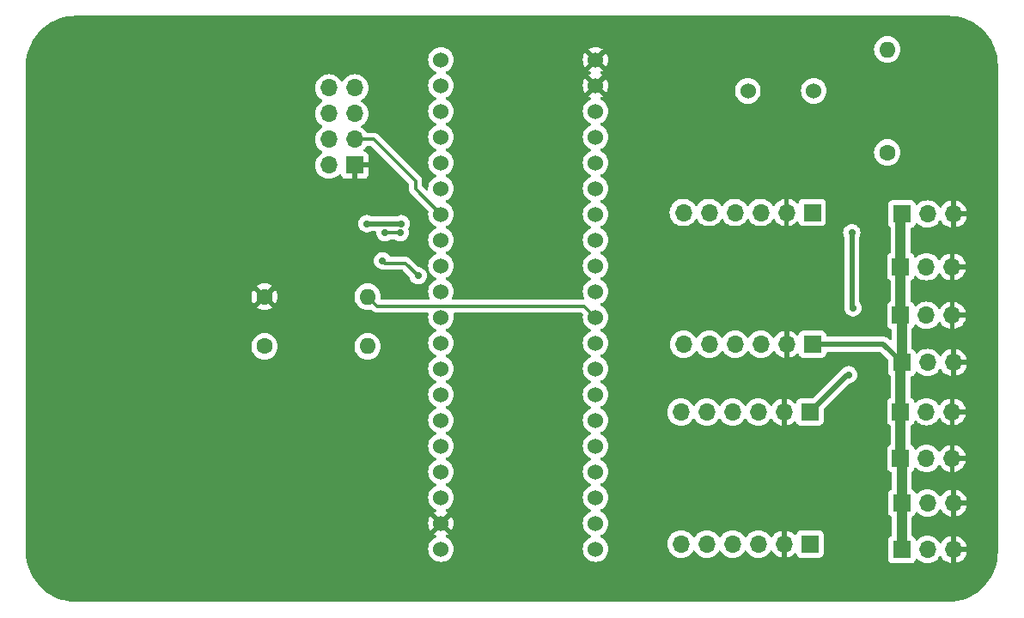
<source format=gbr>
%TF.GenerationSoftware,KiCad,Pcbnew,8.0.2*%
%TF.CreationDate,2024-06-16T11:32:46+08:00*%
%TF.ProjectId,receiver,72656365-6976-4657-922e-6b696361645f,rev?*%
%TF.SameCoordinates,Original*%
%TF.FileFunction,Copper,L2,Bot*%
%TF.FilePolarity,Positive*%
%FSLAX46Y46*%
G04 Gerber Fmt 4.6, Leading zero omitted, Abs format (unit mm)*
G04 Created by KiCad (PCBNEW 8.0.2) date 2024-06-16 11:32:46*
%MOMM*%
%LPD*%
G01*
G04 APERTURE LIST*
%TA.AperFunction,ComponentPad*%
%ADD10R,1.700000X1.700000*%
%TD*%
%TA.AperFunction,ComponentPad*%
%ADD11O,1.700000X1.700000*%
%TD*%
%TA.AperFunction,ComponentPad*%
%ADD12C,1.600000*%
%TD*%
%TA.AperFunction,ComponentPad*%
%ADD13O,1.600000X1.600000*%
%TD*%
%TA.AperFunction,ComponentPad*%
%ADD14C,1.524000*%
%TD*%
%TA.AperFunction,ViaPad*%
%ADD15C,0.700000*%
%TD*%
%TA.AperFunction,Conductor*%
%ADD16C,1.000000*%
%TD*%
%TA.AperFunction,Conductor*%
%ADD17C,0.500000*%
%TD*%
%TA.AperFunction,Conductor*%
%ADD18C,0.300000*%
%TD*%
G04 APERTURE END LIST*
D10*
%TO.P,J2,1,Pin_1*%
%TO.N,+5V*%
X185420000Y-118150000D03*
D11*
%TO.P,J2,2,Pin_2*%
%TO.N,CHW_2*%
X187960000Y-118150000D03*
%TO.P,J2,3,Pin_3*%
%TO.N,GND*%
X190500000Y-118150000D03*
%TD*%
D12*
%TO.P,R2,1*%
%TO.N,+12V*%
X122620000Y-102700000D03*
D13*
%TO.P,R2,2*%
%TO.N,ADC_BA*%
X132780000Y-102700000D03*
%TD*%
D10*
%TO.P,U5,1,VCCB*%
%TO.N,+5V*%
X176370000Y-122200000D03*
D11*
%TO.P,U5,2,GND*%
%TO.N,GND*%
X173830000Y-122200000D03*
%TO.P,U5,3,B0*%
%TO.N,CHW_1*%
X171290000Y-122200000D03*
%TO.P,U5,4,B1*%
%TO.N,CHW_2*%
X168750000Y-122200000D03*
%TO.P,U5,5,B2*%
%TO.N,CHW_3*%
X166210000Y-122200000D03*
%TO.P,U5,6,B3*%
%TO.N,CHW_4*%
X163670000Y-122200000D03*
%TO.P,U5,7,A3*%
%TO.N,CH_4*%
X163650000Y-109200000D03*
%TO.P,U5,8,A2*%
%TO.N,CH_3*%
X166190000Y-109200000D03*
%TO.P,U5,9,A1*%
%TO.N,CH_2*%
X168730000Y-109200000D03*
%TO.P,U5,10,A0*%
%TO.N,CH_1*%
X171270000Y-109200000D03*
%TO.P,U5,11,GND*%
%TO.N,GND*%
X173810000Y-109200000D03*
D10*
%TO.P,U5,12,VCCA*%
%TO.N,+3V3*%
X176350000Y-109200000D03*
%TD*%
D14*
%TO.P,BZ1,1,+*%
%TO.N,Net-(BZ1-+)*%
X176750000Y-77500000D03*
%TO.P,BZ1,2,-*%
%TO.N,Buzzer*%
X170250000Y-77500000D03*
%TD*%
D10*
%TO.P,J8,1,Pin_1*%
%TO.N,+5V*%
X185420000Y-89650000D03*
D11*
%TO.P,J8,2,Pin_2*%
%TO.N,CHW_8*%
X187960000Y-89650000D03*
%TO.P,J8,3,Pin_3*%
%TO.N,GND*%
X190500000Y-89650000D03*
%TD*%
D12*
%TO.P,R1,1*%
%TO.N,GND*%
X122620000Y-97800000D03*
D13*
%TO.P,R1,2*%
%TO.N,ADC_BA*%
X132780000Y-97800000D03*
%TD*%
D10*
%TO.P,J6,1,Pin_1*%
%TO.N,+5V*%
X185320000Y-99650000D03*
D11*
%TO.P,J6,2,Pin_2*%
%TO.N,CHW_6*%
X187860000Y-99650000D03*
%TO.P,J6,3,Pin_3*%
%TO.N,GND*%
X190400000Y-99650000D03*
%TD*%
D14*
%TO.P,U4,3V3,3.3V*%
%TO.N,+3V3*%
X140010000Y-122700000D03*
X155250000Y-79520000D03*
%TO.P,U4,5V,5V*%
%TO.N,+5V*%
X140010000Y-117620000D03*
%TO.P,U4,G,GND*%
%TO.N,GND*%
X140010000Y-120160000D03*
X155250000Y-74440000D03*
X155250000Y-76980000D03*
%TO.P,U4,NRST,RESET*%
%TO.N,unconnected-(U4-RESET-PadNRST)*%
X155250000Y-82060000D03*
%TO.P,U4,PA0,PA0*%
%TO.N,CH_1*%
X155250000Y-112540000D03*
%TO.P,U4,PA1,PA1*%
%TO.N,CH_2*%
X155250000Y-110000000D03*
%TO.P,U4,PA2,PA2*%
%TO.N,CH_3*%
X155250000Y-107460000D03*
%TO.P,U4,PA3,PA3*%
%TO.N,CH_4*%
X155250000Y-104920000D03*
%TO.P,U4,PA4,PA4*%
%TO.N,unconnected-(U4-PadPA4)*%
X155250000Y-102380000D03*
%TO.P,U4,PA5,PA5*%
%TO.N,ADC_BA*%
X155250000Y-99840000D03*
%TO.P,U4,PA6,PA6*%
%TO.N,CH_5*%
X155250000Y-97300000D03*
%TO.P,U4,PA7,PA7*%
%TO.N,CH_6*%
X155250000Y-94760000D03*
%TO.P,U4,PA8,PA8*%
%TO.N,unconnected-(U4-PadPA8)*%
X140010000Y-84600000D03*
%TO.P,U4,PA9,PA9*%
%TO.N,RF_IRQ*%
X140010000Y-87140000D03*
%TO.P,U4,PA10,PA10*%
%TO.N,RF_CE*%
X140010000Y-89680000D03*
%TO.P,U4,PA11,PA11*%
%TO.N,unconnected-(U4-PadPA11)*%
X140010000Y-92220000D03*
%TO.P,U4,PA12,PA12*%
%TO.N,unconnected-(U4-PadPA12)*%
X140010000Y-94760000D03*
%TO.P,U4,PA15,PA15*%
%TO.N,NSS*%
X140010000Y-97300000D03*
%TO.P,U4,PB0,PB0*%
%TO.N,CH_7*%
X155250000Y-92220000D03*
%TO.P,U4,PB1,PB1*%
%TO.N,CH_8*%
X155250000Y-89680000D03*
%TO.P,U4,PB3,PB3*%
%TO.N,SCK*%
X140010000Y-99840000D03*
%TO.P,U4,PB4,PB4*%
%TO.N,MISO*%
X140010000Y-102380000D03*
%TO.P,U4,PB5,PB5*%
%TO.N,MOSI*%
X140010000Y-104920000D03*
%TO.P,U4,PB6,PB6*%
%TO.N,unconnected-(U4-PadPB6)*%
X140010000Y-107460000D03*
%TO.P,U4,PB7,PB7*%
%TO.N,unconnected-(U4-PadPB7)*%
X140010000Y-110000000D03*
%TO.P,U4,PB8,PB8*%
%TO.N,unconnected-(U4-PadPB8)*%
X140010000Y-112540000D03*
%TO.P,U4,PB9,PB9*%
%TO.N,unconnected-(U4-PadPB9)*%
X140010000Y-115080000D03*
%TO.P,U4,PB10,PB10*%
%TO.N,unconnected-(U4-PadPB10)*%
X155250000Y-87140000D03*
%TO.P,U4,PB11,PB11*%
%TO.N,unconnected-(U4-PadPB11)*%
X155250000Y-84600000D03*
%TO.P,U4,PB12,PB12*%
%TO.N,Buzzer*%
X140010000Y-74440000D03*
%TO.P,U4,PB13,PB13*%
%TO.N,unconnected-(U4-PadPB13)*%
X140010000Y-76980000D03*
%TO.P,U4,PB14,PB14*%
%TO.N,unconnected-(U4-PadPB14)*%
X140010000Y-79520000D03*
%TO.P,U4,PB15,PB15*%
%TO.N,unconnected-(U4-PadPB15)*%
X140010000Y-82060000D03*
%TO.P,U4,PC13,PC13*%
%TO.N,unconnected-(U4-PadPC13)*%
X155250000Y-120160000D03*
%TO.P,U4,PC14,PC14*%
%TO.N,unconnected-(U4-PadPC14)*%
X155250000Y-117620000D03*
%TO.P,U4,PC15,PC15*%
%TO.N,unconnected-(U4-PadPC15)*%
X155250000Y-115080000D03*
%TO.P,U4,VBAT,Vbat*%
%TO.N,+3V3*%
X155250000Y-122700000D03*
%TD*%
D10*
%TO.P,U7,1,VCCB*%
%TO.N,+5V*%
X176620000Y-102500000D03*
D11*
%TO.P,U7,2,GND*%
%TO.N,GND*%
X174080000Y-102500000D03*
%TO.P,U7,3,B0*%
%TO.N,CHW_5*%
X171540000Y-102500000D03*
%TO.P,U7,4,B1*%
%TO.N,CHW_6*%
X169000000Y-102500000D03*
%TO.P,U7,5,B2*%
%TO.N,CHW_7*%
X166460000Y-102500000D03*
%TO.P,U7,6,B3*%
%TO.N,CHW_8*%
X163920000Y-102500000D03*
%TO.P,U7,7,A3*%
%TO.N,CH_8*%
X163900000Y-89500000D03*
%TO.P,U7,8,A2*%
%TO.N,CH_7*%
X166440000Y-89500000D03*
%TO.P,U7,9,A1*%
%TO.N,CH_6*%
X168980000Y-89500000D03*
%TO.P,U7,10,A0*%
%TO.N,CH_5*%
X171520000Y-89500000D03*
%TO.P,U7,11,GND*%
%TO.N,GND*%
X174060000Y-89500000D03*
D10*
%TO.P,U7,12,VCCA*%
%TO.N,+3V3*%
X176600000Y-89500000D03*
%TD*%
%TO.P,J5,1,Pin_1*%
%TO.N,+5V*%
X185420000Y-104300000D03*
D11*
%TO.P,J5,2,Pin_2*%
%TO.N,CHW_5*%
X187960000Y-104300000D03*
%TO.P,J5,3,Pin_3*%
%TO.N,GND*%
X190500000Y-104300000D03*
%TD*%
D10*
%TO.P,J1,1,Pin_1*%
%TO.N,+5V*%
X185420000Y-122750000D03*
D11*
%TO.P,J1,2,Pin_2*%
%TO.N,CHW_1*%
X187960000Y-122750000D03*
%TO.P,J1,3,Pin_3*%
%TO.N,GND*%
X190500000Y-122750000D03*
%TD*%
D10*
%TO.P,J3,1,Pin_1*%
%TO.N,+5V*%
X185320000Y-113750000D03*
D11*
%TO.P,J3,2,Pin_2*%
%TO.N,CHW_3*%
X187860000Y-113750000D03*
%TO.P,J3,3,Pin_3*%
%TO.N,GND*%
X190400000Y-113750000D03*
%TD*%
D10*
%TO.P,J4,1,Pin_1*%
%TO.N,+5V*%
X185320000Y-109150000D03*
D11*
%TO.P,J4,2,Pin_2*%
%TO.N,CHW_4*%
X187860000Y-109150000D03*
%TO.P,J4,3,Pin_3*%
%TO.N,GND*%
X190400000Y-109150000D03*
%TD*%
D10*
%TO.P,U6,1,GND*%
%TO.N,GND*%
X131500000Y-84830000D03*
D11*
%TO.P,U6,2,VCC*%
%TO.N,+3V3*%
X128960000Y-84830000D03*
%TO.P,U6,3,CE*%
%TO.N,RF_CE*%
X131500000Y-82290000D03*
%TO.P,U6,4,CSN*%
%TO.N,NSS*%
X128960000Y-82290000D03*
%TO.P,U6,5,SCK*%
%TO.N,SCK*%
X131500000Y-79750000D03*
%TO.P,U6,6,MOSI*%
%TO.N,MOSI*%
X128960000Y-79750000D03*
%TO.P,U6,7,MISO*%
%TO.N,MISO*%
X131500000Y-77210000D03*
%TO.P,U6,8,IRQ*%
%TO.N,RF_IRQ*%
X128960000Y-77210000D03*
%TD*%
D10*
%TO.P,J7,1,Pin_1*%
%TO.N,+5V*%
X185320000Y-94850000D03*
D11*
%TO.P,J7,2,Pin_2*%
%TO.N,CHW_7*%
X187860000Y-94850000D03*
%TO.P,J7,3,Pin_3*%
%TO.N,GND*%
X190400000Y-94850000D03*
%TD*%
D12*
%TO.P,R3,1*%
%TO.N,+3V3*%
X184000000Y-83580000D03*
D13*
%TO.P,R3,2*%
%TO.N,Net-(BZ1-+)*%
X184000000Y-73420000D03*
%TD*%
D15*
%TO.N,GND*%
X107500000Y-95750000D03*
X106750000Y-125250000D03*
X101100000Y-118400000D03*
X135250000Y-118000000D03*
X107250000Y-122250000D03*
X103250000Y-126000000D03*
X120100000Y-96100000D03*
X101250000Y-95000000D03*
X132750000Y-118000000D03*
X137000000Y-124500000D03*
X107250000Y-119000000D03*
%TO.N,NSS*%
X134250000Y-94250000D03*
X137750000Y-95750000D03*
%TO.N,+3V3*%
X180200000Y-105500000D03*
X180500000Y-91500000D03*
X136100000Y-90600000D03*
X132700000Y-90600000D03*
X180600000Y-98900000D03*
%TO.N,SCK*%
X134500000Y-91500000D03*
X136000000Y-91500000D03*
%TD*%
D16*
%TO.N,+5V*%
X185320000Y-104200000D02*
X185420000Y-104300000D01*
X185320000Y-118050000D02*
X185420000Y-118150000D01*
X185320000Y-99650000D02*
X185320000Y-94850000D01*
X185420000Y-94750000D02*
X185320000Y-94850000D01*
X185320000Y-109150000D02*
X185320000Y-104400000D01*
X185420000Y-118150000D02*
X185420000Y-113850000D01*
X185420000Y-104300000D02*
X185420000Y-99750000D01*
X185220000Y-122550000D02*
X185420000Y-122750000D01*
X185320000Y-113750000D02*
X185320000Y-109150000D01*
X185420000Y-99750000D02*
X185320000Y-99650000D01*
X185420000Y-113850000D02*
X185320000Y-113750000D01*
D17*
X183620000Y-102500000D02*
X185420000Y-104300000D01*
D16*
X185320000Y-104400000D02*
X185420000Y-104300000D01*
D17*
X176620000Y-102500000D02*
X183620000Y-102500000D01*
D16*
X185320000Y-94850000D02*
X185320000Y-89750000D01*
X185420000Y-109050000D02*
X185320000Y-109150000D01*
X185420000Y-122750000D02*
X185420000Y-118150000D01*
X185320000Y-89750000D02*
X185420000Y-89650000D01*
D18*
%TO.N,NSS*%
X134250000Y-94250000D02*
X134500000Y-94500000D01*
X136500000Y-94500000D02*
X137750000Y-95750000D01*
X134500000Y-94500000D02*
X136500000Y-94500000D01*
D17*
%TO.N,+3V3*%
X132700000Y-90600000D02*
X136100000Y-90600000D01*
X180050000Y-105500000D02*
X176350000Y-109200000D01*
X180500000Y-91500000D02*
X180500000Y-98800000D01*
X180500000Y-98800000D02*
X180600000Y-98900000D01*
X180200000Y-105500000D02*
X180050000Y-105500000D01*
D18*
%TO.N,ADC_BA*%
X154138000Y-98728000D02*
X155250000Y-99840000D01*
X133708000Y-98728000D02*
X154138000Y-98728000D01*
X132780000Y-97800000D02*
X133708000Y-98728000D01*
%TO.N,SCK*%
X134500000Y-91500000D02*
X136000000Y-91500000D01*
%TO.N,RF_CE*%
X137500000Y-87170000D02*
X140010000Y-89680000D01*
X137500000Y-86400000D02*
X137500000Y-87170000D01*
X133390000Y-82290000D02*
X137500000Y-86400000D01*
X131500000Y-82290000D02*
X133390000Y-82290000D01*
%TD*%
%TA.AperFunction,Conductor*%
%TO.N,GND*%
G36*
X190002702Y-70100617D02*
G01*
X190421634Y-70118908D01*
X190432369Y-70119848D01*
X190845430Y-70174228D01*
X190856056Y-70176101D01*
X191262816Y-70266278D01*
X191273228Y-70269067D01*
X191670582Y-70394353D01*
X191680717Y-70398042D01*
X192065625Y-70557477D01*
X192075416Y-70562043D01*
X192176472Y-70614649D01*
X192444942Y-70754406D01*
X192454310Y-70759814D01*
X192805675Y-70983658D01*
X192814536Y-70989863D01*
X193145045Y-71243471D01*
X193153332Y-71250425D01*
X193460478Y-71531872D01*
X193468127Y-71539521D01*
X193749574Y-71846667D01*
X193756528Y-71854954D01*
X194010136Y-72185463D01*
X194016341Y-72194324D01*
X194240185Y-72545689D01*
X194245593Y-72555057D01*
X194437953Y-72924576D01*
X194442525Y-72934380D01*
X194573083Y-73249575D01*
X194601951Y-73319267D01*
X194605650Y-73329430D01*
X194705684Y-73646697D01*
X194730926Y-73726752D01*
X194733725Y-73737199D01*
X194734748Y-73741811D01*
X194823895Y-74143930D01*
X194825773Y-74154583D01*
X194880149Y-74567610D01*
X194881092Y-74578386D01*
X194899382Y-74997297D01*
X194899500Y-75002706D01*
X194899500Y-122997293D01*
X194899382Y-123002702D01*
X194881092Y-123421613D01*
X194880149Y-123432389D01*
X194825773Y-123845416D01*
X194823895Y-123856069D01*
X194733726Y-124262797D01*
X194730926Y-124273247D01*
X194605651Y-124670567D01*
X194601951Y-124680732D01*
X194442525Y-125065619D01*
X194437953Y-125075423D01*
X194245593Y-125444942D01*
X194240185Y-125454310D01*
X194016341Y-125805675D01*
X194010136Y-125814536D01*
X193756528Y-126145045D01*
X193749574Y-126153332D01*
X193468127Y-126460478D01*
X193460478Y-126468127D01*
X193153332Y-126749574D01*
X193145045Y-126756528D01*
X192814536Y-127010136D01*
X192805675Y-127016341D01*
X192454310Y-127240185D01*
X192444942Y-127245593D01*
X192075423Y-127437953D01*
X192065619Y-127442525D01*
X191680732Y-127601951D01*
X191670567Y-127605651D01*
X191273247Y-127730926D01*
X191262797Y-127733726D01*
X190856069Y-127823895D01*
X190845416Y-127825773D01*
X190432389Y-127880149D01*
X190421613Y-127881092D01*
X190002703Y-127899382D01*
X189997294Y-127899500D01*
X104002706Y-127899500D01*
X103997297Y-127899382D01*
X103578386Y-127881092D01*
X103567610Y-127880149D01*
X103154583Y-127825773D01*
X103143930Y-127823895D01*
X102836064Y-127755643D01*
X102737199Y-127733725D01*
X102726756Y-127730927D01*
X102329430Y-127605650D01*
X102319267Y-127601951D01*
X101934380Y-127442525D01*
X101924576Y-127437953D01*
X101555057Y-127245593D01*
X101545689Y-127240185D01*
X101194324Y-127016341D01*
X101185463Y-127010136D01*
X100854954Y-126756528D01*
X100846667Y-126749574D01*
X100539521Y-126468127D01*
X100531872Y-126460478D01*
X100250425Y-126153332D01*
X100243471Y-126145045D01*
X99989863Y-125814536D01*
X99983658Y-125805675D01*
X99759814Y-125454310D01*
X99754406Y-125444942D01*
X99562046Y-125075423D01*
X99557474Y-125065619D01*
X99398042Y-124680717D01*
X99394353Y-124670582D01*
X99269067Y-124273228D01*
X99266278Y-124262816D01*
X99176101Y-123856056D01*
X99174228Y-123845430D01*
X99119848Y-123432369D01*
X99118908Y-123421632D01*
X99100618Y-123002701D01*
X99100500Y-122997293D01*
X99100500Y-102699998D01*
X121314532Y-102699998D01*
X121314532Y-102700001D01*
X121334364Y-102926686D01*
X121334366Y-102926697D01*
X121393258Y-103146488D01*
X121393261Y-103146497D01*
X121489431Y-103352732D01*
X121489432Y-103352734D01*
X121619954Y-103539141D01*
X121780858Y-103700045D01*
X121780861Y-103700047D01*
X121967266Y-103830568D01*
X122173504Y-103926739D01*
X122393308Y-103985635D01*
X122555230Y-103999801D01*
X122619998Y-104005468D01*
X122620000Y-104005468D01*
X122620002Y-104005468D01*
X122676673Y-104000509D01*
X122846692Y-103985635D01*
X123066496Y-103926739D01*
X123272734Y-103830568D01*
X123459139Y-103700047D01*
X123620047Y-103539139D01*
X123750568Y-103352734D01*
X123846739Y-103146496D01*
X123905635Y-102926692D01*
X123925468Y-102700000D01*
X123925468Y-102699998D01*
X131474532Y-102699998D01*
X131474532Y-102700001D01*
X131494364Y-102926686D01*
X131494366Y-102926697D01*
X131553258Y-103146488D01*
X131553261Y-103146497D01*
X131649431Y-103352732D01*
X131649432Y-103352734D01*
X131779954Y-103539141D01*
X131940858Y-103700045D01*
X131940861Y-103700047D01*
X132127266Y-103830568D01*
X132333504Y-103926739D01*
X132553308Y-103985635D01*
X132715230Y-103999801D01*
X132779998Y-104005468D01*
X132780000Y-104005468D01*
X132780002Y-104005468D01*
X132836673Y-104000509D01*
X133006692Y-103985635D01*
X133226496Y-103926739D01*
X133432734Y-103830568D01*
X133619139Y-103700047D01*
X133780047Y-103539139D01*
X133910568Y-103352734D01*
X134006739Y-103146496D01*
X134065635Y-102926692D01*
X134085468Y-102700000D01*
X134065635Y-102473308D01*
X134006739Y-102253504D01*
X133910568Y-102047266D01*
X133780047Y-101860861D01*
X133780045Y-101860858D01*
X133619141Y-101699954D01*
X133432734Y-101569432D01*
X133432732Y-101569431D01*
X133226497Y-101473261D01*
X133226488Y-101473258D01*
X133006697Y-101414366D01*
X133006693Y-101414365D01*
X133006692Y-101414365D01*
X133006691Y-101414364D01*
X133006686Y-101414364D01*
X132780002Y-101394532D01*
X132779998Y-101394532D01*
X132553313Y-101414364D01*
X132553302Y-101414366D01*
X132333511Y-101473258D01*
X132333502Y-101473261D01*
X132127267Y-101569431D01*
X132127265Y-101569432D01*
X131940858Y-101699954D01*
X131779954Y-101860858D01*
X131649432Y-102047265D01*
X131649431Y-102047267D01*
X131553261Y-102253502D01*
X131553258Y-102253511D01*
X131494366Y-102473302D01*
X131494364Y-102473313D01*
X131474532Y-102699998D01*
X123925468Y-102699998D01*
X123905635Y-102473308D01*
X123846739Y-102253504D01*
X123750568Y-102047266D01*
X123620047Y-101860861D01*
X123620045Y-101860858D01*
X123459141Y-101699954D01*
X123272734Y-101569432D01*
X123272732Y-101569431D01*
X123066497Y-101473261D01*
X123066488Y-101473258D01*
X122846697Y-101414366D01*
X122846693Y-101414365D01*
X122846692Y-101414365D01*
X122846691Y-101414364D01*
X122846686Y-101414364D01*
X122620002Y-101394532D01*
X122619998Y-101394532D01*
X122393313Y-101414364D01*
X122393302Y-101414366D01*
X122173511Y-101473258D01*
X122173502Y-101473261D01*
X121967267Y-101569431D01*
X121967265Y-101569432D01*
X121780858Y-101699954D01*
X121619954Y-101860858D01*
X121489432Y-102047265D01*
X121489431Y-102047267D01*
X121393261Y-102253502D01*
X121393258Y-102253511D01*
X121334366Y-102473302D01*
X121334364Y-102473313D01*
X121314532Y-102699998D01*
X99100500Y-102699998D01*
X99100500Y-97799997D01*
X121315034Y-97799997D01*
X121315034Y-97800002D01*
X121334858Y-98026599D01*
X121334860Y-98026610D01*
X121393730Y-98246317D01*
X121393735Y-98246331D01*
X121489863Y-98452478D01*
X121540974Y-98525472D01*
X122220000Y-97846446D01*
X122220000Y-97852661D01*
X122247259Y-97954394D01*
X122299920Y-98045606D01*
X122374394Y-98120080D01*
X122465606Y-98172741D01*
X122567339Y-98200000D01*
X122573553Y-98200000D01*
X121894526Y-98879025D01*
X121967513Y-98930132D01*
X121967521Y-98930136D01*
X122173668Y-99026264D01*
X122173682Y-99026269D01*
X122393389Y-99085139D01*
X122393400Y-99085141D01*
X122619998Y-99104966D01*
X122620002Y-99104966D01*
X122846599Y-99085141D01*
X122846610Y-99085139D01*
X123066317Y-99026269D01*
X123066331Y-99026264D01*
X123272478Y-98930136D01*
X123345471Y-98879024D01*
X122666447Y-98200000D01*
X122672661Y-98200000D01*
X122774394Y-98172741D01*
X122865606Y-98120080D01*
X122940080Y-98045606D01*
X122992741Y-97954394D01*
X123020000Y-97852661D01*
X123020000Y-97846447D01*
X123699024Y-98525471D01*
X123750136Y-98452478D01*
X123846264Y-98246331D01*
X123846269Y-98246317D01*
X123905139Y-98026610D01*
X123905141Y-98026599D01*
X123924966Y-97800002D01*
X123924966Y-97799997D01*
X123905141Y-97573400D01*
X123905139Y-97573389D01*
X123846269Y-97353682D01*
X123846264Y-97353668D01*
X123750136Y-97147521D01*
X123750132Y-97147513D01*
X123699025Y-97074526D01*
X123020000Y-97753551D01*
X123020000Y-97747339D01*
X122992741Y-97645606D01*
X122940080Y-97554394D01*
X122865606Y-97479920D01*
X122774394Y-97427259D01*
X122672661Y-97400000D01*
X122666448Y-97400000D01*
X123345472Y-96720974D01*
X123272478Y-96669863D01*
X123066331Y-96573735D01*
X123066317Y-96573730D01*
X122846610Y-96514860D01*
X122846599Y-96514858D01*
X122620002Y-96495034D01*
X122619998Y-96495034D01*
X122393400Y-96514858D01*
X122393389Y-96514860D01*
X122173682Y-96573730D01*
X122173673Y-96573734D01*
X121967516Y-96669866D01*
X121967512Y-96669868D01*
X121894526Y-96720973D01*
X121894526Y-96720974D01*
X122573553Y-97400000D01*
X122567339Y-97400000D01*
X122465606Y-97427259D01*
X122374394Y-97479920D01*
X122299920Y-97554394D01*
X122247259Y-97645606D01*
X122220000Y-97747339D01*
X122220000Y-97753552D01*
X121540974Y-97074526D01*
X121540973Y-97074526D01*
X121489868Y-97147512D01*
X121489866Y-97147516D01*
X121393734Y-97353673D01*
X121393730Y-97353682D01*
X121334860Y-97573389D01*
X121334858Y-97573400D01*
X121315034Y-97799997D01*
X99100500Y-97799997D01*
X99100500Y-94250000D01*
X133394815Y-94250000D01*
X133413503Y-94427805D01*
X133413504Y-94427807D01*
X133468747Y-94597829D01*
X133468750Y-94597835D01*
X133558141Y-94752665D01*
X133586512Y-94784174D01*
X133677764Y-94885521D01*
X133677767Y-94885523D01*
X133677770Y-94885526D01*
X133822407Y-94990612D01*
X133985733Y-95063329D01*
X134160609Y-95100500D01*
X134225233Y-95100500D01*
X134272685Y-95109939D01*
X134310251Y-95125499D01*
X134310256Y-95125501D01*
X134310260Y-95125501D01*
X134310261Y-95125502D01*
X134435928Y-95150500D01*
X134435931Y-95150500D01*
X136179192Y-95150500D01*
X136246231Y-95170185D01*
X136266873Y-95186819D01*
X136871371Y-95791317D01*
X136904856Y-95852640D01*
X136907010Y-95866031D01*
X136913503Y-95927803D01*
X136913504Y-95927805D01*
X136913504Y-95927807D01*
X136968747Y-96097829D01*
X136968750Y-96097835D01*
X137058141Y-96252665D01*
X137099812Y-96298946D01*
X137177764Y-96385521D01*
X137177767Y-96385523D01*
X137177770Y-96385526D01*
X137322407Y-96490612D01*
X137485733Y-96563329D01*
X137660609Y-96600500D01*
X137660610Y-96600500D01*
X137839389Y-96600500D01*
X137839391Y-96600500D01*
X138014267Y-96563329D01*
X138177593Y-96490612D01*
X138322230Y-96385526D01*
X138441859Y-96252665D01*
X138531250Y-96097835D01*
X138586497Y-95927803D01*
X138605185Y-95750000D01*
X138586497Y-95572197D01*
X138531250Y-95402165D01*
X138441859Y-95247335D01*
X138372393Y-95170185D01*
X138322235Y-95114478D01*
X138322232Y-95114476D01*
X138322231Y-95114475D01*
X138322230Y-95114474D01*
X138177593Y-95009388D01*
X138014267Y-94936671D01*
X138014265Y-94936670D01*
X137877473Y-94907594D01*
X137849989Y-94901752D01*
X137788508Y-94868561D01*
X137788090Y-94868144D01*
X136914674Y-93994727D01*
X136914673Y-93994726D01*
X136914669Y-93994723D01*
X136808127Y-93923535D01*
X136756547Y-93902170D01*
X136689744Y-93874499D01*
X136689738Y-93874497D01*
X136564071Y-93849500D01*
X136564069Y-93849500D01*
X135072435Y-93849500D01*
X135005396Y-93829815D01*
X134965048Y-93787500D01*
X134941859Y-93747335D01*
X134877599Y-93675967D01*
X134822235Y-93614478D01*
X134822232Y-93614476D01*
X134822231Y-93614475D01*
X134822230Y-93614474D01*
X134677593Y-93509388D01*
X134514267Y-93436671D01*
X134514265Y-93436670D01*
X134386594Y-93409533D01*
X134339391Y-93399500D01*
X134160609Y-93399500D01*
X134129954Y-93406015D01*
X133985733Y-93436670D01*
X133985728Y-93436672D01*
X133822408Y-93509387D01*
X133677768Y-93614475D01*
X133558140Y-93747336D01*
X133468750Y-93902164D01*
X133468747Y-93902170D01*
X133413504Y-94072192D01*
X133413503Y-94072194D01*
X133394815Y-94250000D01*
X99100500Y-94250000D01*
X99100500Y-90600000D01*
X131844815Y-90600000D01*
X131863503Y-90777805D01*
X131863504Y-90777807D01*
X131918747Y-90947829D01*
X131918750Y-90947835D01*
X132008141Y-91102665D01*
X132025970Y-91122466D01*
X132127764Y-91235521D01*
X132127767Y-91235523D01*
X132127770Y-91235526D01*
X132272407Y-91340612D01*
X132435733Y-91413329D01*
X132610609Y-91450500D01*
X132610610Y-91450500D01*
X132789389Y-91450500D01*
X132789391Y-91450500D01*
X132964267Y-91413329D01*
X133081306Y-91361219D01*
X133131741Y-91350500D01*
X133522812Y-91350500D01*
X133589851Y-91370185D01*
X133635606Y-91422989D01*
X133646133Y-91487460D01*
X133644815Y-91499999D01*
X133663503Y-91677805D01*
X133663504Y-91677807D01*
X133718747Y-91847829D01*
X133718748Y-91847830D01*
X133718750Y-91847835D01*
X133808141Y-92002665D01*
X133849812Y-92048946D01*
X133927764Y-92135521D01*
X133927767Y-92135523D01*
X133927770Y-92135526D01*
X134072407Y-92240612D01*
X134235733Y-92313329D01*
X134410609Y-92350500D01*
X134410610Y-92350500D01*
X134589389Y-92350500D01*
X134589391Y-92350500D01*
X134764267Y-92313329D01*
X134927593Y-92240612D01*
X135019025Y-92174182D01*
X135084831Y-92150702D01*
X135091911Y-92150500D01*
X135408089Y-92150500D01*
X135475128Y-92170185D01*
X135480976Y-92174182D01*
X135572407Y-92240612D01*
X135735733Y-92313329D01*
X135910609Y-92350500D01*
X135910610Y-92350500D01*
X136089389Y-92350500D01*
X136089391Y-92350500D01*
X136264267Y-92313329D01*
X136427593Y-92240612D01*
X136572230Y-92135526D01*
X136691859Y-92002665D01*
X136781250Y-91847835D01*
X136836497Y-91677803D01*
X136855185Y-91500000D01*
X136836497Y-91322197D01*
X136791839Y-91184754D01*
X136789844Y-91114913D01*
X136802381Y-91084439D01*
X136881250Y-90947835D01*
X136936497Y-90777803D01*
X136955185Y-90600000D01*
X136936497Y-90422197D01*
X136881250Y-90252165D01*
X136791859Y-90097335D01*
X136745003Y-90045296D01*
X136672235Y-89964478D01*
X136672232Y-89964476D01*
X136672231Y-89964475D01*
X136672230Y-89964474D01*
X136527593Y-89859388D01*
X136364267Y-89786671D01*
X136364265Y-89786670D01*
X136236594Y-89759533D01*
X136189391Y-89749500D01*
X136010609Y-89749500D01*
X135979954Y-89756015D01*
X135835733Y-89786670D01*
X135718694Y-89838780D01*
X135668259Y-89849500D01*
X133131741Y-89849500D01*
X133081306Y-89838780D01*
X132964267Y-89786671D01*
X132964265Y-89786670D01*
X132836594Y-89759533D01*
X132789391Y-89749500D01*
X132610609Y-89749500D01*
X132579954Y-89756015D01*
X132435733Y-89786670D01*
X132435728Y-89786672D01*
X132272408Y-89859387D01*
X132127768Y-89964475D01*
X132008140Y-90097336D01*
X131918750Y-90252164D01*
X131918747Y-90252170D01*
X131863504Y-90422192D01*
X131863503Y-90422194D01*
X131844815Y-90600000D01*
X99100500Y-90600000D01*
X99100500Y-77209999D01*
X127604341Y-77209999D01*
X127604341Y-77210000D01*
X127624936Y-77445403D01*
X127624938Y-77445413D01*
X127686094Y-77673655D01*
X127686096Y-77673659D01*
X127686097Y-77673663D01*
X127742501Y-77794621D01*
X127785965Y-77887830D01*
X127785967Y-77887834D01*
X127830075Y-77950826D01*
X127921501Y-78081396D01*
X127921506Y-78081402D01*
X128088597Y-78248493D01*
X128088603Y-78248498D01*
X128274158Y-78378425D01*
X128317783Y-78433002D01*
X128324977Y-78502500D01*
X128293454Y-78564855D01*
X128274158Y-78581575D01*
X128088597Y-78711505D01*
X127921505Y-78878597D01*
X127785965Y-79072169D01*
X127785964Y-79072171D01*
X127686098Y-79286335D01*
X127686094Y-79286344D01*
X127624938Y-79514586D01*
X127624936Y-79514596D01*
X127604341Y-79749999D01*
X127604341Y-79750000D01*
X127624936Y-79985403D01*
X127624938Y-79985413D01*
X127686094Y-80213655D01*
X127686096Y-80213659D01*
X127686097Y-80213663D01*
X127742501Y-80334621D01*
X127785965Y-80427830D01*
X127785967Y-80427834D01*
X127830075Y-80490826D01*
X127921501Y-80621396D01*
X127921506Y-80621402D01*
X128088597Y-80788493D01*
X128088603Y-80788498D01*
X128274158Y-80918425D01*
X128317783Y-80973002D01*
X128324977Y-81042500D01*
X128293454Y-81104855D01*
X128274158Y-81121575D01*
X128088597Y-81251505D01*
X127921505Y-81418597D01*
X127785965Y-81612169D01*
X127785964Y-81612171D01*
X127686098Y-81826335D01*
X127686094Y-81826344D01*
X127624938Y-82054586D01*
X127624936Y-82054596D01*
X127604341Y-82289999D01*
X127604341Y-82290000D01*
X127624936Y-82525403D01*
X127624938Y-82525413D01*
X127686094Y-82753655D01*
X127686096Y-82753659D01*
X127686097Y-82753663D01*
X127742501Y-82874621D01*
X127785965Y-82967830D01*
X127785967Y-82967834D01*
X127830075Y-83030826D01*
X127921501Y-83161396D01*
X127921506Y-83161402D01*
X128088597Y-83328493D01*
X128088603Y-83328498D01*
X128274158Y-83458425D01*
X128317783Y-83513002D01*
X128324977Y-83582500D01*
X128293454Y-83644855D01*
X128274158Y-83661575D01*
X128088597Y-83791505D01*
X127921505Y-83958597D01*
X127785965Y-84152169D01*
X127785964Y-84152171D01*
X127686098Y-84366335D01*
X127686094Y-84366344D01*
X127624938Y-84594586D01*
X127624936Y-84594596D01*
X127604341Y-84829999D01*
X127604341Y-84830000D01*
X127624936Y-85065403D01*
X127624938Y-85065413D01*
X127686094Y-85293655D01*
X127686096Y-85293659D01*
X127686097Y-85293663D01*
X127742501Y-85414621D01*
X127785965Y-85507830D01*
X127785967Y-85507834D01*
X127830075Y-85570826D01*
X127921505Y-85701401D01*
X128088599Y-85868495D01*
X128092154Y-85870984D01*
X128282165Y-86004032D01*
X128282167Y-86004033D01*
X128282170Y-86004035D01*
X128496337Y-86103903D01*
X128724592Y-86165063D01*
X128895319Y-86180000D01*
X128959999Y-86185659D01*
X128960000Y-86185659D01*
X128960001Y-86185659D01*
X129024681Y-86180000D01*
X129195408Y-86165063D01*
X129423663Y-86103903D01*
X129637830Y-86004035D01*
X129831401Y-85868495D01*
X129953717Y-85746178D01*
X130015036Y-85712696D01*
X130084728Y-85717680D01*
X130140662Y-85759551D01*
X130157577Y-85790528D01*
X130206646Y-85922088D01*
X130206649Y-85922093D01*
X130292809Y-86037187D01*
X130292812Y-86037190D01*
X130407906Y-86123350D01*
X130407913Y-86123354D01*
X130542620Y-86173596D01*
X130542627Y-86173598D01*
X130602155Y-86179999D01*
X130602172Y-86180000D01*
X131250000Y-86180000D01*
X131250000Y-85263012D01*
X131307007Y-85295925D01*
X131434174Y-85330000D01*
X131565826Y-85330000D01*
X131692993Y-85295925D01*
X131750000Y-85263012D01*
X131750000Y-86180000D01*
X132397828Y-86180000D01*
X132397844Y-86179999D01*
X132457372Y-86173598D01*
X132457379Y-86173596D01*
X132592086Y-86123354D01*
X132592093Y-86123350D01*
X132707187Y-86037190D01*
X132707190Y-86037187D01*
X132793350Y-85922093D01*
X132793354Y-85922086D01*
X132843596Y-85787379D01*
X132843598Y-85787372D01*
X132849999Y-85727844D01*
X132850000Y-85727827D01*
X132850000Y-85080000D01*
X131933012Y-85080000D01*
X131965925Y-85022993D01*
X132000000Y-84895826D01*
X132000000Y-84764174D01*
X131965925Y-84637007D01*
X131933012Y-84580000D01*
X132850000Y-84580000D01*
X132850000Y-83932172D01*
X132849999Y-83932155D01*
X132843598Y-83872627D01*
X132843596Y-83872620D01*
X132793354Y-83737913D01*
X132793350Y-83737906D01*
X132707190Y-83622812D01*
X132707187Y-83622809D01*
X132592093Y-83536649D01*
X132592088Y-83536646D01*
X132460528Y-83487577D01*
X132404595Y-83445705D01*
X132380178Y-83380241D01*
X132395030Y-83311968D01*
X132416175Y-83283720D01*
X132538495Y-83161401D01*
X132656147Y-82993377D01*
X132710724Y-82949752D01*
X132757722Y-82940500D01*
X133069192Y-82940500D01*
X133136231Y-82960185D01*
X133156873Y-82976819D01*
X136813181Y-86633127D01*
X136846666Y-86694450D01*
X136849500Y-86720808D01*
X136849500Y-87234069D01*
X136849500Y-87234071D01*
X136849499Y-87234071D01*
X136874497Y-87359738D01*
X136874499Y-87359744D01*
X136923535Y-87478127D01*
X136994723Y-87584669D01*
X136994726Y-87584673D01*
X138734141Y-89324088D01*
X138767626Y-89385411D01*
X138766236Y-89443857D01*
X138761932Y-89459920D01*
X138761929Y-89459937D01*
X138742677Y-89679997D01*
X138742677Y-89680002D01*
X138761929Y-89900062D01*
X138761930Y-89900070D01*
X138819104Y-90113445D01*
X138819105Y-90113447D01*
X138819106Y-90113450D01*
X138852863Y-90185842D01*
X138912466Y-90313662D01*
X138912468Y-90313666D01*
X139039170Y-90494615D01*
X139039175Y-90494621D01*
X139195378Y-90650824D01*
X139195384Y-90650829D01*
X139376333Y-90777531D01*
X139376335Y-90777532D01*
X139376338Y-90777534D01*
X139475127Y-90823600D01*
X139505189Y-90837618D01*
X139557628Y-90883790D01*
X139576780Y-90950984D01*
X139556564Y-91017865D01*
X139505189Y-91062382D01*
X139376340Y-91122465D01*
X139376338Y-91122466D01*
X139195377Y-91249175D01*
X139039175Y-91405377D01*
X138912466Y-91586338D01*
X138912465Y-91586340D01*
X138819107Y-91786548D01*
X138819104Y-91786554D01*
X138761930Y-91999929D01*
X138761929Y-91999937D01*
X138742677Y-92219997D01*
X138742677Y-92220002D01*
X138761929Y-92440062D01*
X138761930Y-92440070D01*
X138819104Y-92653445D01*
X138819105Y-92653447D01*
X138819106Y-92653450D01*
X138912466Y-92853662D01*
X138912468Y-92853666D01*
X139039170Y-93034615D01*
X139039175Y-93034621D01*
X139195378Y-93190824D01*
X139195384Y-93190829D01*
X139376333Y-93317531D01*
X139376335Y-93317532D01*
X139376338Y-93317534D01*
X139495748Y-93373215D01*
X139505189Y-93377618D01*
X139557628Y-93423790D01*
X139576780Y-93490984D01*
X139556564Y-93557865D01*
X139505189Y-93602382D01*
X139376340Y-93662465D01*
X139376338Y-93662466D01*
X139195377Y-93789175D01*
X139039175Y-93945377D01*
X138912466Y-94126338D01*
X138912465Y-94126340D01*
X138819107Y-94326548D01*
X138819104Y-94326554D01*
X138761930Y-94539929D01*
X138761929Y-94539937D01*
X138742677Y-94759997D01*
X138742677Y-94760002D01*
X138761929Y-94980062D01*
X138761930Y-94980070D01*
X138819104Y-95193445D01*
X138819105Y-95193447D01*
X138819106Y-95193450D01*
X138875082Y-95313492D01*
X138912466Y-95393662D01*
X138912468Y-95393666D01*
X139039170Y-95574615D01*
X139039175Y-95574621D01*
X139195378Y-95730824D01*
X139195384Y-95730829D01*
X139376333Y-95857531D01*
X139376335Y-95857532D01*
X139376338Y-95857534D01*
X139442741Y-95888498D01*
X139505189Y-95917618D01*
X139557628Y-95963790D01*
X139576780Y-96030984D01*
X139556564Y-96097865D01*
X139505189Y-96142382D01*
X139376340Y-96202465D01*
X139376338Y-96202466D01*
X139195377Y-96329175D01*
X139039175Y-96485377D01*
X138912466Y-96666338D01*
X138912465Y-96666340D01*
X138819107Y-96866548D01*
X138819104Y-96866554D01*
X138761930Y-97079929D01*
X138761929Y-97079937D01*
X138742677Y-97299997D01*
X138742677Y-97300002D01*
X138761929Y-97520062D01*
X138761930Y-97520070D01*
X138819104Y-97733445D01*
X138819108Y-97733456D01*
X138897280Y-97901096D01*
X138907772Y-97970173D01*
X138879252Y-98033957D01*
X138820775Y-98072196D01*
X138784898Y-98077500D01*
X134196512Y-98077500D01*
X134129473Y-98057815D01*
X134083718Y-98005011D01*
X134072984Y-97942693D01*
X134085468Y-97800001D01*
X134085468Y-97799998D01*
X134065635Y-97573313D01*
X134065635Y-97573308D01*
X134006739Y-97353504D01*
X133910568Y-97147266D01*
X133780047Y-96960861D01*
X133780045Y-96960858D01*
X133619141Y-96799954D01*
X133432734Y-96669432D01*
X133432732Y-96669431D01*
X133226497Y-96573261D01*
X133226488Y-96573258D01*
X133006697Y-96514366D01*
X133006693Y-96514365D01*
X133006692Y-96514365D01*
X133006691Y-96514364D01*
X133006686Y-96514364D01*
X132780002Y-96494532D01*
X132779998Y-96494532D01*
X132553313Y-96514364D01*
X132553302Y-96514366D01*
X132333511Y-96573258D01*
X132333502Y-96573261D01*
X132127267Y-96669431D01*
X132127265Y-96669432D01*
X131940858Y-96799954D01*
X131779954Y-96960858D01*
X131649432Y-97147265D01*
X131649431Y-97147267D01*
X131553261Y-97353502D01*
X131553258Y-97353511D01*
X131494366Y-97573302D01*
X131494364Y-97573313D01*
X131474532Y-97799998D01*
X131474532Y-97800001D01*
X131494364Y-98026686D01*
X131494366Y-98026697D01*
X131553258Y-98246488D01*
X131553261Y-98246497D01*
X131649431Y-98452732D01*
X131649432Y-98452734D01*
X131779954Y-98639141D01*
X131940858Y-98800045D01*
X131940861Y-98800047D01*
X132127266Y-98930568D01*
X132333504Y-99026739D01*
X132553308Y-99085635D01*
X132715230Y-99099801D01*
X132779998Y-99105468D01*
X132780000Y-99105468D01*
X132780002Y-99105468D01*
X132836673Y-99100509D01*
X133006692Y-99085635D01*
X133047165Y-99074790D01*
X133117014Y-99076453D01*
X133166939Y-99106884D01*
X133202724Y-99142669D01*
X133266393Y-99206338D01*
X133293332Y-99233277D01*
X133399866Y-99304461D01*
X133399872Y-99304464D01*
X133399873Y-99304465D01*
X133518256Y-99353501D01*
X133518260Y-99353501D01*
X133518261Y-99353502D01*
X133643928Y-99378500D01*
X133643931Y-99378500D01*
X138665022Y-99378500D01*
X138732061Y-99398185D01*
X138777816Y-99450989D01*
X138787760Y-99520147D01*
X138784798Y-99534585D01*
X138773054Y-99578415D01*
X138761930Y-99619930D01*
X138761929Y-99619937D01*
X138742677Y-99839997D01*
X138742677Y-99840002D01*
X138761929Y-100060062D01*
X138761930Y-100060070D01*
X138819104Y-100273445D01*
X138819105Y-100273447D01*
X138819106Y-100273450D01*
X138912466Y-100473662D01*
X138912468Y-100473666D01*
X139039170Y-100654615D01*
X139039175Y-100654621D01*
X139195378Y-100810824D01*
X139195384Y-100810829D01*
X139376333Y-100937531D01*
X139376335Y-100937532D01*
X139376338Y-100937534D01*
X139478265Y-100985063D01*
X139505189Y-100997618D01*
X139557628Y-101043790D01*
X139576780Y-101110984D01*
X139556564Y-101177865D01*
X139505189Y-101222382D01*
X139376340Y-101282465D01*
X139376338Y-101282466D01*
X139195377Y-101409175D01*
X139039175Y-101565377D01*
X138912466Y-101746338D01*
X138912465Y-101746340D01*
X138819107Y-101946548D01*
X138819104Y-101946554D01*
X138761930Y-102159929D01*
X138761929Y-102159937D01*
X138742677Y-102379997D01*
X138742677Y-102380002D01*
X138761929Y-102600062D01*
X138761930Y-102600070D01*
X138819104Y-102813445D01*
X138819105Y-102813447D01*
X138819106Y-102813450D01*
X138889151Y-102963663D01*
X138912466Y-103013662D01*
X138912468Y-103013666D01*
X139039170Y-103194615D01*
X139039175Y-103194621D01*
X139195378Y-103350824D01*
X139195384Y-103350829D01*
X139376333Y-103477531D01*
X139376335Y-103477532D01*
X139376338Y-103477534D01*
X139495748Y-103533215D01*
X139505189Y-103537618D01*
X139557628Y-103583790D01*
X139576780Y-103650984D01*
X139556564Y-103717865D01*
X139505189Y-103762382D01*
X139376340Y-103822465D01*
X139376338Y-103822466D01*
X139195377Y-103949175D01*
X139039175Y-104105377D01*
X138912466Y-104286338D01*
X138912465Y-104286340D01*
X138819107Y-104486548D01*
X138819104Y-104486554D01*
X138761930Y-104699929D01*
X138761929Y-104699937D01*
X138742677Y-104919997D01*
X138742677Y-104920002D01*
X138761929Y-105140062D01*
X138761930Y-105140070D01*
X138819104Y-105353445D01*
X138819105Y-105353447D01*
X138819106Y-105353450D01*
X138890961Y-105507544D01*
X138912466Y-105553662D01*
X138912468Y-105553666D01*
X139039170Y-105734615D01*
X139039175Y-105734621D01*
X139195378Y-105890824D01*
X139195384Y-105890829D01*
X139376333Y-106017531D01*
X139376335Y-106017532D01*
X139376338Y-106017534D01*
X139495748Y-106073215D01*
X139505189Y-106077618D01*
X139557628Y-106123790D01*
X139576780Y-106190984D01*
X139556564Y-106257865D01*
X139505189Y-106302382D01*
X139376340Y-106362465D01*
X139376338Y-106362466D01*
X139195377Y-106489175D01*
X139039175Y-106645377D01*
X138912466Y-106826338D01*
X138912465Y-106826340D01*
X138819107Y-107026548D01*
X138819104Y-107026554D01*
X138761930Y-107239929D01*
X138761929Y-107239937D01*
X138742677Y-107459997D01*
X138742677Y-107460002D01*
X138761929Y-107680062D01*
X138761930Y-107680070D01*
X138819104Y-107893445D01*
X138819105Y-107893447D01*
X138819106Y-107893450D01*
X138895680Y-108057664D01*
X138912466Y-108093662D01*
X138912468Y-108093666D01*
X139039170Y-108274615D01*
X139039175Y-108274621D01*
X139195378Y-108430824D01*
X139195384Y-108430829D01*
X139376333Y-108557531D01*
X139376335Y-108557532D01*
X139376338Y-108557534D01*
X139495748Y-108613215D01*
X139505189Y-108617618D01*
X139557628Y-108663790D01*
X139576780Y-108730984D01*
X139556564Y-108797865D01*
X139505189Y-108842382D01*
X139376340Y-108902465D01*
X139376338Y-108902466D01*
X139195377Y-109029175D01*
X139039175Y-109185377D01*
X138912466Y-109366338D01*
X138912465Y-109366340D01*
X138819107Y-109566548D01*
X138819104Y-109566554D01*
X138761930Y-109779929D01*
X138761929Y-109779937D01*
X138742677Y-109999997D01*
X138742677Y-110000002D01*
X138761929Y-110220062D01*
X138761930Y-110220070D01*
X138819104Y-110433445D01*
X138819105Y-110433447D01*
X138819106Y-110433450D01*
X138866488Y-110535061D01*
X138912466Y-110633662D01*
X138912468Y-110633666D01*
X139039170Y-110814615D01*
X139039175Y-110814621D01*
X139195378Y-110970824D01*
X139195384Y-110970829D01*
X139376333Y-111097531D01*
X139376335Y-111097532D01*
X139376338Y-111097534D01*
X139495748Y-111153215D01*
X139505189Y-111157618D01*
X139557628Y-111203790D01*
X139576780Y-111270984D01*
X139556564Y-111337865D01*
X139505189Y-111382382D01*
X139376340Y-111442465D01*
X139376338Y-111442466D01*
X139195377Y-111569175D01*
X139039175Y-111725377D01*
X138912466Y-111906338D01*
X138912465Y-111906340D01*
X138819107Y-112106548D01*
X138819104Y-112106554D01*
X138761930Y-112319929D01*
X138761929Y-112319937D01*
X138742677Y-112539997D01*
X138742677Y-112540002D01*
X138761929Y-112760062D01*
X138761930Y-112760070D01*
X138819104Y-112973445D01*
X138819105Y-112973447D01*
X138819106Y-112973450D01*
X138865257Y-113072422D01*
X138912466Y-113173662D01*
X138912468Y-113173666D01*
X139039170Y-113354615D01*
X139039175Y-113354621D01*
X139195378Y-113510824D01*
X139195384Y-113510829D01*
X139376333Y-113637531D01*
X139376335Y-113637532D01*
X139376338Y-113637534D01*
X139476358Y-113684174D01*
X139505189Y-113697618D01*
X139557628Y-113743790D01*
X139576780Y-113810984D01*
X139556564Y-113877865D01*
X139505189Y-113922382D01*
X139376340Y-113982465D01*
X139376338Y-113982466D01*
X139195377Y-114109175D01*
X139039175Y-114265377D01*
X138912466Y-114446338D01*
X138912465Y-114446340D01*
X138819107Y-114646548D01*
X138819104Y-114646554D01*
X138761930Y-114859929D01*
X138761929Y-114859937D01*
X138742677Y-115079997D01*
X138742677Y-115080002D01*
X138761929Y-115300062D01*
X138761930Y-115300070D01*
X138819104Y-115513445D01*
X138819105Y-115513447D01*
X138819106Y-115513450D01*
X138912466Y-115713662D01*
X138912468Y-115713666D01*
X139039170Y-115894615D01*
X139039175Y-115894621D01*
X139195378Y-116050824D01*
X139195384Y-116050829D01*
X139376333Y-116177531D01*
X139376335Y-116177532D01*
X139376338Y-116177534D01*
X139495748Y-116233215D01*
X139505189Y-116237618D01*
X139557628Y-116283790D01*
X139576780Y-116350984D01*
X139556564Y-116417865D01*
X139505189Y-116462382D01*
X139376340Y-116522465D01*
X139376338Y-116522466D01*
X139195377Y-116649175D01*
X139039175Y-116805377D01*
X138912466Y-116986338D01*
X138912465Y-116986340D01*
X138819107Y-117186548D01*
X138819104Y-117186554D01*
X138761930Y-117399929D01*
X138761929Y-117399937D01*
X138742677Y-117619997D01*
X138742677Y-117620002D01*
X138761929Y-117840062D01*
X138761930Y-117840070D01*
X138819104Y-118053445D01*
X138819105Y-118053447D01*
X138819106Y-118053450D01*
X138833433Y-118084174D01*
X138912466Y-118253662D01*
X138912468Y-118253666D01*
X139039170Y-118434615D01*
X139039175Y-118434621D01*
X139195378Y-118590824D01*
X139195384Y-118590829D01*
X139376333Y-118717531D01*
X139376335Y-118717532D01*
X139376338Y-118717534D01*
X139505189Y-118777618D01*
X139505781Y-118777894D01*
X139558220Y-118824066D01*
X139577372Y-118891260D01*
X139557156Y-118958141D01*
X139505781Y-119002658D01*
X139376590Y-119062901D01*
X139311811Y-119108258D01*
X139921414Y-119717861D01*
X139836306Y-119740667D01*
X139733694Y-119799910D01*
X139649910Y-119883694D01*
X139590667Y-119986306D01*
X139567861Y-120071414D01*
X138958258Y-119461811D01*
X138912901Y-119526590D01*
X138819579Y-119726720D01*
X138819575Y-119726729D01*
X138762426Y-119940013D01*
X138762424Y-119940023D01*
X138743179Y-120159999D01*
X138743179Y-120160000D01*
X138762424Y-120379976D01*
X138762426Y-120379986D01*
X138819575Y-120593270D01*
X138819580Y-120593284D01*
X138912898Y-120793405D01*
X138912901Y-120793411D01*
X138958258Y-120858187D01*
X138958259Y-120858188D01*
X139567861Y-120248585D01*
X139590667Y-120333694D01*
X139649910Y-120436306D01*
X139733694Y-120520090D01*
X139836306Y-120579333D01*
X139921414Y-120602137D01*
X139311810Y-121211740D01*
X139376589Y-121257098D01*
X139505781Y-121317342D01*
X139558220Y-121363514D01*
X139577372Y-121430708D01*
X139557156Y-121497589D01*
X139505781Y-121542106D01*
X139376340Y-121602465D01*
X139376338Y-121602466D01*
X139195377Y-121729175D01*
X139039175Y-121885377D01*
X138912466Y-122066338D01*
X138912465Y-122066340D01*
X138819107Y-122266548D01*
X138819104Y-122266554D01*
X138761930Y-122479929D01*
X138761929Y-122479937D01*
X138742677Y-122699997D01*
X138742677Y-122700002D01*
X138761929Y-122920062D01*
X138761930Y-122920070D01*
X138819104Y-123133445D01*
X138819105Y-123133447D01*
X138819106Y-123133450D01*
X138873454Y-123250000D01*
X138912466Y-123333662D01*
X138912468Y-123333666D01*
X139039170Y-123514615D01*
X139039175Y-123514621D01*
X139195378Y-123670824D01*
X139195384Y-123670829D01*
X139376333Y-123797531D01*
X139376335Y-123797532D01*
X139376338Y-123797534D01*
X139576550Y-123890894D01*
X139789932Y-123948070D01*
X139947123Y-123961822D01*
X140009998Y-123967323D01*
X140010000Y-123967323D01*
X140010002Y-123967323D01*
X140065017Y-123962509D01*
X140230068Y-123948070D01*
X140443450Y-123890894D01*
X140643662Y-123797534D01*
X140824620Y-123670826D01*
X140980826Y-123514620D01*
X141107534Y-123333662D01*
X141200894Y-123133450D01*
X141258070Y-122920068D01*
X141277323Y-122700000D01*
X141275938Y-122684174D01*
X141261102Y-122514592D01*
X141258070Y-122479932D01*
X141200894Y-122266550D01*
X141107534Y-122066339D01*
X141036293Y-121964596D01*
X140980827Y-121885381D01*
X140915504Y-121820058D01*
X140824620Y-121729174D01*
X140824616Y-121729171D01*
X140824615Y-121729170D01*
X140643666Y-121602468D01*
X140643662Y-121602466D01*
X140514218Y-121542105D01*
X140461779Y-121495932D01*
X140442627Y-121428739D01*
X140462843Y-121361858D01*
X140514219Y-121317340D01*
X140643416Y-121257095D01*
X140643417Y-121257094D01*
X140708188Y-121211741D01*
X140098585Y-120602137D01*
X140183694Y-120579333D01*
X140286306Y-120520090D01*
X140370090Y-120436306D01*
X140429333Y-120333694D01*
X140452138Y-120248585D01*
X141061741Y-120858188D01*
X141107094Y-120793417D01*
X141107100Y-120793407D01*
X141200419Y-120593284D01*
X141200424Y-120593270D01*
X141257573Y-120379986D01*
X141257575Y-120379976D01*
X141276821Y-120160000D01*
X141276821Y-120159999D01*
X141257575Y-119940023D01*
X141257573Y-119940013D01*
X141200424Y-119726729D01*
X141200420Y-119726720D01*
X141107096Y-119526586D01*
X141061741Y-119461811D01*
X141061740Y-119461810D01*
X140452137Y-120071413D01*
X140429333Y-119986306D01*
X140370090Y-119883694D01*
X140286306Y-119799910D01*
X140183694Y-119740667D01*
X140098585Y-119717862D01*
X140708188Y-119108259D01*
X140708187Y-119108258D01*
X140643411Y-119062901D01*
X140643405Y-119062898D01*
X140514219Y-119002658D01*
X140461779Y-118956486D01*
X140442627Y-118889293D01*
X140462843Y-118822411D01*
X140514219Y-118777894D01*
X140514811Y-118777618D01*
X140643662Y-118717534D01*
X140824620Y-118590826D01*
X140980826Y-118434620D01*
X141107534Y-118253662D01*
X141200894Y-118053450D01*
X141258070Y-117840068D01*
X141277323Y-117620000D01*
X141258070Y-117399932D01*
X141200894Y-117186550D01*
X141107534Y-116986339D01*
X141044180Y-116895859D01*
X140980827Y-116805381D01*
X140911304Y-116735858D01*
X140824620Y-116649174D01*
X140824616Y-116649171D01*
X140824615Y-116649170D01*
X140643666Y-116522468D01*
X140643658Y-116522464D01*
X140514811Y-116462382D01*
X140462371Y-116416210D01*
X140443219Y-116349017D01*
X140463435Y-116282135D01*
X140514811Y-116237618D01*
X140520802Y-116234824D01*
X140643662Y-116177534D01*
X140824620Y-116050826D01*
X140980826Y-115894620D01*
X141107534Y-115713662D01*
X141200894Y-115513450D01*
X141258070Y-115300068D01*
X141277323Y-115080000D01*
X141274155Y-115043793D01*
X141258070Y-114859937D01*
X141258070Y-114859932D01*
X141200894Y-114646550D01*
X141107534Y-114446339D01*
X140980826Y-114265380D01*
X140824620Y-114109174D01*
X140824616Y-114109171D01*
X140824615Y-114109170D01*
X140643666Y-113982468D01*
X140643658Y-113982464D01*
X140514811Y-113922382D01*
X140462371Y-113876210D01*
X140443219Y-113809017D01*
X140463435Y-113742135D01*
X140514811Y-113697618D01*
X140520802Y-113694824D01*
X140643662Y-113637534D01*
X140824620Y-113510826D01*
X140980826Y-113354620D01*
X141107534Y-113173662D01*
X141200894Y-112973450D01*
X141258070Y-112760068D01*
X141272509Y-112595017D01*
X141277323Y-112540002D01*
X141277323Y-112539997D01*
X141266382Y-112414937D01*
X141258070Y-112319932D01*
X141200894Y-112106550D01*
X141107534Y-111906339D01*
X140980826Y-111725380D01*
X140824620Y-111569174D01*
X140824616Y-111569171D01*
X140824615Y-111569170D01*
X140643666Y-111442468D01*
X140643658Y-111442464D01*
X140514811Y-111382382D01*
X140462371Y-111336210D01*
X140443219Y-111269017D01*
X140463435Y-111202135D01*
X140514811Y-111157618D01*
X140520802Y-111154824D01*
X140643662Y-111097534D01*
X140824620Y-110970826D01*
X140980826Y-110814620D01*
X141107534Y-110633662D01*
X141200894Y-110433450D01*
X141258070Y-110220068D01*
X141272513Y-110054984D01*
X141277323Y-110000002D01*
X141277323Y-109999997D01*
X141267336Y-109885842D01*
X141258070Y-109779932D01*
X141200894Y-109566550D01*
X141107534Y-109366339D01*
X141037155Y-109265826D01*
X140980827Y-109185381D01*
X140929620Y-109134174D01*
X140824620Y-109029174D01*
X140824616Y-109029171D01*
X140824615Y-109029170D01*
X140643666Y-108902468D01*
X140643658Y-108902464D01*
X140514811Y-108842382D01*
X140462371Y-108796210D01*
X140443219Y-108729017D01*
X140463435Y-108662135D01*
X140514811Y-108617618D01*
X140520802Y-108614824D01*
X140643662Y-108557534D01*
X140824620Y-108430826D01*
X140980826Y-108274620D01*
X141107534Y-108093662D01*
X141200894Y-107893450D01*
X141258070Y-107680068D01*
X141277323Y-107460000D01*
X141258070Y-107239932D01*
X141200894Y-107026550D01*
X141107534Y-106826339D01*
X140980826Y-106645380D01*
X140824620Y-106489174D01*
X140824616Y-106489171D01*
X140824615Y-106489170D01*
X140643666Y-106362468D01*
X140643658Y-106362464D01*
X140514811Y-106302382D01*
X140462371Y-106256210D01*
X140443219Y-106189017D01*
X140463435Y-106122135D01*
X140514811Y-106077618D01*
X140520802Y-106074824D01*
X140643662Y-106017534D01*
X140824620Y-105890826D01*
X140980826Y-105734620D01*
X141107534Y-105553662D01*
X141200894Y-105353450D01*
X141258070Y-105140068D01*
X141275165Y-104944664D01*
X141277323Y-104920002D01*
X141277323Y-104919997D01*
X141270103Y-104837474D01*
X141258070Y-104699932D01*
X141200894Y-104486550D01*
X141107534Y-104286339D01*
X141044180Y-104195859D01*
X140980827Y-104105381D01*
X140911317Y-104035871D01*
X140824620Y-103949174D01*
X140824616Y-103949171D01*
X140824615Y-103949170D01*
X140643666Y-103822468D01*
X140643658Y-103822464D01*
X140514811Y-103762382D01*
X140462371Y-103716210D01*
X140443219Y-103649017D01*
X140463435Y-103582135D01*
X140514811Y-103537618D01*
X140520802Y-103534824D01*
X140643662Y-103477534D01*
X140824620Y-103350826D01*
X140980826Y-103194620D01*
X141107534Y-103013662D01*
X141200894Y-102813450D01*
X141258070Y-102600068D01*
X141277323Y-102380000D01*
X141258070Y-102159932D01*
X141200894Y-101946550D01*
X141107534Y-101746339D01*
X141006557Y-101602128D01*
X140980827Y-101565381D01*
X140955044Y-101539598D01*
X140824620Y-101409174D01*
X140824616Y-101409171D01*
X140824615Y-101409170D01*
X140643666Y-101282468D01*
X140643658Y-101282464D01*
X140514811Y-101222382D01*
X140462371Y-101176210D01*
X140443219Y-101109017D01*
X140463435Y-101042135D01*
X140514811Y-100997618D01*
X140541735Y-100985063D01*
X140643662Y-100937534D01*
X140824620Y-100810826D01*
X140980826Y-100654620D01*
X141107534Y-100473662D01*
X141200894Y-100273450D01*
X141258070Y-100060068D01*
X141277323Y-99840000D01*
X141258070Y-99619932D01*
X141235203Y-99534592D01*
X141236866Y-99464744D01*
X141276028Y-99406881D01*
X141340256Y-99379377D01*
X141354978Y-99378500D01*
X153817192Y-99378500D01*
X153884231Y-99398185D01*
X153904873Y-99414819D01*
X153974141Y-99484087D01*
X154007626Y-99545410D01*
X154006237Y-99603855D01*
X154001931Y-99619927D01*
X154001929Y-99619937D01*
X153982677Y-99839997D01*
X153982677Y-99840002D01*
X154001929Y-100060062D01*
X154001930Y-100060070D01*
X154059104Y-100273445D01*
X154059105Y-100273447D01*
X154059106Y-100273450D01*
X154152466Y-100473662D01*
X154152468Y-100473666D01*
X154279170Y-100654615D01*
X154279175Y-100654621D01*
X154435378Y-100810824D01*
X154435384Y-100810829D01*
X154616333Y-100937531D01*
X154616335Y-100937532D01*
X154616338Y-100937534D01*
X154718265Y-100985063D01*
X154745189Y-100997618D01*
X154797628Y-101043790D01*
X154816780Y-101110984D01*
X154796564Y-101177865D01*
X154745189Y-101222382D01*
X154616340Y-101282465D01*
X154616338Y-101282466D01*
X154435377Y-101409175D01*
X154279175Y-101565377D01*
X154152466Y-101746338D01*
X154152465Y-101746340D01*
X154059107Y-101946548D01*
X154059104Y-101946554D01*
X154001930Y-102159929D01*
X154001929Y-102159937D01*
X153982677Y-102379997D01*
X153982677Y-102380002D01*
X154001929Y-102600062D01*
X154001930Y-102600070D01*
X154059104Y-102813445D01*
X154059105Y-102813447D01*
X154059106Y-102813450D01*
X154129151Y-102963663D01*
X154152466Y-103013662D01*
X154152468Y-103013666D01*
X154279170Y-103194615D01*
X154279175Y-103194621D01*
X154435378Y-103350824D01*
X154435384Y-103350829D01*
X154616333Y-103477531D01*
X154616335Y-103477532D01*
X154616338Y-103477534D01*
X154735748Y-103533215D01*
X154745189Y-103537618D01*
X154797628Y-103583790D01*
X154816780Y-103650984D01*
X154796564Y-103717865D01*
X154745189Y-103762382D01*
X154616340Y-103822465D01*
X154616338Y-103822466D01*
X154435377Y-103949175D01*
X154279175Y-104105377D01*
X154152466Y-104286338D01*
X154152465Y-104286340D01*
X154059107Y-104486548D01*
X154059104Y-104486554D01*
X154001930Y-104699929D01*
X154001929Y-104699937D01*
X153982677Y-104919997D01*
X153982677Y-104920002D01*
X154001929Y-105140062D01*
X154001930Y-105140070D01*
X154059104Y-105353445D01*
X154059105Y-105353447D01*
X154059106Y-105353450D01*
X154130961Y-105507544D01*
X154152466Y-105553662D01*
X154152468Y-105553666D01*
X154279170Y-105734615D01*
X154279175Y-105734621D01*
X154435378Y-105890824D01*
X154435384Y-105890829D01*
X154616333Y-106017531D01*
X154616335Y-106017532D01*
X154616338Y-106017534D01*
X154735748Y-106073215D01*
X154745189Y-106077618D01*
X154797628Y-106123790D01*
X154816780Y-106190984D01*
X154796564Y-106257865D01*
X154745189Y-106302382D01*
X154616340Y-106362465D01*
X154616338Y-106362466D01*
X154435377Y-106489175D01*
X154279175Y-106645377D01*
X154152466Y-106826338D01*
X154152465Y-106826340D01*
X154059107Y-107026548D01*
X154059104Y-107026554D01*
X154001930Y-107239929D01*
X154001929Y-107239937D01*
X153982677Y-107459997D01*
X153982677Y-107460002D01*
X154001929Y-107680062D01*
X154001930Y-107680070D01*
X154059104Y-107893445D01*
X154059105Y-107893447D01*
X154059106Y-107893450D01*
X154135680Y-108057664D01*
X154152466Y-108093662D01*
X154152468Y-108093666D01*
X154279170Y-108274615D01*
X154279175Y-108274621D01*
X154435378Y-108430824D01*
X154435384Y-108430829D01*
X154616333Y-108557531D01*
X154616335Y-108557532D01*
X154616338Y-108557534D01*
X154735748Y-108613215D01*
X154745189Y-108617618D01*
X154797628Y-108663790D01*
X154816780Y-108730984D01*
X154796564Y-108797865D01*
X154745189Y-108842382D01*
X154616340Y-108902465D01*
X154616338Y-108902466D01*
X154435377Y-109029175D01*
X154279175Y-109185377D01*
X154152466Y-109366338D01*
X154152465Y-109366340D01*
X154059107Y-109566548D01*
X154059104Y-109566554D01*
X154001930Y-109779929D01*
X154001929Y-109779937D01*
X153982677Y-109999997D01*
X153982677Y-110000002D01*
X154001929Y-110220062D01*
X154001930Y-110220070D01*
X154059104Y-110433445D01*
X154059105Y-110433447D01*
X154059106Y-110433450D01*
X154106488Y-110535061D01*
X154152466Y-110633662D01*
X154152468Y-110633666D01*
X154279170Y-110814615D01*
X154279175Y-110814621D01*
X154435378Y-110970824D01*
X154435384Y-110970829D01*
X154616333Y-111097531D01*
X154616335Y-111097532D01*
X154616338Y-111097534D01*
X154735748Y-111153215D01*
X154745189Y-111157618D01*
X154797628Y-111203790D01*
X154816780Y-111270984D01*
X154796564Y-111337865D01*
X154745189Y-111382382D01*
X154616340Y-111442465D01*
X154616338Y-111442466D01*
X154435377Y-111569175D01*
X154279175Y-111725377D01*
X154152466Y-111906338D01*
X154152465Y-111906340D01*
X154059107Y-112106548D01*
X154059104Y-112106554D01*
X154001930Y-112319929D01*
X154001929Y-112319937D01*
X153982677Y-112539997D01*
X153982677Y-112540002D01*
X154001929Y-112760062D01*
X154001930Y-112760070D01*
X154059104Y-112973445D01*
X154059105Y-112973447D01*
X154059106Y-112973450D01*
X154105257Y-113072422D01*
X154152466Y-113173662D01*
X154152468Y-113173666D01*
X154279170Y-113354615D01*
X154279175Y-113354621D01*
X154435378Y-113510824D01*
X154435384Y-113510829D01*
X154616333Y-113637531D01*
X154616335Y-113637532D01*
X154616338Y-113637534D01*
X154716358Y-113684174D01*
X154745189Y-113697618D01*
X154797628Y-113743790D01*
X154816780Y-113810984D01*
X154796564Y-113877865D01*
X154745189Y-113922382D01*
X154616340Y-113982465D01*
X154616338Y-113982466D01*
X154435377Y-114109175D01*
X154279175Y-114265377D01*
X154152466Y-114446338D01*
X154152465Y-114446340D01*
X154059107Y-114646548D01*
X154059104Y-114646554D01*
X154001930Y-114859929D01*
X154001929Y-114859937D01*
X153982677Y-115079997D01*
X153982677Y-115080002D01*
X154001929Y-115300062D01*
X154001930Y-115300070D01*
X154059104Y-115513445D01*
X154059105Y-115513447D01*
X154059106Y-115513450D01*
X154152466Y-115713662D01*
X154152468Y-115713666D01*
X154279170Y-115894615D01*
X154279175Y-115894621D01*
X154435378Y-116050824D01*
X154435384Y-116050829D01*
X154616333Y-116177531D01*
X154616335Y-116177532D01*
X154616338Y-116177534D01*
X154735748Y-116233215D01*
X154745189Y-116237618D01*
X154797628Y-116283790D01*
X154816780Y-116350984D01*
X154796564Y-116417865D01*
X154745189Y-116462382D01*
X154616340Y-116522465D01*
X154616338Y-116522466D01*
X154435377Y-116649175D01*
X154279175Y-116805377D01*
X154152466Y-116986338D01*
X154152465Y-116986340D01*
X154059107Y-117186548D01*
X154059104Y-117186554D01*
X154001930Y-117399929D01*
X154001929Y-117399937D01*
X153982677Y-117619997D01*
X153982677Y-117620002D01*
X154001929Y-117840062D01*
X154001930Y-117840070D01*
X154059104Y-118053445D01*
X154059105Y-118053447D01*
X154059106Y-118053450D01*
X154073433Y-118084174D01*
X154152466Y-118253662D01*
X154152468Y-118253666D01*
X154279170Y-118434615D01*
X154279175Y-118434621D01*
X154435378Y-118590824D01*
X154435384Y-118590829D01*
X154616333Y-118717531D01*
X154616335Y-118717532D01*
X154616338Y-118717534D01*
X154735748Y-118773215D01*
X154745189Y-118777618D01*
X154797628Y-118823790D01*
X154816780Y-118890984D01*
X154796564Y-118957865D01*
X154745189Y-119002382D01*
X154616340Y-119062465D01*
X154616338Y-119062466D01*
X154435377Y-119189175D01*
X154279175Y-119345377D01*
X154152466Y-119526338D01*
X154152465Y-119526340D01*
X154059107Y-119726548D01*
X154059104Y-119726554D01*
X154001930Y-119939929D01*
X154001929Y-119939937D01*
X153982677Y-120159997D01*
X153982677Y-120160002D01*
X154001929Y-120380062D01*
X154001930Y-120380070D01*
X154059104Y-120593445D01*
X154059105Y-120593447D01*
X154059106Y-120593450D01*
X154152346Y-120793405D01*
X154152466Y-120793662D01*
X154152468Y-120793666D01*
X154279170Y-120974615D01*
X154279175Y-120974621D01*
X154435378Y-121130824D01*
X154435384Y-121130829D01*
X154616333Y-121257531D01*
X154616335Y-121257532D01*
X154616338Y-121257534D01*
X154711971Y-121302128D01*
X154745189Y-121317618D01*
X154797628Y-121363790D01*
X154816780Y-121430984D01*
X154796564Y-121497865D01*
X154745189Y-121542382D01*
X154616340Y-121602465D01*
X154616338Y-121602466D01*
X154435377Y-121729175D01*
X154279175Y-121885377D01*
X154152466Y-122066338D01*
X154152465Y-122066340D01*
X154059107Y-122266548D01*
X154059104Y-122266554D01*
X154001930Y-122479929D01*
X154001929Y-122479937D01*
X153982677Y-122699997D01*
X153982677Y-122700002D01*
X154001929Y-122920062D01*
X154001930Y-122920070D01*
X154059104Y-123133445D01*
X154059105Y-123133447D01*
X154059106Y-123133450D01*
X154113454Y-123250000D01*
X154152466Y-123333662D01*
X154152468Y-123333666D01*
X154279170Y-123514615D01*
X154279175Y-123514621D01*
X154435378Y-123670824D01*
X154435384Y-123670829D01*
X154616333Y-123797531D01*
X154616335Y-123797532D01*
X154616338Y-123797534D01*
X154816550Y-123890894D01*
X155029932Y-123948070D01*
X155187123Y-123961822D01*
X155249998Y-123967323D01*
X155250000Y-123967323D01*
X155250002Y-123967323D01*
X155305017Y-123962509D01*
X155470068Y-123948070D01*
X155683450Y-123890894D01*
X155883662Y-123797534D01*
X156064620Y-123670826D01*
X156220826Y-123514620D01*
X156347534Y-123333662D01*
X156440894Y-123133450D01*
X156498070Y-122920068D01*
X156517323Y-122700000D01*
X156515938Y-122684174D01*
X156501102Y-122514592D01*
X156498070Y-122479932D01*
X156440894Y-122266550D01*
X156409861Y-122199999D01*
X162314341Y-122199999D01*
X162314341Y-122200000D01*
X162334936Y-122435403D01*
X162334938Y-122435413D01*
X162396094Y-122663655D01*
X162396096Y-122663659D01*
X162396097Y-122663663D01*
X162476004Y-122835023D01*
X162495965Y-122877830D01*
X162495967Y-122877834D01*
X162571292Y-122985408D01*
X162631505Y-123071401D01*
X162798599Y-123238495D01*
X162895384Y-123306265D01*
X162992165Y-123374032D01*
X162992167Y-123374033D01*
X162992170Y-123374035D01*
X163206337Y-123473903D01*
X163434592Y-123535063D01*
X163611034Y-123550500D01*
X163669999Y-123555659D01*
X163670000Y-123555659D01*
X163670001Y-123555659D01*
X163728966Y-123550500D01*
X163905408Y-123535063D01*
X164133663Y-123473903D01*
X164347830Y-123374035D01*
X164541401Y-123238495D01*
X164708495Y-123071401D01*
X164838425Y-122885842D01*
X164893002Y-122842217D01*
X164962500Y-122835023D01*
X165024855Y-122866546D01*
X165041575Y-122885842D01*
X165171500Y-123071395D01*
X165171505Y-123071401D01*
X165338599Y-123238495D01*
X165435384Y-123306265D01*
X165532165Y-123374032D01*
X165532167Y-123374033D01*
X165532170Y-123374035D01*
X165746337Y-123473903D01*
X165974592Y-123535063D01*
X166151034Y-123550500D01*
X166209999Y-123555659D01*
X166210000Y-123555659D01*
X166210001Y-123555659D01*
X166268966Y-123550500D01*
X166445408Y-123535063D01*
X166673663Y-123473903D01*
X166887830Y-123374035D01*
X167081401Y-123238495D01*
X167248495Y-123071401D01*
X167378425Y-122885842D01*
X167433002Y-122842217D01*
X167502500Y-122835023D01*
X167564855Y-122866546D01*
X167581575Y-122885842D01*
X167711500Y-123071395D01*
X167711505Y-123071401D01*
X167878599Y-123238495D01*
X167975384Y-123306265D01*
X168072165Y-123374032D01*
X168072167Y-123374033D01*
X168072170Y-123374035D01*
X168286337Y-123473903D01*
X168514592Y-123535063D01*
X168691034Y-123550500D01*
X168749999Y-123555659D01*
X168750000Y-123555659D01*
X168750001Y-123555659D01*
X168808966Y-123550500D01*
X168985408Y-123535063D01*
X169213663Y-123473903D01*
X169427830Y-123374035D01*
X169621401Y-123238495D01*
X169788495Y-123071401D01*
X169918425Y-122885842D01*
X169973002Y-122842217D01*
X170042500Y-122835023D01*
X170104855Y-122866546D01*
X170121575Y-122885842D01*
X170251500Y-123071395D01*
X170251505Y-123071401D01*
X170418599Y-123238495D01*
X170515384Y-123306265D01*
X170612165Y-123374032D01*
X170612167Y-123374033D01*
X170612170Y-123374035D01*
X170826337Y-123473903D01*
X171054592Y-123535063D01*
X171231034Y-123550500D01*
X171289999Y-123555659D01*
X171290000Y-123555659D01*
X171290001Y-123555659D01*
X171348966Y-123550500D01*
X171525408Y-123535063D01*
X171753663Y-123473903D01*
X171967830Y-123374035D01*
X172161401Y-123238495D01*
X172328495Y-123071401D01*
X172458730Y-122885405D01*
X172513307Y-122841781D01*
X172582805Y-122834587D01*
X172645160Y-122866110D01*
X172661879Y-122885405D01*
X172791890Y-123071078D01*
X172958917Y-123238105D01*
X173152421Y-123373600D01*
X173366507Y-123473429D01*
X173366516Y-123473433D01*
X173580000Y-123530634D01*
X173580000Y-122633012D01*
X173637007Y-122665925D01*
X173764174Y-122700000D01*
X173895826Y-122700000D01*
X174022993Y-122665925D01*
X174080000Y-122633012D01*
X174080000Y-123530633D01*
X174293483Y-123473433D01*
X174293492Y-123473429D01*
X174507578Y-123373600D01*
X174701078Y-123238108D01*
X174823133Y-123116053D01*
X174884456Y-123082568D01*
X174954148Y-123087552D01*
X175010082Y-123129423D01*
X175026997Y-123160401D01*
X175076202Y-123292328D01*
X175076206Y-123292335D01*
X175162452Y-123407544D01*
X175162455Y-123407547D01*
X175277664Y-123493793D01*
X175277671Y-123493797D01*
X175412517Y-123544091D01*
X175412516Y-123544091D01*
X175419444Y-123544835D01*
X175472127Y-123550500D01*
X177267872Y-123550499D01*
X177327483Y-123544091D01*
X177462331Y-123493796D01*
X177577546Y-123407546D01*
X177663796Y-123292331D01*
X177714091Y-123157483D01*
X177720500Y-123097873D01*
X177720499Y-121302128D01*
X177714091Y-121242517D01*
X177713002Y-121239598D01*
X177663797Y-121107671D01*
X177663793Y-121107664D01*
X177577547Y-120992455D01*
X177577544Y-120992452D01*
X177462335Y-120906206D01*
X177462328Y-120906202D01*
X177327482Y-120855908D01*
X177327483Y-120855908D01*
X177267883Y-120849501D01*
X177267881Y-120849500D01*
X177267873Y-120849500D01*
X177267864Y-120849500D01*
X175472129Y-120849500D01*
X175472123Y-120849501D01*
X175412516Y-120855908D01*
X175277671Y-120906202D01*
X175277664Y-120906206D01*
X175162455Y-120992452D01*
X175162452Y-120992455D01*
X175076206Y-121107664D01*
X175076202Y-121107671D01*
X175026997Y-121239598D01*
X174985126Y-121295532D01*
X174919661Y-121319949D01*
X174851388Y-121305097D01*
X174823134Y-121283946D01*
X174701082Y-121161894D01*
X174507578Y-121026399D01*
X174293492Y-120926570D01*
X174293486Y-120926567D01*
X174080000Y-120869364D01*
X174080000Y-121766988D01*
X174022993Y-121734075D01*
X173895826Y-121700000D01*
X173764174Y-121700000D01*
X173637007Y-121734075D01*
X173580000Y-121766988D01*
X173580000Y-120869364D01*
X173579999Y-120869364D01*
X173366513Y-120926567D01*
X173366507Y-120926570D01*
X173152422Y-121026399D01*
X173152420Y-121026400D01*
X172958926Y-121161886D01*
X172958920Y-121161891D01*
X172791891Y-121328920D01*
X172791890Y-121328922D01*
X172661880Y-121514595D01*
X172607303Y-121558219D01*
X172537804Y-121565412D01*
X172475450Y-121533890D01*
X172458730Y-121514594D01*
X172328494Y-121328597D01*
X172161402Y-121161506D01*
X172161395Y-121161501D01*
X171967834Y-121025967D01*
X171967830Y-121025965D01*
X171967828Y-121025964D01*
X171753663Y-120926097D01*
X171753659Y-120926096D01*
X171753655Y-120926094D01*
X171525413Y-120864938D01*
X171525403Y-120864936D01*
X171290001Y-120844341D01*
X171289999Y-120844341D01*
X171054596Y-120864936D01*
X171054586Y-120864938D01*
X170826344Y-120926094D01*
X170826335Y-120926098D01*
X170612171Y-121025964D01*
X170612169Y-121025965D01*
X170418597Y-121161505D01*
X170251505Y-121328597D01*
X170121575Y-121514158D01*
X170066998Y-121557783D01*
X169997500Y-121564977D01*
X169935145Y-121533454D01*
X169918425Y-121514158D01*
X169788494Y-121328597D01*
X169621402Y-121161506D01*
X169621395Y-121161501D01*
X169427834Y-121025967D01*
X169427830Y-121025965D01*
X169427828Y-121025964D01*
X169213663Y-120926097D01*
X169213659Y-120926096D01*
X169213655Y-120926094D01*
X168985413Y-120864938D01*
X168985403Y-120864936D01*
X168750001Y-120844341D01*
X168749999Y-120844341D01*
X168514596Y-120864936D01*
X168514586Y-120864938D01*
X168286344Y-120926094D01*
X168286335Y-120926098D01*
X168072171Y-121025964D01*
X168072169Y-121025965D01*
X167878597Y-121161505D01*
X167711505Y-121328597D01*
X167581575Y-121514158D01*
X167526998Y-121557783D01*
X167457500Y-121564977D01*
X167395145Y-121533454D01*
X167378425Y-121514158D01*
X167248494Y-121328597D01*
X167081402Y-121161506D01*
X167081395Y-121161501D01*
X166887834Y-121025967D01*
X166887830Y-121025965D01*
X166887828Y-121025964D01*
X166673663Y-120926097D01*
X166673659Y-120926096D01*
X166673655Y-120926094D01*
X166445413Y-120864938D01*
X166445403Y-120864936D01*
X166210001Y-120844341D01*
X166209999Y-120844341D01*
X165974596Y-120864936D01*
X165974586Y-120864938D01*
X165746344Y-120926094D01*
X165746335Y-120926098D01*
X165532171Y-121025964D01*
X165532169Y-121025965D01*
X165338597Y-121161505D01*
X165171505Y-121328597D01*
X165041575Y-121514158D01*
X164986998Y-121557783D01*
X164917500Y-121564977D01*
X164855145Y-121533454D01*
X164838425Y-121514158D01*
X164708494Y-121328597D01*
X164541402Y-121161506D01*
X164541395Y-121161501D01*
X164347834Y-121025967D01*
X164347830Y-121025965D01*
X164347828Y-121025964D01*
X164133663Y-120926097D01*
X164133659Y-120926096D01*
X164133655Y-120926094D01*
X163905413Y-120864938D01*
X163905403Y-120864936D01*
X163670001Y-120844341D01*
X163669999Y-120844341D01*
X163434596Y-120864936D01*
X163434586Y-120864938D01*
X163206344Y-120926094D01*
X163206335Y-120926098D01*
X162992171Y-121025964D01*
X162992169Y-121025965D01*
X162798597Y-121161505D01*
X162631505Y-121328597D01*
X162495965Y-121522169D01*
X162495964Y-121522171D01*
X162396098Y-121736335D01*
X162396094Y-121736344D01*
X162334938Y-121964586D01*
X162334936Y-121964596D01*
X162314341Y-122199999D01*
X156409861Y-122199999D01*
X156347534Y-122066339D01*
X156276293Y-121964596D01*
X156220827Y-121885381D01*
X156155504Y-121820058D01*
X156064620Y-121729174D01*
X156064616Y-121729171D01*
X156064615Y-121729170D01*
X155883666Y-121602468D01*
X155883658Y-121602464D01*
X155754811Y-121542382D01*
X155702371Y-121496210D01*
X155683219Y-121429017D01*
X155703435Y-121362135D01*
X155754811Y-121317618D01*
X155788029Y-121302128D01*
X155883662Y-121257534D01*
X156064620Y-121130826D01*
X156220826Y-120974620D01*
X156347534Y-120793662D01*
X156440894Y-120593450D01*
X156498070Y-120380068D01*
X156517323Y-120160000D01*
X156498070Y-119939932D01*
X156440894Y-119726550D01*
X156347534Y-119526339D01*
X156275476Y-119423429D01*
X156220827Y-119345381D01*
X156199046Y-119323600D01*
X156064620Y-119189174D01*
X156064616Y-119189171D01*
X156064615Y-119189170D01*
X155883666Y-119062468D01*
X155883658Y-119062464D01*
X155754811Y-119002382D01*
X155702371Y-118956210D01*
X155683219Y-118889017D01*
X155703435Y-118822135D01*
X155754811Y-118777618D01*
X155760802Y-118774824D01*
X155883662Y-118717534D01*
X156064620Y-118590826D01*
X156220826Y-118434620D01*
X156347534Y-118253662D01*
X156440894Y-118053450D01*
X156498070Y-117840068D01*
X156517323Y-117620000D01*
X156498070Y-117399932D01*
X156440894Y-117186550D01*
X156347534Y-116986339D01*
X156284180Y-116895859D01*
X156220827Y-116805381D01*
X156151304Y-116735858D01*
X156064620Y-116649174D01*
X156064616Y-116649171D01*
X156064615Y-116649170D01*
X155883666Y-116522468D01*
X155883658Y-116522464D01*
X155754811Y-116462382D01*
X155702371Y-116416210D01*
X155683219Y-116349017D01*
X155703435Y-116282135D01*
X155754811Y-116237618D01*
X155760802Y-116234824D01*
X155883662Y-116177534D01*
X156064620Y-116050826D01*
X156220826Y-115894620D01*
X156347534Y-115713662D01*
X156440894Y-115513450D01*
X156498070Y-115300068D01*
X156517323Y-115080000D01*
X156514155Y-115043793D01*
X156498070Y-114859937D01*
X156498070Y-114859932D01*
X156440894Y-114646550D01*
X156347534Y-114446339D01*
X156220826Y-114265380D01*
X156064620Y-114109174D01*
X156064616Y-114109171D01*
X156064615Y-114109170D01*
X155883666Y-113982468D01*
X155883658Y-113982464D01*
X155754811Y-113922382D01*
X155702371Y-113876210D01*
X155683219Y-113809017D01*
X155703435Y-113742135D01*
X155754811Y-113697618D01*
X155760802Y-113694824D01*
X155883662Y-113637534D01*
X156064620Y-113510826D01*
X156220826Y-113354620D01*
X156347534Y-113173662D01*
X156440894Y-112973450D01*
X156498070Y-112760068D01*
X156512509Y-112595017D01*
X156517323Y-112540002D01*
X156517323Y-112539997D01*
X156506382Y-112414937D01*
X156498070Y-112319932D01*
X156440894Y-112106550D01*
X156347534Y-111906339D01*
X156220826Y-111725380D01*
X156064620Y-111569174D01*
X156064616Y-111569171D01*
X156064615Y-111569170D01*
X155883666Y-111442468D01*
X155883658Y-111442464D01*
X155754811Y-111382382D01*
X155702371Y-111336210D01*
X155683219Y-111269017D01*
X155703435Y-111202135D01*
X155754811Y-111157618D01*
X155760802Y-111154824D01*
X155883662Y-111097534D01*
X156064620Y-110970826D01*
X156220826Y-110814620D01*
X156347534Y-110633662D01*
X156440894Y-110433450D01*
X156498070Y-110220068D01*
X156512513Y-110054984D01*
X156517323Y-110000002D01*
X156517323Y-109999997D01*
X156507336Y-109885842D01*
X156498070Y-109779932D01*
X156440894Y-109566550D01*
X156347534Y-109366339D01*
X156277155Y-109265826D01*
X156231063Y-109199999D01*
X162294341Y-109199999D01*
X162294341Y-109200000D01*
X162314936Y-109435403D01*
X162314938Y-109435413D01*
X162376094Y-109663655D01*
X162376096Y-109663659D01*
X162376097Y-109663663D01*
X162456004Y-109835023D01*
X162475965Y-109877830D01*
X162475967Y-109877834D01*
X162561507Y-109999997D01*
X162611505Y-110071401D01*
X162778599Y-110238495D01*
X162875384Y-110306265D01*
X162972165Y-110374032D01*
X162972167Y-110374033D01*
X162972170Y-110374035D01*
X163186337Y-110473903D01*
X163186343Y-110473904D01*
X163186344Y-110473905D01*
X163227980Y-110485061D01*
X163414592Y-110535063D01*
X163591034Y-110550500D01*
X163649999Y-110555659D01*
X163650000Y-110555659D01*
X163650001Y-110555659D01*
X163708966Y-110550500D01*
X163885408Y-110535063D01*
X164113663Y-110473903D01*
X164327830Y-110374035D01*
X164521401Y-110238495D01*
X164688495Y-110071401D01*
X164818425Y-109885842D01*
X164873002Y-109842217D01*
X164942500Y-109835023D01*
X165004855Y-109866546D01*
X165021575Y-109885842D01*
X165151500Y-110071395D01*
X165151505Y-110071401D01*
X165318599Y-110238495D01*
X165415384Y-110306265D01*
X165512165Y-110374032D01*
X165512167Y-110374033D01*
X165512170Y-110374035D01*
X165726337Y-110473903D01*
X165726343Y-110473904D01*
X165726344Y-110473905D01*
X165767980Y-110485061D01*
X165954592Y-110535063D01*
X166131034Y-110550500D01*
X166189999Y-110555659D01*
X166190000Y-110555659D01*
X166190001Y-110555659D01*
X166248966Y-110550500D01*
X166425408Y-110535063D01*
X166653663Y-110473903D01*
X166867830Y-110374035D01*
X167061401Y-110238495D01*
X167228495Y-110071401D01*
X167358425Y-109885842D01*
X167413002Y-109842217D01*
X167482500Y-109835023D01*
X167544855Y-109866546D01*
X167561575Y-109885842D01*
X167691500Y-110071395D01*
X167691505Y-110071401D01*
X167858599Y-110238495D01*
X167955384Y-110306265D01*
X168052165Y-110374032D01*
X168052167Y-110374033D01*
X168052170Y-110374035D01*
X168266337Y-110473903D01*
X168266343Y-110473904D01*
X168266344Y-110473905D01*
X168307980Y-110485061D01*
X168494592Y-110535063D01*
X168671034Y-110550500D01*
X168729999Y-110555659D01*
X168730000Y-110555659D01*
X168730001Y-110555659D01*
X168788966Y-110550500D01*
X168965408Y-110535063D01*
X169193663Y-110473903D01*
X169407830Y-110374035D01*
X169601401Y-110238495D01*
X169768495Y-110071401D01*
X169898425Y-109885842D01*
X169953002Y-109842217D01*
X170022500Y-109835023D01*
X170084855Y-109866546D01*
X170101575Y-109885842D01*
X170231500Y-110071395D01*
X170231505Y-110071401D01*
X170398599Y-110238495D01*
X170495384Y-110306265D01*
X170592165Y-110374032D01*
X170592167Y-110374033D01*
X170592170Y-110374035D01*
X170806337Y-110473903D01*
X170806343Y-110473904D01*
X170806344Y-110473905D01*
X170847980Y-110485061D01*
X171034592Y-110535063D01*
X171211034Y-110550500D01*
X171269999Y-110555659D01*
X171270000Y-110555659D01*
X171270001Y-110555659D01*
X171328966Y-110550500D01*
X171505408Y-110535063D01*
X171733663Y-110473903D01*
X171947830Y-110374035D01*
X172141401Y-110238495D01*
X172308495Y-110071401D01*
X172438730Y-109885405D01*
X172493307Y-109841781D01*
X172562805Y-109834587D01*
X172625160Y-109866110D01*
X172641879Y-109885405D01*
X172771890Y-110071078D01*
X172938917Y-110238105D01*
X173132421Y-110373600D01*
X173346507Y-110473429D01*
X173346516Y-110473433D01*
X173560000Y-110530634D01*
X173560000Y-109633012D01*
X173617007Y-109665925D01*
X173744174Y-109700000D01*
X173875826Y-109700000D01*
X174002993Y-109665925D01*
X174060000Y-109633012D01*
X174060000Y-110530633D01*
X174273483Y-110473433D01*
X174273492Y-110473429D01*
X174487578Y-110373600D01*
X174681078Y-110238108D01*
X174803133Y-110116053D01*
X174864456Y-110082568D01*
X174934148Y-110087552D01*
X174990082Y-110129423D01*
X175006997Y-110160401D01*
X175056202Y-110292328D01*
X175056206Y-110292335D01*
X175142452Y-110407544D01*
X175142455Y-110407547D01*
X175257664Y-110493793D01*
X175257671Y-110493797D01*
X175392517Y-110544091D01*
X175392516Y-110544091D01*
X175399444Y-110544835D01*
X175452127Y-110550500D01*
X177247872Y-110550499D01*
X177307483Y-110544091D01*
X177442331Y-110493796D01*
X177557546Y-110407546D01*
X177643796Y-110292331D01*
X177694091Y-110157483D01*
X177700500Y-110097873D01*
X177700499Y-108962228D01*
X177720184Y-108895190D01*
X177736813Y-108874553D01*
X180227197Y-106384169D01*
X180288518Y-106350686D01*
X180289096Y-106350562D01*
X180289388Y-106350500D01*
X180289391Y-106350500D01*
X180433538Y-106319860D01*
X180464263Y-106313330D01*
X180464263Y-106313329D01*
X180464267Y-106313329D01*
X180627593Y-106240612D01*
X180772230Y-106135526D01*
X180784288Y-106122135D01*
X180798148Y-106106741D01*
X180891859Y-106002665D01*
X180981250Y-105847835D01*
X181036497Y-105677803D01*
X181055185Y-105500000D01*
X181036497Y-105322197D01*
X180998412Y-105204984D01*
X180981252Y-105152170D01*
X180981249Y-105152164D01*
X180974267Y-105140070D01*
X180891859Y-104997335D01*
X180822226Y-104920000D01*
X180772235Y-104864478D01*
X180772232Y-104864476D01*
X180772231Y-104864475D01*
X180772230Y-104864474D01*
X180627593Y-104759388D01*
X180464267Y-104686671D01*
X180464265Y-104686670D01*
X180336594Y-104659533D01*
X180289391Y-104649500D01*
X180110609Y-104649500D01*
X180079954Y-104656015D01*
X179935733Y-104686670D01*
X179935728Y-104686672D01*
X179772408Y-104759387D01*
X179627770Y-104864473D01*
X179604160Y-104890694D01*
X179580913Y-104910814D01*
X179571590Y-104917044D01*
X179571580Y-104917052D01*
X176675449Y-107813181D01*
X176614126Y-107846666D01*
X176587768Y-107849500D01*
X175452129Y-107849500D01*
X175452123Y-107849501D01*
X175392516Y-107855908D01*
X175257671Y-107906202D01*
X175257664Y-107906206D01*
X175142455Y-107992452D01*
X175142452Y-107992455D01*
X175056206Y-108107664D01*
X175056202Y-108107671D01*
X175006997Y-108239598D01*
X174965126Y-108295532D01*
X174899661Y-108319949D01*
X174831388Y-108305097D01*
X174803134Y-108283946D01*
X174681082Y-108161894D01*
X174487578Y-108026399D01*
X174273492Y-107926570D01*
X174273486Y-107926567D01*
X174060000Y-107869364D01*
X174060000Y-108766988D01*
X174002993Y-108734075D01*
X173875826Y-108700000D01*
X173744174Y-108700000D01*
X173617007Y-108734075D01*
X173560000Y-108766988D01*
X173560000Y-107869364D01*
X173559999Y-107869364D01*
X173346513Y-107926567D01*
X173346507Y-107926570D01*
X173132422Y-108026399D01*
X173132420Y-108026400D01*
X172938926Y-108161886D01*
X172938920Y-108161891D01*
X172771891Y-108328920D01*
X172771890Y-108328922D01*
X172641880Y-108514595D01*
X172587303Y-108558219D01*
X172517804Y-108565412D01*
X172455450Y-108533890D01*
X172438730Y-108514594D01*
X172308494Y-108328597D01*
X172141402Y-108161506D01*
X172141395Y-108161501D01*
X171947834Y-108025967D01*
X171947830Y-108025965D01*
X171947828Y-108025964D01*
X171733663Y-107926097D01*
X171733659Y-107926096D01*
X171733655Y-107926094D01*
X171505413Y-107864938D01*
X171505403Y-107864936D01*
X171270001Y-107844341D01*
X171269999Y-107844341D01*
X171034596Y-107864936D01*
X171034586Y-107864938D01*
X170806344Y-107926094D01*
X170806335Y-107926098D01*
X170592171Y-108025964D01*
X170592169Y-108025965D01*
X170398597Y-108161505D01*
X170231505Y-108328597D01*
X170101575Y-108514158D01*
X170046998Y-108557783D01*
X169977500Y-108564977D01*
X169915145Y-108533454D01*
X169898425Y-108514158D01*
X169768494Y-108328597D01*
X169601402Y-108161506D01*
X169601395Y-108161501D01*
X169407834Y-108025967D01*
X169407830Y-108025965D01*
X169407828Y-108025964D01*
X169193663Y-107926097D01*
X169193659Y-107926096D01*
X169193655Y-107926094D01*
X168965413Y-107864938D01*
X168965403Y-107864936D01*
X168730001Y-107844341D01*
X168729999Y-107844341D01*
X168494596Y-107864936D01*
X168494586Y-107864938D01*
X168266344Y-107926094D01*
X168266335Y-107926098D01*
X168052171Y-108025964D01*
X168052169Y-108025965D01*
X167858597Y-108161505D01*
X167691505Y-108328597D01*
X167561575Y-108514158D01*
X167506998Y-108557783D01*
X167437500Y-108564977D01*
X167375145Y-108533454D01*
X167358425Y-108514158D01*
X167228494Y-108328597D01*
X167061402Y-108161506D01*
X167061395Y-108161501D01*
X166867834Y-108025967D01*
X166867830Y-108025965D01*
X166867828Y-108025964D01*
X166653663Y-107926097D01*
X166653659Y-107926096D01*
X166653655Y-107926094D01*
X166425413Y-107864938D01*
X166425403Y-107864936D01*
X166190001Y-107844341D01*
X166189999Y-107844341D01*
X165954596Y-107864936D01*
X165954586Y-107864938D01*
X165726344Y-107926094D01*
X165726335Y-107926098D01*
X165512171Y-108025964D01*
X165512169Y-108025965D01*
X165318597Y-108161505D01*
X165151505Y-108328597D01*
X165021575Y-108514158D01*
X164966998Y-108557783D01*
X164897500Y-108564977D01*
X164835145Y-108533454D01*
X164818425Y-108514158D01*
X164688494Y-108328597D01*
X164521402Y-108161506D01*
X164521395Y-108161501D01*
X164327834Y-108025967D01*
X164327830Y-108025965D01*
X164327828Y-108025964D01*
X164113663Y-107926097D01*
X164113659Y-107926096D01*
X164113655Y-107926094D01*
X163885413Y-107864938D01*
X163885403Y-107864936D01*
X163650001Y-107844341D01*
X163649999Y-107844341D01*
X163414596Y-107864936D01*
X163414586Y-107864938D01*
X163186344Y-107926094D01*
X163186335Y-107926098D01*
X162972171Y-108025964D01*
X162972169Y-108025965D01*
X162778597Y-108161505D01*
X162611505Y-108328597D01*
X162475965Y-108522169D01*
X162475964Y-108522171D01*
X162376098Y-108736335D01*
X162376094Y-108736344D01*
X162314938Y-108964586D01*
X162314936Y-108964596D01*
X162294341Y-109199999D01*
X156231063Y-109199999D01*
X156220827Y-109185381D01*
X156169620Y-109134174D01*
X156064620Y-109029174D01*
X156064616Y-109029171D01*
X156064615Y-109029170D01*
X155883666Y-108902468D01*
X155883658Y-108902464D01*
X155754811Y-108842382D01*
X155702371Y-108796210D01*
X155683219Y-108729017D01*
X155703435Y-108662135D01*
X155754811Y-108617618D01*
X155760802Y-108614824D01*
X155883662Y-108557534D01*
X156064620Y-108430826D01*
X156220826Y-108274620D01*
X156347534Y-108093662D01*
X156440894Y-107893450D01*
X156498070Y-107680068D01*
X156517323Y-107460000D01*
X156498070Y-107239932D01*
X156440894Y-107026550D01*
X156347534Y-106826339D01*
X156220826Y-106645380D01*
X156064620Y-106489174D01*
X156064616Y-106489171D01*
X156064615Y-106489170D01*
X155883666Y-106362468D01*
X155883658Y-106362464D01*
X155754811Y-106302382D01*
X155702371Y-106256210D01*
X155683219Y-106189017D01*
X155703435Y-106122135D01*
X155754811Y-106077618D01*
X155760802Y-106074824D01*
X155883662Y-106017534D01*
X156064620Y-105890826D01*
X156220826Y-105734620D01*
X156347534Y-105553662D01*
X156440894Y-105353450D01*
X156498070Y-105140068D01*
X156515165Y-104944664D01*
X156517323Y-104920002D01*
X156517323Y-104919997D01*
X156510103Y-104837474D01*
X156498070Y-104699932D01*
X156440894Y-104486550D01*
X156347534Y-104286339D01*
X156284180Y-104195859D01*
X156220827Y-104105381D01*
X156151317Y-104035871D01*
X156064620Y-103949174D01*
X156064616Y-103949171D01*
X156064615Y-103949170D01*
X155883666Y-103822468D01*
X155883658Y-103822464D01*
X155754811Y-103762382D01*
X155702371Y-103716210D01*
X155683219Y-103649017D01*
X155703435Y-103582135D01*
X155754811Y-103537618D01*
X155760802Y-103534824D01*
X155883662Y-103477534D01*
X156064620Y-103350826D01*
X156220826Y-103194620D01*
X156347534Y-103013662D01*
X156440894Y-102813450D01*
X156498070Y-102600068D01*
X156506825Y-102499999D01*
X162564341Y-102499999D01*
X162564341Y-102500000D01*
X162584936Y-102735403D01*
X162584938Y-102735413D01*
X162646094Y-102963655D01*
X162646096Y-102963659D01*
X162646097Y-102963663D01*
X162726004Y-103135023D01*
X162745965Y-103177830D01*
X162745967Y-103177834D01*
X162822280Y-103286819D01*
X162881505Y-103371401D01*
X163048599Y-103538495D01*
X163145384Y-103606265D01*
X163242165Y-103674032D01*
X163242167Y-103674033D01*
X163242170Y-103674035D01*
X163456337Y-103773903D01*
X163684592Y-103835063D01*
X163861034Y-103850500D01*
X163919999Y-103855659D01*
X163920000Y-103855659D01*
X163920001Y-103855659D01*
X163978966Y-103850500D01*
X164155408Y-103835063D01*
X164383663Y-103773903D01*
X164597830Y-103674035D01*
X164791401Y-103538495D01*
X164958495Y-103371401D01*
X165088425Y-103185842D01*
X165143002Y-103142217D01*
X165212500Y-103135023D01*
X165274855Y-103166546D01*
X165291575Y-103185842D01*
X165421500Y-103371395D01*
X165421505Y-103371401D01*
X165588599Y-103538495D01*
X165685384Y-103606265D01*
X165782165Y-103674032D01*
X165782167Y-103674033D01*
X165782170Y-103674035D01*
X165996337Y-103773903D01*
X166224592Y-103835063D01*
X166401034Y-103850500D01*
X166459999Y-103855659D01*
X166460000Y-103855659D01*
X166460001Y-103855659D01*
X166518966Y-103850500D01*
X166695408Y-103835063D01*
X166923663Y-103773903D01*
X167137830Y-103674035D01*
X167331401Y-103538495D01*
X167498495Y-103371401D01*
X167628425Y-103185842D01*
X167683002Y-103142217D01*
X167752500Y-103135023D01*
X167814855Y-103166546D01*
X167831575Y-103185842D01*
X167961500Y-103371395D01*
X167961505Y-103371401D01*
X168128599Y-103538495D01*
X168225384Y-103606265D01*
X168322165Y-103674032D01*
X168322167Y-103674033D01*
X168322170Y-103674035D01*
X168536337Y-103773903D01*
X168764592Y-103835063D01*
X168941034Y-103850500D01*
X168999999Y-103855659D01*
X169000000Y-103855659D01*
X169000001Y-103855659D01*
X169058966Y-103850500D01*
X169235408Y-103835063D01*
X169463663Y-103773903D01*
X169677830Y-103674035D01*
X169871401Y-103538495D01*
X170038495Y-103371401D01*
X170168425Y-103185842D01*
X170223002Y-103142217D01*
X170292500Y-103135023D01*
X170354855Y-103166546D01*
X170371575Y-103185842D01*
X170501500Y-103371395D01*
X170501505Y-103371401D01*
X170668599Y-103538495D01*
X170765384Y-103606265D01*
X170862165Y-103674032D01*
X170862167Y-103674033D01*
X170862170Y-103674035D01*
X171076337Y-103773903D01*
X171304592Y-103835063D01*
X171481034Y-103850500D01*
X171539999Y-103855659D01*
X171540000Y-103855659D01*
X171540001Y-103855659D01*
X171598966Y-103850500D01*
X171775408Y-103835063D01*
X172003663Y-103773903D01*
X172217830Y-103674035D01*
X172411401Y-103538495D01*
X172578495Y-103371401D01*
X172708730Y-103185405D01*
X172763307Y-103141781D01*
X172832805Y-103134587D01*
X172895160Y-103166110D01*
X172911879Y-103185405D01*
X173041890Y-103371078D01*
X173208917Y-103538105D01*
X173402421Y-103673600D01*
X173616507Y-103773429D01*
X173616516Y-103773433D01*
X173830000Y-103830634D01*
X173830000Y-102933012D01*
X173887007Y-102965925D01*
X174014174Y-103000000D01*
X174145826Y-103000000D01*
X174272993Y-102965925D01*
X174330000Y-102933012D01*
X174330000Y-103830633D01*
X174543483Y-103773433D01*
X174543492Y-103773429D01*
X174757578Y-103673600D01*
X174951078Y-103538108D01*
X175073133Y-103416053D01*
X175134456Y-103382568D01*
X175204148Y-103387552D01*
X175260082Y-103429423D01*
X175276997Y-103460401D01*
X175326202Y-103592328D01*
X175326206Y-103592335D01*
X175412452Y-103707544D01*
X175412455Y-103707547D01*
X175527664Y-103793793D01*
X175527671Y-103793797D01*
X175662517Y-103844091D01*
X175662516Y-103844091D01*
X175669444Y-103844835D01*
X175722127Y-103850500D01*
X177517872Y-103850499D01*
X177577483Y-103844091D01*
X177712331Y-103793796D01*
X177827546Y-103707546D01*
X177913796Y-103592331D01*
X177964091Y-103457483D01*
X177970500Y-103397873D01*
X177970500Y-103374500D01*
X177990185Y-103307461D01*
X178042989Y-103261706D01*
X178094500Y-103250500D01*
X183257770Y-103250500D01*
X183324809Y-103270185D01*
X183345451Y-103286819D01*
X184033181Y-103974548D01*
X184066666Y-104035871D01*
X184069500Y-104062229D01*
X184069500Y-105197870D01*
X184069501Y-105197876D01*
X184075908Y-105257483D01*
X184126202Y-105392328D01*
X184126203Y-105392329D01*
X184126204Y-105392331D01*
X184187367Y-105474034D01*
X184212452Y-105507543D01*
X184212455Y-105507547D01*
X184269810Y-105550482D01*
X184311682Y-105606415D01*
X184319500Y-105649749D01*
X184319500Y-107735858D01*
X184299815Y-107802897D01*
X184247011Y-107848652D01*
X184238847Y-107852034D01*
X184228463Y-107855908D01*
X184227664Y-107856206D01*
X184112455Y-107942452D01*
X184112452Y-107942455D01*
X184026206Y-108057664D01*
X184026202Y-108057671D01*
X183975908Y-108192517D01*
X183969501Y-108252116D01*
X183969500Y-108252135D01*
X183969500Y-110047870D01*
X183969501Y-110047876D01*
X183975908Y-110107483D01*
X184026202Y-110242328D01*
X184026206Y-110242335D01*
X184112452Y-110357544D01*
X184112455Y-110357547D01*
X184227665Y-110443794D01*
X184227667Y-110443794D01*
X184227669Y-110443796D01*
X184238830Y-110447958D01*
X184294764Y-110489826D01*
X184319184Y-110555289D01*
X184319500Y-110564141D01*
X184319500Y-112335858D01*
X184299815Y-112402897D01*
X184247011Y-112448652D01*
X184238847Y-112452034D01*
X184227669Y-112456204D01*
X184227664Y-112456206D01*
X184112455Y-112542452D01*
X184112452Y-112542455D01*
X184026206Y-112657664D01*
X184026202Y-112657671D01*
X183975908Y-112792517D01*
X183969501Y-112852116D01*
X183969500Y-112852135D01*
X183969500Y-114647870D01*
X183969501Y-114647876D01*
X183975908Y-114707483D01*
X184026202Y-114842328D01*
X184026206Y-114842335D01*
X184112452Y-114957544D01*
X184112455Y-114957547D01*
X184227664Y-115043793D01*
X184227673Y-115043798D01*
X184338832Y-115085257D01*
X184394766Y-115127127D01*
X184419184Y-115192592D01*
X184419500Y-115201439D01*
X184419500Y-116735858D01*
X184399815Y-116802897D01*
X184347011Y-116848652D01*
X184338847Y-116852034D01*
X184327669Y-116856204D01*
X184327664Y-116856206D01*
X184212455Y-116942452D01*
X184212452Y-116942455D01*
X184126206Y-117057664D01*
X184126202Y-117057671D01*
X184075908Y-117192517D01*
X184069501Y-117252116D01*
X184069500Y-117252135D01*
X184069500Y-119047870D01*
X184069501Y-119047876D01*
X184075908Y-119107483D01*
X184126202Y-119242328D01*
X184126206Y-119242335D01*
X184212452Y-119357544D01*
X184212455Y-119357547D01*
X184327665Y-119443794D01*
X184327667Y-119443794D01*
X184327669Y-119443796D01*
X184338830Y-119447958D01*
X184394764Y-119489826D01*
X184419184Y-119555289D01*
X184419500Y-119564141D01*
X184419500Y-121335858D01*
X184399815Y-121402897D01*
X184347011Y-121448652D01*
X184338847Y-121452034D01*
X184327669Y-121456204D01*
X184327664Y-121456206D01*
X184212455Y-121542452D01*
X184212452Y-121542455D01*
X184126206Y-121657664D01*
X184126202Y-121657671D01*
X184075908Y-121792517D01*
X184069501Y-121852116D01*
X184069500Y-121852135D01*
X184069500Y-123647870D01*
X184069501Y-123647876D01*
X184075908Y-123707483D01*
X184126202Y-123842328D01*
X184126206Y-123842335D01*
X184212452Y-123957544D01*
X184212455Y-123957547D01*
X184327664Y-124043793D01*
X184327671Y-124043797D01*
X184462517Y-124094091D01*
X184462516Y-124094091D01*
X184469444Y-124094835D01*
X184522127Y-124100500D01*
X186317872Y-124100499D01*
X186377483Y-124094091D01*
X186512331Y-124043796D01*
X186627546Y-123957546D01*
X186713796Y-123842331D01*
X186762810Y-123710916D01*
X186804681Y-123654984D01*
X186870145Y-123630566D01*
X186938418Y-123645417D01*
X186966673Y-123666569D01*
X187088599Y-123788495D01*
X187169891Y-123845416D01*
X187282165Y-123924032D01*
X187282167Y-123924033D01*
X187282170Y-123924035D01*
X187496337Y-124023903D01*
X187724592Y-124085063D01*
X187901034Y-124100500D01*
X187959999Y-124105659D01*
X187960000Y-124105659D01*
X187960001Y-124105659D01*
X188018966Y-124100500D01*
X188195408Y-124085063D01*
X188423663Y-124023903D01*
X188637830Y-123924035D01*
X188831401Y-123788495D01*
X188998495Y-123621401D01*
X189128730Y-123435405D01*
X189183307Y-123391781D01*
X189252805Y-123384587D01*
X189315160Y-123416110D01*
X189331879Y-123435405D01*
X189461890Y-123621078D01*
X189628917Y-123788105D01*
X189822421Y-123923600D01*
X190036507Y-124023429D01*
X190036516Y-124023433D01*
X190250000Y-124080634D01*
X190250000Y-123183012D01*
X190307007Y-123215925D01*
X190434174Y-123250000D01*
X190565826Y-123250000D01*
X190692993Y-123215925D01*
X190750000Y-123183012D01*
X190750000Y-124080633D01*
X190963483Y-124023433D01*
X190963492Y-124023429D01*
X191177578Y-123923600D01*
X191371082Y-123788105D01*
X191538105Y-123621082D01*
X191673600Y-123427578D01*
X191773429Y-123213492D01*
X191773432Y-123213486D01*
X191830636Y-123000000D01*
X190933012Y-123000000D01*
X190965925Y-122942993D01*
X191000000Y-122815826D01*
X191000000Y-122684174D01*
X190965925Y-122557007D01*
X190933012Y-122500000D01*
X191830636Y-122500000D01*
X191830635Y-122499999D01*
X191773432Y-122286513D01*
X191773429Y-122286507D01*
X191673600Y-122072422D01*
X191673599Y-122072420D01*
X191538113Y-121878926D01*
X191538108Y-121878920D01*
X191371082Y-121711894D01*
X191177578Y-121576399D01*
X190963492Y-121476570D01*
X190963486Y-121476567D01*
X190750000Y-121419364D01*
X190750000Y-122316988D01*
X190692993Y-122284075D01*
X190565826Y-122250000D01*
X190434174Y-122250000D01*
X190307007Y-122284075D01*
X190250000Y-122316988D01*
X190250000Y-121419364D01*
X190249999Y-121419364D01*
X190036513Y-121476567D01*
X190036507Y-121476570D01*
X189822422Y-121576399D01*
X189822420Y-121576400D01*
X189628926Y-121711886D01*
X189628920Y-121711891D01*
X189461891Y-121878920D01*
X189461890Y-121878922D01*
X189331880Y-122064595D01*
X189277303Y-122108219D01*
X189207804Y-122115412D01*
X189145450Y-122083890D01*
X189128730Y-122064594D01*
X188998494Y-121878597D01*
X188831402Y-121711506D01*
X188831395Y-121711501D01*
X188637834Y-121575967D01*
X188637830Y-121575965D01*
X188614266Y-121564977D01*
X188423663Y-121476097D01*
X188423659Y-121476096D01*
X188423655Y-121476094D01*
X188195413Y-121414938D01*
X188195403Y-121414936D01*
X187960001Y-121394341D01*
X187959999Y-121394341D01*
X187724596Y-121414936D01*
X187724586Y-121414938D01*
X187496344Y-121476094D01*
X187496335Y-121476098D01*
X187282171Y-121575964D01*
X187282169Y-121575965D01*
X187088600Y-121711503D01*
X186966673Y-121833430D01*
X186905350Y-121866914D01*
X186835658Y-121861930D01*
X186779725Y-121820058D01*
X186762810Y-121789081D01*
X186713797Y-121657671D01*
X186713793Y-121657664D01*
X186627547Y-121542455D01*
X186627544Y-121542452D01*
X186512335Y-121456206D01*
X186512332Y-121456205D01*
X186512331Y-121456204D01*
X186501161Y-121452038D01*
X186445231Y-121410166D01*
X186420816Y-121344701D01*
X186420500Y-121335858D01*
X186420500Y-119564141D01*
X186440185Y-119497102D01*
X186492989Y-119451347D01*
X186501149Y-119447966D01*
X186512331Y-119443796D01*
X186539533Y-119423433D01*
X186550447Y-119415261D01*
X186627546Y-119357546D01*
X186713796Y-119242331D01*
X186762810Y-119110916D01*
X186804681Y-119054984D01*
X186870145Y-119030566D01*
X186938418Y-119045417D01*
X186966673Y-119066569D01*
X187088599Y-119188495D01*
X187185384Y-119256265D01*
X187282165Y-119324032D01*
X187282167Y-119324033D01*
X187282170Y-119324035D01*
X187496337Y-119423903D01*
X187724592Y-119485063D01*
X187912918Y-119501539D01*
X187959999Y-119505659D01*
X187960000Y-119505659D01*
X187960001Y-119505659D01*
X187999234Y-119502226D01*
X188195408Y-119485063D01*
X188423663Y-119423903D01*
X188637830Y-119324035D01*
X188831401Y-119188495D01*
X188998495Y-119021401D01*
X189128730Y-118835405D01*
X189183307Y-118791781D01*
X189252805Y-118784587D01*
X189315160Y-118816110D01*
X189331879Y-118835405D01*
X189461890Y-119021078D01*
X189628917Y-119188105D01*
X189822421Y-119323600D01*
X190036507Y-119423429D01*
X190036516Y-119423433D01*
X190250000Y-119480634D01*
X190250000Y-118583012D01*
X190307007Y-118615925D01*
X190434174Y-118650000D01*
X190565826Y-118650000D01*
X190692993Y-118615925D01*
X190750000Y-118583012D01*
X190750000Y-119480633D01*
X190963483Y-119423433D01*
X190963492Y-119423429D01*
X191177578Y-119323600D01*
X191371082Y-119188105D01*
X191538105Y-119021082D01*
X191673600Y-118827578D01*
X191773429Y-118613492D01*
X191773432Y-118613486D01*
X191830636Y-118400000D01*
X190933012Y-118400000D01*
X190965925Y-118342993D01*
X191000000Y-118215826D01*
X191000000Y-118084174D01*
X190965925Y-117957007D01*
X190933012Y-117900000D01*
X191830636Y-117900000D01*
X191830635Y-117899999D01*
X191773432Y-117686513D01*
X191773429Y-117686507D01*
X191673600Y-117472422D01*
X191673599Y-117472420D01*
X191538113Y-117278926D01*
X191538108Y-117278920D01*
X191371082Y-117111894D01*
X191177578Y-116976399D01*
X190963492Y-116876570D01*
X190963486Y-116876567D01*
X190750000Y-116819364D01*
X190750000Y-117716988D01*
X190692993Y-117684075D01*
X190565826Y-117650000D01*
X190434174Y-117650000D01*
X190307007Y-117684075D01*
X190250000Y-117716988D01*
X190250000Y-116819364D01*
X190249999Y-116819364D01*
X190036513Y-116876567D01*
X190036507Y-116876570D01*
X189822422Y-116976399D01*
X189822420Y-116976400D01*
X189628926Y-117111886D01*
X189628920Y-117111891D01*
X189461891Y-117278920D01*
X189461890Y-117278922D01*
X189331880Y-117464595D01*
X189277303Y-117508219D01*
X189207804Y-117515412D01*
X189145450Y-117483890D01*
X189128730Y-117464594D01*
X188998494Y-117278597D01*
X188831402Y-117111506D01*
X188831395Y-117111501D01*
X188637834Y-116975967D01*
X188637830Y-116975965D01*
X188637828Y-116975964D01*
X188423663Y-116876097D01*
X188423659Y-116876096D01*
X188423655Y-116876094D01*
X188195413Y-116814938D01*
X188195403Y-116814936D01*
X187960001Y-116794341D01*
X187959999Y-116794341D01*
X187724596Y-116814936D01*
X187724586Y-116814938D01*
X187496344Y-116876094D01*
X187496335Y-116876098D01*
X187282171Y-116975964D01*
X187282169Y-116975965D01*
X187088600Y-117111503D01*
X186966673Y-117233430D01*
X186905350Y-117266914D01*
X186835658Y-117261930D01*
X186779725Y-117220058D01*
X186762810Y-117189081D01*
X186713797Y-117057671D01*
X186713793Y-117057664D01*
X186627547Y-116942455D01*
X186627544Y-116942452D01*
X186512335Y-116856206D01*
X186512332Y-116856205D01*
X186512331Y-116856204D01*
X186501161Y-116852038D01*
X186445231Y-116810166D01*
X186420816Y-116744701D01*
X186420500Y-116735858D01*
X186420500Y-115099749D01*
X186440185Y-115032710D01*
X186470190Y-115000482D01*
X186527546Y-114957546D01*
X186613796Y-114842331D01*
X186662810Y-114710916D01*
X186704681Y-114654984D01*
X186770145Y-114630566D01*
X186838418Y-114645417D01*
X186866673Y-114666569D01*
X186988599Y-114788495D01*
X187085384Y-114856265D01*
X187182165Y-114924032D01*
X187182167Y-114924033D01*
X187182170Y-114924035D01*
X187396337Y-115023903D01*
X187396343Y-115023904D01*
X187396344Y-115023905D01*
X187447754Y-115037680D01*
X187624592Y-115085063D01*
X187792450Y-115099749D01*
X187859999Y-115105659D01*
X187860000Y-115105659D01*
X187860001Y-115105659D01*
X187899234Y-115102226D01*
X188095408Y-115085063D01*
X188323663Y-115023903D01*
X188537830Y-114924035D01*
X188731401Y-114788495D01*
X188898495Y-114621401D01*
X189028730Y-114435405D01*
X189083307Y-114391781D01*
X189152805Y-114384587D01*
X189215160Y-114416110D01*
X189231879Y-114435405D01*
X189361890Y-114621078D01*
X189528917Y-114788105D01*
X189722421Y-114923600D01*
X189936507Y-115023429D01*
X189936516Y-115023433D01*
X190150000Y-115080634D01*
X190150000Y-114183012D01*
X190207007Y-114215925D01*
X190334174Y-114250000D01*
X190465826Y-114250000D01*
X190592993Y-114215925D01*
X190650000Y-114183012D01*
X190650000Y-115080633D01*
X190863483Y-115023433D01*
X190863492Y-115023429D01*
X191077578Y-114923600D01*
X191271082Y-114788105D01*
X191438105Y-114621082D01*
X191573600Y-114427578D01*
X191673429Y-114213492D01*
X191673432Y-114213486D01*
X191730636Y-114000000D01*
X190833012Y-114000000D01*
X190865925Y-113942993D01*
X190900000Y-113815826D01*
X190900000Y-113684174D01*
X190865925Y-113557007D01*
X190833012Y-113500000D01*
X191730636Y-113500000D01*
X191730635Y-113499999D01*
X191673432Y-113286513D01*
X191673429Y-113286507D01*
X191573600Y-113072422D01*
X191573599Y-113072420D01*
X191438113Y-112878926D01*
X191438108Y-112878920D01*
X191271082Y-112711894D01*
X191077578Y-112576399D01*
X190863492Y-112476570D01*
X190863486Y-112476567D01*
X190650000Y-112419364D01*
X190650000Y-113316988D01*
X190592993Y-113284075D01*
X190465826Y-113250000D01*
X190334174Y-113250000D01*
X190207007Y-113284075D01*
X190150000Y-113316988D01*
X190150000Y-112419364D01*
X190149999Y-112419364D01*
X189936513Y-112476567D01*
X189936507Y-112476570D01*
X189722422Y-112576399D01*
X189722420Y-112576400D01*
X189528926Y-112711886D01*
X189528920Y-112711891D01*
X189361891Y-112878920D01*
X189361890Y-112878922D01*
X189231880Y-113064595D01*
X189177303Y-113108219D01*
X189107804Y-113115412D01*
X189045450Y-113083890D01*
X189028730Y-113064594D01*
X188898494Y-112878597D01*
X188731402Y-112711506D01*
X188731395Y-112711501D01*
X188537834Y-112575967D01*
X188537830Y-112575965D01*
X188537828Y-112575964D01*
X188323663Y-112476097D01*
X188323659Y-112476096D01*
X188323655Y-112476094D01*
X188095413Y-112414938D01*
X188095403Y-112414936D01*
X187860001Y-112394341D01*
X187859999Y-112394341D01*
X187624596Y-112414936D01*
X187624586Y-112414938D01*
X187396344Y-112476094D01*
X187396335Y-112476098D01*
X187182171Y-112575964D01*
X187182169Y-112575965D01*
X186988600Y-112711503D01*
X186866673Y-112833430D01*
X186805350Y-112866914D01*
X186735658Y-112861930D01*
X186679725Y-112820058D01*
X186662810Y-112789081D01*
X186613797Y-112657671D01*
X186613793Y-112657664D01*
X186527547Y-112542455D01*
X186527544Y-112542452D01*
X186412335Y-112456206D01*
X186412332Y-112456205D01*
X186412331Y-112456204D01*
X186401161Y-112452038D01*
X186345231Y-112410166D01*
X186320816Y-112344701D01*
X186320500Y-112335858D01*
X186320500Y-110564141D01*
X186340185Y-110497102D01*
X186392989Y-110451347D01*
X186401149Y-110447966D01*
X186412331Y-110443796D01*
X186426152Y-110433450D01*
X186460757Y-110407544D01*
X186527546Y-110357546D01*
X186613796Y-110242331D01*
X186662810Y-110110916D01*
X186704681Y-110054984D01*
X186770145Y-110030566D01*
X186838418Y-110045417D01*
X186866673Y-110066569D01*
X186988599Y-110188495D01*
X187085384Y-110256265D01*
X187182165Y-110324032D01*
X187182167Y-110324033D01*
X187182170Y-110324035D01*
X187396337Y-110423903D01*
X187396343Y-110423904D01*
X187396344Y-110423905D01*
X187431967Y-110433450D01*
X187624592Y-110485063D01*
X187812918Y-110501539D01*
X187859999Y-110505659D01*
X187860000Y-110505659D01*
X187860001Y-110505659D01*
X187899234Y-110502226D01*
X188095408Y-110485063D01*
X188323663Y-110423903D01*
X188537830Y-110324035D01*
X188731401Y-110188495D01*
X188898495Y-110021401D01*
X189028730Y-109835405D01*
X189083307Y-109791781D01*
X189152805Y-109784587D01*
X189215160Y-109816110D01*
X189231879Y-109835405D01*
X189361890Y-110021078D01*
X189528917Y-110188105D01*
X189722421Y-110323600D01*
X189936507Y-110423429D01*
X189936516Y-110423433D01*
X190150000Y-110480634D01*
X190150000Y-109583012D01*
X190207007Y-109615925D01*
X190334174Y-109650000D01*
X190465826Y-109650000D01*
X190592993Y-109615925D01*
X190650000Y-109583012D01*
X190650000Y-110480633D01*
X190863483Y-110423433D01*
X190863492Y-110423429D01*
X191077578Y-110323600D01*
X191271082Y-110188105D01*
X191438105Y-110021082D01*
X191573600Y-109827578D01*
X191673429Y-109613492D01*
X191673432Y-109613486D01*
X191730636Y-109400000D01*
X190833012Y-109400000D01*
X190865925Y-109342993D01*
X190900000Y-109215826D01*
X190900000Y-109084174D01*
X190865925Y-108957007D01*
X190833012Y-108900000D01*
X191730636Y-108900000D01*
X191730635Y-108899999D01*
X191673432Y-108686513D01*
X191673429Y-108686507D01*
X191573600Y-108472422D01*
X191573599Y-108472420D01*
X191438113Y-108278926D01*
X191438108Y-108278920D01*
X191271082Y-108111894D01*
X191077578Y-107976399D01*
X190863492Y-107876570D01*
X190863486Y-107876567D01*
X190650000Y-107819364D01*
X190650000Y-108716988D01*
X190592993Y-108684075D01*
X190465826Y-108650000D01*
X190334174Y-108650000D01*
X190207007Y-108684075D01*
X190150000Y-108716988D01*
X190150000Y-107819364D01*
X190149999Y-107819364D01*
X189936513Y-107876567D01*
X189936507Y-107876570D01*
X189722422Y-107976399D01*
X189722420Y-107976400D01*
X189528926Y-108111886D01*
X189528920Y-108111891D01*
X189361891Y-108278920D01*
X189361890Y-108278922D01*
X189231880Y-108464595D01*
X189177303Y-108508219D01*
X189107804Y-108515412D01*
X189045450Y-108483890D01*
X189028730Y-108464594D01*
X188898494Y-108278597D01*
X188731402Y-108111506D01*
X188731395Y-108111501D01*
X188725922Y-108107669D01*
X188654518Y-108057671D01*
X188537834Y-107975967D01*
X188537830Y-107975965D01*
X188537828Y-107975964D01*
X188323663Y-107876097D01*
X188323659Y-107876096D01*
X188323655Y-107876094D01*
X188095413Y-107814938D01*
X188095403Y-107814936D01*
X187860001Y-107794341D01*
X187859999Y-107794341D01*
X187624596Y-107814936D01*
X187624586Y-107814938D01*
X187396344Y-107876094D01*
X187396335Y-107876098D01*
X187182171Y-107975964D01*
X187182169Y-107975965D01*
X186988600Y-108111503D01*
X186866673Y-108233430D01*
X186805350Y-108266914D01*
X186735658Y-108261930D01*
X186679725Y-108220058D01*
X186662810Y-108189081D01*
X186613797Y-108057671D01*
X186613793Y-108057664D01*
X186527547Y-107942455D01*
X186527544Y-107942452D01*
X186412335Y-107856206D01*
X186412332Y-107856205D01*
X186412331Y-107856204D01*
X186401161Y-107852038D01*
X186345231Y-107810166D01*
X186320816Y-107744701D01*
X186320500Y-107735858D01*
X186320500Y-105751439D01*
X186340185Y-105684400D01*
X186392989Y-105638645D01*
X186401168Y-105635257D01*
X186512326Y-105593798D01*
X186512326Y-105593797D01*
X186512331Y-105593796D01*
X186627546Y-105507546D01*
X186713796Y-105392331D01*
X186762810Y-105260916D01*
X186804681Y-105204984D01*
X186870145Y-105180566D01*
X186938418Y-105195417D01*
X186966673Y-105216569D01*
X187088599Y-105338495D01*
X187185384Y-105406265D01*
X187282165Y-105474032D01*
X187282167Y-105474033D01*
X187282170Y-105474035D01*
X187496337Y-105573903D01*
X187724592Y-105635063D01*
X187892450Y-105649749D01*
X187959999Y-105655659D01*
X187960000Y-105655659D01*
X187960001Y-105655659D01*
X188022212Y-105650216D01*
X188195408Y-105635063D01*
X188423663Y-105573903D01*
X188637830Y-105474035D01*
X188831401Y-105338495D01*
X188998495Y-105171401D01*
X189128730Y-104985405D01*
X189183307Y-104941781D01*
X189252805Y-104934587D01*
X189315160Y-104966110D01*
X189331879Y-104985405D01*
X189461890Y-105171078D01*
X189628917Y-105338105D01*
X189822421Y-105473600D01*
X190036507Y-105573429D01*
X190036516Y-105573433D01*
X190250000Y-105630634D01*
X190250000Y-104733012D01*
X190307007Y-104765925D01*
X190434174Y-104800000D01*
X190565826Y-104800000D01*
X190692993Y-104765925D01*
X190750000Y-104733012D01*
X190750000Y-105630633D01*
X190963483Y-105573433D01*
X190963492Y-105573429D01*
X191177578Y-105473600D01*
X191371082Y-105338105D01*
X191538105Y-105171082D01*
X191673600Y-104977578D01*
X191773429Y-104763492D01*
X191773432Y-104763486D01*
X191830636Y-104550000D01*
X190933012Y-104550000D01*
X190965925Y-104492993D01*
X191000000Y-104365826D01*
X191000000Y-104234174D01*
X190965925Y-104107007D01*
X190933012Y-104050000D01*
X191830636Y-104050000D01*
X191830635Y-104049999D01*
X191773432Y-103836513D01*
X191773429Y-103836507D01*
X191673600Y-103622422D01*
X191673599Y-103622420D01*
X191538113Y-103428926D01*
X191538108Y-103428920D01*
X191371082Y-103261894D01*
X191177578Y-103126399D01*
X190963492Y-103026570D01*
X190963486Y-103026567D01*
X190750000Y-102969364D01*
X190750000Y-103866988D01*
X190692993Y-103834075D01*
X190565826Y-103800000D01*
X190434174Y-103800000D01*
X190307007Y-103834075D01*
X190250000Y-103866988D01*
X190250000Y-102969364D01*
X190249999Y-102969364D01*
X190036513Y-103026567D01*
X190036507Y-103026570D01*
X189822422Y-103126399D01*
X189822420Y-103126400D01*
X189628926Y-103261886D01*
X189628920Y-103261891D01*
X189461891Y-103428920D01*
X189461890Y-103428922D01*
X189331880Y-103614595D01*
X189277303Y-103658219D01*
X189207804Y-103665412D01*
X189145450Y-103633890D01*
X189128730Y-103614594D01*
X188998494Y-103428597D01*
X188831402Y-103261506D01*
X188831395Y-103261501D01*
X188637834Y-103125967D01*
X188637830Y-103125965D01*
X188637828Y-103125964D01*
X188423663Y-103026097D01*
X188423659Y-103026096D01*
X188423655Y-103026094D01*
X188195413Y-102964938D01*
X188195403Y-102964936D01*
X187960001Y-102944341D01*
X187959999Y-102944341D01*
X187724596Y-102964936D01*
X187724586Y-102964938D01*
X187496344Y-103026094D01*
X187496335Y-103026098D01*
X187282171Y-103125964D01*
X187282169Y-103125965D01*
X187088600Y-103261503D01*
X186966673Y-103383430D01*
X186905350Y-103416914D01*
X186835658Y-103411930D01*
X186779725Y-103370058D01*
X186762810Y-103339081D01*
X186713797Y-103207671D01*
X186713793Y-103207664D01*
X186627547Y-103092455D01*
X186627544Y-103092452D01*
X186512335Y-103006206D01*
X186512332Y-103006205D01*
X186512331Y-103006204D01*
X186501161Y-103002038D01*
X186445231Y-102960166D01*
X186420816Y-102894701D01*
X186420500Y-102885858D01*
X186420500Y-100999749D01*
X186440185Y-100932710D01*
X186470190Y-100900482D01*
X186527546Y-100857546D01*
X186613796Y-100742331D01*
X186662810Y-100610916D01*
X186704681Y-100554984D01*
X186770145Y-100530566D01*
X186838418Y-100545417D01*
X186866673Y-100566569D01*
X186988599Y-100688495D01*
X187085384Y-100756265D01*
X187182165Y-100824032D01*
X187182167Y-100824033D01*
X187182170Y-100824035D01*
X187396337Y-100923903D01*
X187396343Y-100923904D01*
X187396344Y-100923905D01*
X187447198Y-100937531D01*
X187624592Y-100985063D01*
X187792450Y-100999749D01*
X187859999Y-101005659D01*
X187860000Y-101005659D01*
X187860001Y-101005659D01*
X187899234Y-101002226D01*
X188095408Y-100985063D01*
X188323663Y-100923903D01*
X188537830Y-100824035D01*
X188731401Y-100688495D01*
X188898495Y-100521401D01*
X189028730Y-100335405D01*
X189083307Y-100291781D01*
X189152805Y-100284587D01*
X189215160Y-100316110D01*
X189231879Y-100335405D01*
X189361890Y-100521078D01*
X189528917Y-100688105D01*
X189722421Y-100823600D01*
X189936507Y-100923429D01*
X189936516Y-100923433D01*
X190150000Y-100980634D01*
X190150000Y-100083012D01*
X190207007Y-100115925D01*
X190334174Y-100150000D01*
X190465826Y-100150000D01*
X190592993Y-100115925D01*
X190650000Y-100083012D01*
X190650000Y-100980633D01*
X190863483Y-100923433D01*
X190863492Y-100923429D01*
X191077578Y-100823600D01*
X191271082Y-100688105D01*
X191438105Y-100521082D01*
X191573600Y-100327578D01*
X191673429Y-100113492D01*
X191673432Y-100113486D01*
X191730636Y-99900000D01*
X190833012Y-99900000D01*
X190865925Y-99842993D01*
X190900000Y-99715826D01*
X190900000Y-99584174D01*
X190865925Y-99457007D01*
X190833012Y-99400000D01*
X191730636Y-99400000D01*
X191730635Y-99399999D01*
X191673432Y-99186513D01*
X191673429Y-99186507D01*
X191573600Y-98972422D01*
X191573599Y-98972420D01*
X191438113Y-98778926D01*
X191438108Y-98778920D01*
X191271082Y-98611894D01*
X191077578Y-98476399D01*
X190863492Y-98376570D01*
X190863486Y-98376567D01*
X190650000Y-98319364D01*
X190650000Y-99216988D01*
X190592993Y-99184075D01*
X190465826Y-99150000D01*
X190334174Y-99150000D01*
X190207007Y-99184075D01*
X190150000Y-99216988D01*
X190150000Y-98319364D01*
X190149999Y-98319364D01*
X189936513Y-98376567D01*
X189936507Y-98376570D01*
X189722422Y-98476399D01*
X189722420Y-98476400D01*
X189528926Y-98611886D01*
X189528920Y-98611891D01*
X189361891Y-98778920D01*
X189361890Y-98778922D01*
X189231880Y-98964595D01*
X189177303Y-99008219D01*
X189107804Y-99015412D01*
X189045450Y-98983890D01*
X189028730Y-98964594D01*
X188898494Y-98778597D01*
X188731402Y-98611506D01*
X188731395Y-98611501D01*
X188537834Y-98475967D01*
X188537830Y-98475965D01*
X188487462Y-98452478D01*
X188323663Y-98376097D01*
X188323659Y-98376096D01*
X188323655Y-98376094D01*
X188095413Y-98314938D01*
X188095403Y-98314936D01*
X187860001Y-98294341D01*
X187859999Y-98294341D01*
X187624596Y-98314936D01*
X187624586Y-98314938D01*
X187396344Y-98376094D01*
X187396335Y-98376098D01*
X187182171Y-98475964D01*
X187182169Y-98475965D01*
X186988600Y-98611503D01*
X186866673Y-98733430D01*
X186805350Y-98766914D01*
X186735658Y-98761930D01*
X186679725Y-98720058D01*
X186662810Y-98689081D01*
X186613797Y-98557671D01*
X186613793Y-98557664D01*
X186527547Y-98442455D01*
X186527544Y-98442452D01*
X186412335Y-98356206D01*
X186412332Y-98356205D01*
X186412331Y-98356204D01*
X186401161Y-98352038D01*
X186345231Y-98310166D01*
X186320816Y-98244701D01*
X186320500Y-98235858D01*
X186320500Y-96264141D01*
X186340185Y-96197102D01*
X186392989Y-96151347D01*
X186401149Y-96147966D01*
X186412331Y-96143796D01*
X186439533Y-96123433D01*
X186473735Y-96097829D01*
X186527546Y-96057546D01*
X186613796Y-95942331D01*
X186662810Y-95810916D01*
X186704681Y-95754984D01*
X186770145Y-95730566D01*
X186838418Y-95745417D01*
X186866673Y-95766569D01*
X186988599Y-95888495D01*
X187077714Y-95950894D01*
X187182165Y-96024032D01*
X187182167Y-96024033D01*
X187182170Y-96024035D01*
X187396337Y-96123903D01*
X187624592Y-96185063D01*
X187812918Y-96201539D01*
X187859999Y-96205659D01*
X187860000Y-96205659D01*
X187860001Y-96205659D01*
X187899234Y-96202226D01*
X188095408Y-96185063D01*
X188323663Y-96123903D01*
X188537830Y-96024035D01*
X188731401Y-95888495D01*
X188898495Y-95721401D01*
X189028730Y-95535405D01*
X189083307Y-95491781D01*
X189152805Y-95484587D01*
X189215160Y-95516110D01*
X189231879Y-95535405D01*
X189361890Y-95721078D01*
X189528917Y-95888105D01*
X189722421Y-96023600D01*
X189936507Y-96123429D01*
X189936516Y-96123433D01*
X190150000Y-96180634D01*
X190150000Y-95283012D01*
X190207007Y-95315925D01*
X190334174Y-95350000D01*
X190465826Y-95350000D01*
X190592993Y-95315925D01*
X190650000Y-95283012D01*
X190650000Y-96180633D01*
X190863483Y-96123433D01*
X190863492Y-96123429D01*
X191077578Y-96023600D01*
X191271082Y-95888105D01*
X191438105Y-95721082D01*
X191573600Y-95527578D01*
X191673429Y-95313492D01*
X191673432Y-95313486D01*
X191730636Y-95100000D01*
X190833012Y-95100000D01*
X190865925Y-95042993D01*
X190900000Y-94915826D01*
X190900000Y-94784174D01*
X190865925Y-94657007D01*
X190833012Y-94600000D01*
X191730636Y-94600000D01*
X191730635Y-94599999D01*
X191673432Y-94386513D01*
X191673429Y-94386507D01*
X191573600Y-94172422D01*
X191573599Y-94172420D01*
X191438113Y-93978926D01*
X191438108Y-93978920D01*
X191271082Y-93811894D01*
X191077578Y-93676399D01*
X190863492Y-93576570D01*
X190863486Y-93576567D01*
X190650000Y-93519364D01*
X190650000Y-94416988D01*
X190592993Y-94384075D01*
X190465826Y-94350000D01*
X190334174Y-94350000D01*
X190207007Y-94384075D01*
X190150000Y-94416988D01*
X190150000Y-93519364D01*
X190149999Y-93519364D01*
X189936513Y-93576567D01*
X189936507Y-93576570D01*
X189722422Y-93676399D01*
X189722420Y-93676400D01*
X189528926Y-93811886D01*
X189528920Y-93811891D01*
X189361891Y-93978920D01*
X189361890Y-93978922D01*
X189231880Y-94164595D01*
X189177303Y-94208219D01*
X189107804Y-94215412D01*
X189045450Y-94183890D01*
X189028730Y-94164594D01*
X188898494Y-93978597D01*
X188731402Y-93811506D01*
X188731395Y-93811501D01*
X188537834Y-93675967D01*
X188537830Y-93675965D01*
X188508877Y-93662464D01*
X188323663Y-93576097D01*
X188323659Y-93576096D01*
X188323655Y-93576094D01*
X188095413Y-93514938D01*
X188095403Y-93514936D01*
X187860001Y-93494341D01*
X187859999Y-93494341D01*
X187624596Y-93514936D01*
X187624586Y-93514938D01*
X187396344Y-93576094D01*
X187396335Y-93576098D01*
X187182171Y-93675964D01*
X187182169Y-93675965D01*
X186988600Y-93811503D01*
X186866673Y-93933430D01*
X186805350Y-93966914D01*
X186735658Y-93961930D01*
X186679725Y-93920058D01*
X186662810Y-93889081D01*
X186613797Y-93757671D01*
X186613793Y-93757664D01*
X186527547Y-93642455D01*
X186527544Y-93642452D01*
X186412335Y-93556206D01*
X186412332Y-93556205D01*
X186412331Y-93556204D01*
X186401161Y-93552038D01*
X186345231Y-93510166D01*
X186320816Y-93444701D01*
X186320500Y-93435858D01*
X186320500Y-91101439D01*
X186340185Y-91034400D01*
X186392989Y-90988645D01*
X186401168Y-90985257D01*
X186512326Y-90943798D01*
X186512326Y-90943797D01*
X186512331Y-90943796D01*
X186627546Y-90857546D01*
X186713796Y-90742331D01*
X186762810Y-90610916D01*
X186804681Y-90554984D01*
X186870145Y-90530566D01*
X186938418Y-90545417D01*
X186966673Y-90566569D01*
X187088599Y-90688495D01*
X187185384Y-90756265D01*
X187282165Y-90824032D01*
X187282167Y-90824033D01*
X187282170Y-90824035D01*
X187496337Y-90923903D01*
X187496343Y-90923904D01*
X187496344Y-90923905D01*
X187547754Y-90937680D01*
X187724592Y-90985063D01*
X187892450Y-90999749D01*
X187959999Y-91005659D01*
X187960000Y-91005659D01*
X187960001Y-91005659D01*
X188022212Y-91000216D01*
X188195408Y-90985063D01*
X188423663Y-90923903D01*
X188637830Y-90824035D01*
X188831401Y-90688495D01*
X188998495Y-90521401D01*
X189128730Y-90335405D01*
X189183307Y-90291781D01*
X189252805Y-90284587D01*
X189315160Y-90316110D01*
X189331879Y-90335405D01*
X189461890Y-90521078D01*
X189628917Y-90688105D01*
X189822421Y-90823600D01*
X190036507Y-90923429D01*
X190036516Y-90923433D01*
X190250000Y-90980634D01*
X190250000Y-90083012D01*
X190307007Y-90115925D01*
X190434174Y-90150000D01*
X190565826Y-90150000D01*
X190692993Y-90115925D01*
X190750000Y-90083012D01*
X190750000Y-90980633D01*
X190963483Y-90923433D01*
X190963492Y-90923429D01*
X191177578Y-90823600D01*
X191371082Y-90688105D01*
X191538105Y-90521082D01*
X191673600Y-90327578D01*
X191773429Y-90113492D01*
X191773432Y-90113486D01*
X191830636Y-89900000D01*
X190933012Y-89900000D01*
X190965925Y-89842993D01*
X191000000Y-89715826D01*
X191000000Y-89584174D01*
X190965925Y-89457007D01*
X190933012Y-89400000D01*
X191830636Y-89400000D01*
X191830635Y-89399999D01*
X191773432Y-89186513D01*
X191773429Y-89186507D01*
X191673600Y-88972422D01*
X191673599Y-88972420D01*
X191538113Y-88778926D01*
X191538108Y-88778920D01*
X191371082Y-88611894D01*
X191177578Y-88476399D01*
X190963492Y-88376570D01*
X190963486Y-88376567D01*
X190750000Y-88319364D01*
X190750000Y-89216988D01*
X190692993Y-89184075D01*
X190565826Y-89150000D01*
X190434174Y-89150000D01*
X190307007Y-89184075D01*
X190250000Y-89216988D01*
X190250000Y-88319364D01*
X190249999Y-88319364D01*
X190036513Y-88376567D01*
X190036507Y-88376570D01*
X189822422Y-88476399D01*
X189822420Y-88476400D01*
X189628926Y-88611886D01*
X189628920Y-88611891D01*
X189461891Y-88778920D01*
X189461890Y-88778922D01*
X189331880Y-88964595D01*
X189277303Y-89008219D01*
X189207804Y-89015412D01*
X189145450Y-88983890D01*
X189128730Y-88964594D01*
X188998494Y-88778597D01*
X188831402Y-88611506D01*
X188831395Y-88611501D01*
X188637834Y-88475967D01*
X188637830Y-88475965D01*
X188607648Y-88461891D01*
X188423663Y-88376097D01*
X188423659Y-88376096D01*
X188423655Y-88376094D01*
X188195413Y-88314938D01*
X188195403Y-88314936D01*
X187960001Y-88294341D01*
X187959999Y-88294341D01*
X187724596Y-88314936D01*
X187724586Y-88314938D01*
X187496344Y-88376094D01*
X187496335Y-88376098D01*
X187282171Y-88475964D01*
X187282169Y-88475965D01*
X187088600Y-88611503D01*
X186966673Y-88733430D01*
X186905350Y-88766914D01*
X186835658Y-88761930D01*
X186779725Y-88720058D01*
X186762810Y-88689081D01*
X186713797Y-88557671D01*
X186713793Y-88557664D01*
X186627547Y-88442455D01*
X186627544Y-88442452D01*
X186512335Y-88356206D01*
X186512328Y-88356202D01*
X186377482Y-88305908D01*
X186377483Y-88305908D01*
X186317883Y-88299501D01*
X186317881Y-88299500D01*
X186317873Y-88299500D01*
X186317864Y-88299500D01*
X184522129Y-88299500D01*
X184522123Y-88299501D01*
X184462516Y-88305908D01*
X184327671Y-88356202D01*
X184327664Y-88356206D01*
X184212455Y-88442452D01*
X184212452Y-88442455D01*
X184126206Y-88557664D01*
X184126202Y-88557671D01*
X184075908Y-88692517D01*
X184069501Y-88752116D01*
X184069500Y-88752135D01*
X184069500Y-90547870D01*
X184069501Y-90547876D01*
X184075908Y-90607483D01*
X184126202Y-90742328D01*
X184126203Y-90742329D01*
X184126204Y-90742331D01*
X184212452Y-90857543D01*
X184212455Y-90857547D01*
X184269810Y-90900482D01*
X184311682Y-90956415D01*
X184319500Y-90999749D01*
X184319500Y-93435858D01*
X184299815Y-93502897D01*
X184247011Y-93548652D01*
X184238847Y-93552034D01*
X184227669Y-93556204D01*
X184227664Y-93556206D01*
X184112455Y-93642452D01*
X184112452Y-93642455D01*
X184026206Y-93757664D01*
X184026202Y-93757671D01*
X183975908Y-93892517D01*
X183969501Y-93952116D01*
X183969500Y-93952135D01*
X183969500Y-95747870D01*
X183969501Y-95747876D01*
X183975908Y-95807483D01*
X184026202Y-95942328D01*
X184026206Y-95942335D01*
X184112452Y-96057544D01*
X184112455Y-96057547D01*
X184227665Y-96143794D01*
X184227667Y-96143794D01*
X184227669Y-96143796D01*
X184238830Y-96147958D01*
X184294764Y-96189826D01*
X184319184Y-96255289D01*
X184319500Y-96264141D01*
X184319500Y-98235858D01*
X184299815Y-98302897D01*
X184247011Y-98348652D01*
X184238847Y-98352034D01*
X184227669Y-98356204D01*
X184227664Y-98356206D01*
X184112455Y-98442452D01*
X184112452Y-98442455D01*
X184026206Y-98557664D01*
X184026202Y-98557671D01*
X183975908Y-98692517D01*
X183969501Y-98752116D01*
X183969500Y-98752135D01*
X183969500Y-100547870D01*
X183969501Y-100547876D01*
X183975908Y-100607483D01*
X184026202Y-100742328D01*
X184026206Y-100742335D01*
X184112452Y-100857544D01*
X184112455Y-100857547D01*
X184227664Y-100943793D01*
X184227673Y-100943798D01*
X184338832Y-100985257D01*
X184394766Y-101027127D01*
X184419184Y-101092592D01*
X184419500Y-101101439D01*
X184419500Y-101938770D01*
X184399815Y-102005809D01*
X184347011Y-102051564D01*
X184277853Y-102061508D01*
X184214297Y-102032483D01*
X184207819Y-102026451D01*
X184098413Y-101917045D01*
X184049179Y-101884150D01*
X184016355Y-101862218D01*
X183975495Y-101834916D01*
X183975494Y-101834915D01*
X183975492Y-101834914D01*
X183975490Y-101834913D01*
X183838917Y-101778343D01*
X183838907Y-101778340D01*
X183693920Y-101749500D01*
X183693918Y-101749500D01*
X178094499Y-101749500D01*
X178027460Y-101729815D01*
X177981705Y-101677011D01*
X177970499Y-101625500D01*
X177970499Y-101602129D01*
X177970498Y-101602123D01*
X177964091Y-101542516D01*
X177913797Y-101407671D01*
X177913793Y-101407664D01*
X177827547Y-101292455D01*
X177827544Y-101292452D01*
X177712335Y-101206206D01*
X177712328Y-101206202D01*
X177577482Y-101155908D01*
X177577483Y-101155908D01*
X177517883Y-101149501D01*
X177517881Y-101149500D01*
X177517873Y-101149500D01*
X177517864Y-101149500D01*
X175722129Y-101149500D01*
X175722123Y-101149501D01*
X175662516Y-101155908D01*
X175527671Y-101206202D01*
X175527664Y-101206206D01*
X175412455Y-101292452D01*
X175412452Y-101292455D01*
X175326206Y-101407664D01*
X175326202Y-101407671D01*
X175276997Y-101539598D01*
X175235126Y-101595532D01*
X175169661Y-101619949D01*
X175101388Y-101605097D01*
X175073134Y-101583946D01*
X174951082Y-101461894D01*
X174757578Y-101326399D01*
X174543492Y-101226570D01*
X174543486Y-101226567D01*
X174330000Y-101169364D01*
X174330000Y-102066988D01*
X174272993Y-102034075D01*
X174145826Y-102000000D01*
X174014174Y-102000000D01*
X173887007Y-102034075D01*
X173830000Y-102066988D01*
X173830000Y-101169364D01*
X173829999Y-101169364D01*
X173616513Y-101226567D01*
X173616507Y-101226570D01*
X173402422Y-101326399D01*
X173402420Y-101326400D01*
X173208926Y-101461886D01*
X173208920Y-101461891D01*
X173041891Y-101628920D01*
X173041890Y-101628922D01*
X172911880Y-101814595D01*
X172857303Y-101858219D01*
X172787804Y-101865412D01*
X172725450Y-101833890D01*
X172708730Y-101814594D01*
X172578494Y-101628597D01*
X172411402Y-101461506D01*
X172411395Y-101461501D01*
X172217834Y-101325967D01*
X172217830Y-101325965D01*
X172217828Y-101325964D01*
X172003663Y-101226097D01*
X172003659Y-101226096D01*
X172003655Y-101226094D01*
X171775413Y-101164938D01*
X171775403Y-101164936D01*
X171540001Y-101144341D01*
X171539999Y-101144341D01*
X171304596Y-101164936D01*
X171304586Y-101164938D01*
X171076344Y-101226094D01*
X171076335Y-101226098D01*
X170862171Y-101325964D01*
X170862169Y-101325965D01*
X170668597Y-101461505D01*
X170501505Y-101628597D01*
X170371575Y-101814158D01*
X170316998Y-101857783D01*
X170247500Y-101864977D01*
X170185145Y-101833454D01*
X170168425Y-101814158D01*
X170038494Y-101628597D01*
X169871402Y-101461506D01*
X169871395Y-101461501D01*
X169677834Y-101325967D01*
X169677830Y-101325965D01*
X169677828Y-101325964D01*
X169463663Y-101226097D01*
X169463659Y-101226096D01*
X169463655Y-101226094D01*
X169235413Y-101164938D01*
X169235403Y-101164936D01*
X169000001Y-101144341D01*
X168999999Y-101144341D01*
X168764596Y-101164936D01*
X168764586Y-101164938D01*
X168536344Y-101226094D01*
X168536335Y-101226098D01*
X168322171Y-101325964D01*
X168322169Y-101325965D01*
X168128597Y-101461505D01*
X167961505Y-101628597D01*
X167831575Y-101814158D01*
X167776998Y-101857783D01*
X167707500Y-101864977D01*
X167645145Y-101833454D01*
X167628425Y-101814158D01*
X167498494Y-101628597D01*
X167331402Y-101461506D01*
X167331395Y-101461501D01*
X167137834Y-101325967D01*
X167137830Y-101325965D01*
X167137828Y-101325964D01*
X166923663Y-101226097D01*
X166923659Y-101226096D01*
X166923655Y-101226094D01*
X166695413Y-101164938D01*
X166695403Y-101164936D01*
X166460001Y-101144341D01*
X166459999Y-101144341D01*
X166224596Y-101164936D01*
X166224586Y-101164938D01*
X165996344Y-101226094D01*
X165996335Y-101226098D01*
X165782171Y-101325964D01*
X165782169Y-101325965D01*
X165588597Y-101461505D01*
X165421505Y-101628597D01*
X165291575Y-101814158D01*
X165236998Y-101857783D01*
X165167500Y-101864977D01*
X165105145Y-101833454D01*
X165088425Y-101814158D01*
X164958494Y-101628597D01*
X164791402Y-101461506D01*
X164791395Y-101461501D01*
X164597834Y-101325967D01*
X164597830Y-101325965D01*
X164597828Y-101325964D01*
X164383663Y-101226097D01*
X164383659Y-101226096D01*
X164383655Y-101226094D01*
X164155413Y-101164938D01*
X164155403Y-101164936D01*
X163920001Y-101144341D01*
X163919999Y-101144341D01*
X163684596Y-101164936D01*
X163684586Y-101164938D01*
X163456344Y-101226094D01*
X163456335Y-101226098D01*
X163242171Y-101325964D01*
X163242169Y-101325965D01*
X163048597Y-101461505D01*
X162881505Y-101628597D01*
X162745965Y-101822169D01*
X162745964Y-101822171D01*
X162646098Y-102036335D01*
X162646094Y-102036344D01*
X162584938Y-102264586D01*
X162584936Y-102264596D01*
X162564341Y-102499999D01*
X156506825Y-102499999D01*
X156517323Y-102380000D01*
X156498070Y-102159932D01*
X156440894Y-101946550D01*
X156347534Y-101746339D01*
X156246557Y-101602128D01*
X156220827Y-101565381D01*
X156195044Y-101539598D01*
X156064620Y-101409174D01*
X156064616Y-101409171D01*
X156064615Y-101409170D01*
X155883666Y-101282468D01*
X155883658Y-101282464D01*
X155754811Y-101222382D01*
X155702371Y-101176210D01*
X155683219Y-101109017D01*
X155703435Y-101042135D01*
X155754811Y-100997618D01*
X155781735Y-100985063D01*
X155883662Y-100937534D01*
X156064620Y-100810826D01*
X156220826Y-100654620D01*
X156347534Y-100473662D01*
X156440894Y-100273450D01*
X156498070Y-100060068D01*
X156517323Y-99840000D01*
X156498070Y-99619932D01*
X156440894Y-99406550D01*
X156347534Y-99206339D01*
X156262671Y-99085141D01*
X156220827Y-99025381D01*
X156160040Y-98964594D01*
X156064620Y-98869174D01*
X156064616Y-98869171D01*
X156064615Y-98869170D01*
X155883666Y-98742468D01*
X155883658Y-98742464D01*
X155754811Y-98682382D01*
X155702371Y-98636210D01*
X155683219Y-98569017D01*
X155703435Y-98502135D01*
X155754811Y-98457618D01*
X155787330Y-98442454D01*
X155883662Y-98397534D01*
X156064620Y-98270826D01*
X156220826Y-98114620D01*
X156347534Y-97933662D01*
X156440894Y-97733450D01*
X156498070Y-97520068D01*
X156517323Y-97300000D01*
X156498070Y-97079932D01*
X156440894Y-96866550D01*
X156347534Y-96666339D01*
X156241122Y-96514366D01*
X156220827Y-96485381D01*
X156220823Y-96485377D01*
X156064620Y-96329174D01*
X156064616Y-96329171D01*
X156064615Y-96329170D01*
X155883666Y-96202468D01*
X155883658Y-96202464D01*
X155754811Y-96142382D01*
X155702371Y-96096210D01*
X155683219Y-96029017D01*
X155703435Y-95962135D01*
X155754811Y-95917618D01*
X155760802Y-95914824D01*
X155883662Y-95857534D01*
X156064620Y-95730826D01*
X156220826Y-95574620D01*
X156347534Y-95393662D01*
X156440894Y-95193450D01*
X156498070Y-94980068D01*
X156517323Y-94760000D01*
X156516681Y-94752665D01*
X156503325Y-94599999D01*
X156498070Y-94539932D01*
X156440894Y-94326550D01*
X156347534Y-94126339D01*
X156235904Y-93966914D01*
X156220827Y-93945381D01*
X156149943Y-93874497D01*
X156064620Y-93789174D01*
X156064616Y-93789171D01*
X156064615Y-93789170D01*
X155883666Y-93662468D01*
X155883658Y-93662464D01*
X155754811Y-93602382D01*
X155702371Y-93556210D01*
X155683219Y-93489017D01*
X155703435Y-93422135D01*
X155754811Y-93377618D01*
X155760802Y-93374824D01*
X155883662Y-93317534D01*
X156064620Y-93190826D01*
X156220826Y-93034620D01*
X156347534Y-92853662D01*
X156440894Y-92653450D01*
X156498070Y-92440068D01*
X156517323Y-92220000D01*
X156498070Y-91999932D01*
X156440894Y-91786550D01*
X156347534Y-91586339D01*
X156287079Y-91500000D01*
X179644815Y-91500000D01*
X179663503Y-91677805D01*
X179663504Y-91677807D01*
X179718747Y-91847829D01*
X179718748Y-91847830D01*
X179718750Y-91847835D01*
X179732887Y-91872322D01*
X179749500Y-91934320D01*
X179749500Y-98848924D01*
X179748821Y-98861885D01*
X179744815Y-98899999D01*
X179763503Y-99077805D01*
X179763504Y-99077807D01*
X179818747Y-99247829D01*
X179818750Y-99247835D01*
X179908141Y-99402665D01*
X179919085Y-99414819D01*
X180027764Y-99535521D01*
X180027767Y-99535523D01*
X180027770Y-99535526D01*
X180172407Y-99640612D01*
X180335733Y-99713329D01*
X180510609Y-99750500D01*
X180510610Y-99750500D01*
X180689389Y-99750500D01*
X180689391Y-99750500D01*
X180864267Y-99713329D01*
X181027593Y-99640612D01*
X181172230Y-99535526D01*
X181173070Y-99534594D01*
X181218546Y-99484087D01*
X181291859Y-99402665D01*
X181381250Y-99247835D01*
X181436497Y-99077803D01*
X181455185Y-98900000D01*
X181436497Y-98722197D01*
X181400530Y-98611501D01*
X181381252Y-98552170D01*
X181381249Y-98552164D01*
X181291859Y-98397335D01*
X181282349Y-98386773D01*
X181252120Y-98323782D01*
X181250500Y-98303802D01*
X181250500Y-91934320D01*
X181267112Y-91872322D01*
X181281250Y-91847835D01*
X181336497Y-91677803D01*
X181355185Y-91500000D01*
X181336497Y-91322197D01*
X181281250Y-91152165D01*
X181191859Y-90997335D01*
X181138145Y-90937680D01*
X181072235Y-90864478D01*
X181072232Y-90864476D01*
X181072231Y-90864475D01*
X181072230Y-90864474D01*
X180927593Y-90759388D01*
X180764267Y-90686671D01*
X180764265Y-90686670D01*
X180595643Y-90650829D01*
X180589391Y-90649500D01*
X180410609Y-90649500D01*
X180404371Y-90650826D01*
X180235733Y-90686670D01*
X180235728Y-90686672D01*
X180072408Y-90759387D01*
X179927768Y-90864475D01*
X179808140Y-90997336D01*
X179718750Y-91152164D01*
X179718747Y-91152170D01*
X179663504Y-91322192D01*
X179663503Y-91322194D01*
X179644815Y-91500000D01*
X156287079Y-91500000D01*
X156220826Y-91405380D01*
X156064620Y-91249174D01*
X156064616Y-91249171D01*
X156064615Y-91249170D01*
X155883666Y-91122468D01*
X155883658Y-91122464D01*
X155754811Y-91062382D01*
X155702371Y-91016210D01*
X155683219Y-90949017D01*
X155703435Y-90882135D01*
X155754811Y-90837618D01*
X155783946Y-90824032D01*
X155883662Y-90777534D01*
X156064620Y-90650826D01*
X156220826Y-90494620D01*
X156347534Y-90313662D01*
X156440894Y-90113450D01*
X156498070Y-89900068D01*
X156517323Y-89680000D01*
X156514698Y-89650000D01*
X156510103Y-89597474D01*
X156501575Y-89499999D01*
X162544341Y-89499999D01*
X162544341Y-89500000D01*
X162564936Y-89735403D01*
X162564938Y-89735413D01*
X162626094Y-89963655D01*
X162626096Y-89963659D01*
X162626097Y-89963663D01*
X162706004Y-90135023D01*
X162725965Y-90177830D01*
X162725967Y-90177834D01*
X162778014Y-90252164D01*
X162861505Y-90371401D01*
X163028599Y-90538495D01*
X163116437Y-90600000D01*
X163222165Y-90674032D01*
X163222167Y-90674033D01*
X163222170Y-90674035D01*
X163436337Y-90773903D01*
X163436343Y-90773904D01*
X163436344Y-90773905D01*
X163450907Y-90777807D01*
X163664592Y-90835063D01*
X163841034Y-90850500D01*
X163899999Y-90855659D01*
X163900000Y-90855659D01*
X163900001Y-90855659D01*
X163958966Y-90850500D01*
X164135408Y-90835063D01*
X164363663Y-90773903D01*
X164577830Y-90674035D01*
X164771401Y-90538495D01*
X164938495Y-90371401D01*
X165068425Y-90185842D01*
X165123002Y-90142217D01*
X165192500Y-90135023D01*
X165254855Y-90166546D01*
X165271575Y-90185842D01*
X165401500Y-90371395D01*
X165401505Y-90371401D01*
X165568599Y-90538495D01*
X165656437Y-90600000D01*
X165762165Y-90674032D01*
X165762167Y-90674033D01*
X165762170Y-90674035D01*
X165976337Y-90773903D01*
X165976343Y-90773904D01*
X165976344Y-90773905D01*
X165990907Y-90777807D01*
X166204592Y-90835063D01*
X166381034Y-90850500D01*
X166439999Y-90855659D01*
X166440000Y-90855659D01*
X166440001Y-90855659D01*
X166498966Y-90850500D01*
X166675408Y-90835063D01*
X166903663Y-90773903D01*
X167117830Y-90674035D01*
X167311401Y-90538495D01*
X167478495Y-90371401D01*
X167608425Y-90185842D01*
X167663002Y-90142217D01*
X167732500Y-90135023D01*
X167794855Y-90166546D01*
X167811575Y-90185842D01*
X167941500Y-90371395D01*
X167941505Y-90371401D01*
X168108599Y-90538495D01*
X168196437Y-90600000D01*
X168302165Y-90674032D01*
X168302167Y-90674033D01*
X168302170Y-90674035D01*
X168516337Y-90773903D01*
X168516343Y-90773904D01*
X168516344Y-90773905D01*
X168530907Y-90777807D01*
X168744592Y-90835063D01*
X168921034Y-90850500D01*
X168979999Y-90855659D01*
X168980000Y-90855659D01*
X168980001Y-90855659D01*
X169038966Y-90850500D01*
X169215408Y-90835063D01*
X169443663Y-90773903D01*
X169657830Y-90674035D01*
X169851401Y-90538495D01*
X170018495Y-90371401D01*
X170148425Y-90185842D01*
X170203002Y-90142217D01*
X170272500Y-90135023D01*
X170334855Y-90166546D01*
X170351575Y-90185842D01*
X170481500Y-90371395D01*
X170481505Y-90371401D01*
X170648599Y-90538495D01*
X170736437Y-90600000D01*
X170842165Y-90674032D01*
X170842167Y-90674033D01*
X170842170Y-90674035D01*
X171056337Y-90773903D01*
X171056343Y-90773904D01*
X171056344Y-90773905D01*
X171070907Y-90777807D01*
X171284592Y-90835063D01*
X171461034Y-90850500D01*
X171519999Y-90855659D01*
X171520000Y-90855659D01*
X171520001Y-90855659D01*
X171578966Y-90850500D01*
X171755408Y-90835063D01*
X171983663Y-90773903D01*
X172197830Y-90674035D01*
X172391401Y-90538495D01*
X172558495Y-90371401D01*
X172688730Y-90185405D01*
X172743307Y-90141781D01*
X172812805Y-90134587D01*
X172875160Y-90166110D01*
X172891879Y-90185405D01*
X173021890Y-90371078D01*
X173188917Y-90538105D01*
X173382421Y-90673600D01*
X173596507Y-90773429D01*
X173596516Y-90773433D01*
X173810000Y-90830634D01*
X173810000Y-89933012D01*
X173867007Y-89965925D01*
X173994174Y-90000000D01*
X174125826Y-90000000D01*
X174252993Y-89965925D01*
X174310000Y-89933012D01*
X174310000Y-90830633D01*
X174523483Y-90773433D01*
X174523492Y-90773429D01*
X174737578Y-90673600D01*
X174931078Y-90538108D01*
X175053133Y-90416053D01*
X175114456Y-90382568D01*
X175184148Y-90387552D01*
X175240082Y-90429423D01*
X175256997Y-90460401D01*
X175306202Y-90592328D01*
X175306206Y-90592335D01*
X175392452Y-90707544D01*
X175392455Y-90707547D01*
X175507664Y-90793793D01*
X175507671Y-90793797D01*
X175642517Y-90844091D01*
X175642516Y-90844091D01*
X175649444Y-90844835D01*
X175702127Y-90850500D01*
X177497872Y-90850499D01*
X177557483Y-90844091D01*
X177692331Y-90793796D01*
X177807546Y-90707546D01*
X177893796Y-90592331D01*
X177944091Y-90457483D01*
X177950500Y-90397873D01*
X177950499Y-88602128D01*
X177944091Y-88542517D01*
X177943002Y-88539598D01*
X177893797Y-88407671D01*
X177893793Y-88407664D01*
X177807547Y-88292455D01*
X177807544Y-88292452D01*
X177692335Y-88206206D01*
X177692328Y-88206202D01*
X177557482Y-88155908D01*
X177557483Y-88155908D01*
X177497883Y-88149501D01*
X177497881Y-88149500D01*
X177497873Y-88149500D01*
X177497864Y-88149500D01*
X175702129Y-88149500D01*
X175702123Y-88149501D01*
X175642516Y-88155908D01*
X175507671Y-88206202D01*
X175507664Y-88206206D01*
X175392455Y-88292452D01*
X175392452Y-88292455D01*
X175306206Y-88407664D01*
X175306202Y-88407671D01*
X175256997Y-88539598D01*
X175215126Y-88595532D01*
X175149661Y-88619949D01*
X175081388Y-88605097D01*
X175053134Y-88583946D01*
X174931082Y-88461894D01*
X174737578Y-88326399D01*
X174523492Y-88226570D01*
X174523486Y-88226567D01*
X174310000Y-88169364D01*
X174310000Y-89066988D01*
X174252993Y-89034075D01*
X174125826Y-89000000D01*
X173994174Y-89000000D01*
X173867007Y-89034075D01*
X173810000Y-89066988D01*
X173810000Y-88169364D01*
X173809999Y-88169364D01*
X173596513Y-88226567D01*
X173596507Y-88226570D01*
X173382422Y-88326399D01*
X173382420Y-88326400D01*
X173188926Y-88461886D01*
X173188920Y-88461891D01*
X173021891Y-88628920D01*
X173021890Y-88628922D01*
X172891880Y-88814595D01*
X172837303Y-88858219D01*
X172767804Y-88865412D01*
X172705450Y-88833890D01*
X172688730Y-88814594D01*
X172558494Y-88628597D01*
X172391402Y-88461506D01*
X172391395Y-88461501D01*
X172364190Y-88442452D01*
X172349164Y-88431930D01*
X172197834Y-88325967D01*
X172197830Y-88325965D01*
X172183674Y-88319364D01*
X171983663Y-88226097D01*
X171983659Y-88226096D01*
X171983655Y-88226094D01*
X171755413Y-88164938D01*
X171755403Y-88164936D01*
X171520001Y-88144341D01*
X171519999Y-88144341D01*
X171284596Y-88164936D01*
X171284586Y-88164938D01*
X171056344Y-88226094D01*
X171056335Y-88226098D01*
X170842171Y-88325964D01*
X170842169Y-88325965D01*
X170648597Y-88461505D01*
X170481505Y-88628597D01*
X170351575Y-88814158D01*
X170296998Y-88857783D01*
X170227500Y-88864977D01*
X170165145Y-88833454D01*
X170148425Y-88814158D01*
X170018494Y-88628597D01*
X169851402Y-88461506D01*
X169851395Y-88461501D01*
X169824190Y-88442452D01*
X169809164Y-88431930D01*
X169657834Y-88325967D01*
X169657830Y-88325965D01*
X169643674Y-88319364D01*
X169443663Y-88226097D01*
X169443659Y-88226096D01*
X169443655Y-88226094D01*
X169215413Y-88164938D01*
X169215403Y-88164936D01*
X168980001Y-88144341D01*
X168979999Y-88144341D01*
X168744596Y-88164936D01*
X168744586Y-88164938D01*
X168516344Y-88226094D01*
X168516335Y-88226098D01*
X168302171Y-88325964D01*
X168302169Y-88325965D01*
X168108597Y-88461505D01*
X167941505Y-88628597D01*
X167811575Y-88814158D01*
X167756998Y-88857783D01*
X167687500Y-88864977D01*
X167625145Y-88833454D01*
X167608425Y-88814158D01*
X167478494Y-88628597D01*
X167311402Y-88461506D01*
X167311395Y-88461501D01*
X167284190Y-88442452D01*
X167269164Y-88431930D01*
X167117834Y-88325967D01*
X167117830Y-88325965D01*
X167103674Y-88319364D01*
X166903663Y-88226097D01*
X166903659Y-88226096D01*
X166903655Y-88226094D01*
X166675413Y-88164938D01*
X166675403Y-88164936D01*
X166440001Y-88144341D01*
X166439999Y-88144341D01*
X166204596Y-88164936D01*
X166204586Y-88164938D01*
X165976344Y-88226094D01*
X165976335Y-88226098D01*
X165762171Y-88325964D01*
X165762169Y-88325965D01*
X165568597Y-88461505D01*
X165401505Y-88628597D01*
X165271575Y-88814158D01*
X165216998Y-88857783D01*
X165147500Y-88864977D01*
X165085145Y-88833454D01*
X165068425Y-88814158D01*
X164938494Y-88628597D01*
X164771402Y-88461506D01*
X164771395Y-88461501D01*
X164744190Y-88442452D01*
X164729164Y-88431930D01*
X164577834Y-88325967D01*
X164577830Y-88325965D01*
X164563674Y-88319364D01*
X164363663Y-88226097D01*
X164363659Y-88226096D01*
X164363655Y-88226094D01*
X164135413Y-88164938D01*
X164135403Y-88164936D01*
X163900001Y-88144341D01*
X163899999Y-88144341D01*
X163664596Y-88164936D01*
X163664586Y-88164938D01*
X163436344Y-88226094D01*
X163436335Y-88226098D01*
X163222171Y-88325964D01*
X163222169Y-88325965D01*
X163028597Y-88461505D01*
X162861505Y-88628597D01*
X162725965Y-88822169D01*
X162725964Y-88822171D01*
X162626098Y-89036335D01*
X162626094Y-89036344D01*
X162564938Y-89264586D01*
X162564936Y-89264596D01*
X162544341Y-89499999D01*
X156501575Y-89499999D01*
X156498070Y-89459932D01*
X156440894Y-89246550D01*
X156347534Y-89046339D01*
X156284180Y-88955859D01*
X156220827Y-88865381D01*
X156169604Y-88814158D01*
X156064620Y-88709174D01*
X156064616Y-88709171D01*
X156064615Y-88709170D01*
X155883666Y-88582468D01*
X155883658Y-88582464D01*
X155754811Y-88522382D01*
X155702371Y-88476210D01*
X155683219Y-88409017D01*
X155703435Y-88342135D01*
X155754811Y-88297618D01*
X155765889Y-88292452D01*
X155883662Y-88237534D01*
X156064620Y-88110826D01*
X156220826Y-87954620D01*
X156347534Y-87773662D01*
X156440894Y-87573450D01*
X156498070Y-87360068D01*
X156517323Y-87140000D01*
X156498070Y-86919932D01*
X156440894Y-86706550D01*
X156347534Y-86506339D01*
X156220826Y-86325380D01*
X156064620Y-86169174D01*
X156064616Y-86169171D01*
X156064615Y-86169170D01*
X155883666Y-86042468D01*
X155883658Y-86042464D01*
X155754811Y-85982382D01*
X155702371Y-85936210D01*
X155683219Y-85869017D01*
X155703435Y-85802135D01*
X155754811Y-85757618D01*
X155760802Y-85754824D01*
X155883662Y-85697534D01*
X156064620Y-85570826D01*
X156220826Y-85414620D01*
X156347534Y-85233662D01*
X156440894Y-85033450D01*
X156498070Y-84820068D01*
X156517323Y-84600000D01*
X156516849Y-84594586D01*
X156510103Y-84517474D01*
X156498070Y-84379932D01*
X156440894Y-84166550D01*
X156347534Y-83966339D01*
X156220826Y-83785380D01*
X156064620Y-83629174D01*
X156064616Y-83629171D01*
X156064615Y-83629170D01*
X155994390Y-83579998D01*
X182694532Y-83579998D01*
X182694532Y-83580001D01*
X182714364Y-83806686D01*
X182714366Y-83806697D01*
X182773258Y-84026488D01*
X182773261Y-84026497D01*
X182869431Y-84232732D01*
X182869432Y-84232734D01*
X182999954Y-84419141D01*
X183160858Y-84580045D01*
X183160861Y-84580047D01*
X183347266Y-84710568D01*
X183553504Y-84806739D01*
X183773308Y-84865635D01*
X183935230Y-84879801D01*
X183999998Y-84885468D01*
X184000000Y-84885468D01*
X184000002Y-84885468D01*
X184056673Y-84880509D01*
X184226692Y-84865635D01*
X184446496Y-84806739D01*
X184652734Y-84710568D01*
X184839139Y-84580047D01*
X185000047Y-84419139D01*
X185130568Y-84232734D01*
X185226739Y-84026496D01*
X185285635Y-83806692D01*
X185305468Y-83580000D01*
X185285635Y-83353308D01*
X185226739Y-83133504D01*
X185130568Y-82927266D01*
X185000047Y-82740861D01*
X185000045Y-82740858D01*
X184839141Y-82579954D01*
X184652734Y-82449432D01*
X184652732Y-82449431D01*
X184446497Y-82353261D01*
X184446488Y-82353258D01*
X184226697Y-82294366D01*
X184226693Y-82294365D01*
X184226692Y-82294365D01*
X184226691Y-82294364D01*
X184226686Y-82294364D01*
X184000002Y-82274532D01*
X183999998Y-82274532D01*
X183773313Y-82294364D01*
X183773302Y-82294366D01*
X183553511Y-82353258D01*
X183553502Y-82353261D01*
X183347267Y-82449431D01*
X183347265Y-82449432D01*
X183160858Y-82579954D01*
X182999954Y-82740858D01*
X182869432Y-82927265D01*
X182869431Y-82927267D01*
X182773261Y-83133502D01*
X182773258Y-83133511D01*
X182714366Y-83353302D01*
X182714364Y-83353313D01*
X182694532Y-83579998D01*
X155994390Y-83579998D01*
X155883666Y-83502468D01*
X155883658Y-83502464D01*
X155754811Y-83442382D01*
X155702371Y-83396210D01*
X155683219Y-83329017D01*
X155703435Y-83262135D01*
X155754811Y-83217618D01*
X155760802Y-83214824D01*
X155883662Y-83157534D01*
X156064620Y-83030826D01*
X156220826Y-82874620D01*
X156347534Y-82693662D01*
X156440894Y-82493450D01*
X156498070Y-82280068D01*
X156517323Y-82060000D01*
X156516849Y-82054586D01*
X156498070Y-81839937D01*
X156498070Y-81839932D01*
X156440894Y-81626550D01*
X156347534Y-81426339D01*
X156284180Y-81335859D01*
X156220827Y-81245381D01*
X156220823Y-81245377D01*
X156064620Y-81089174D01*
X156064616Y-81089171D01*
X156064615Y-81089170D01*
X155883666Y-80962468D01*
X155883658Y-80962464D01*
X155754811Y-80902382D01*
X155702371Y-80856210D01*
X155683219Y-80789017D01*
X155703435Y-80722135D01*
X155754811Y-80677618D01*
X155760802Y-80674824D01*
X155883662Y-80617534D01*
X156064620Y-80490826D01*
X156220826Y-80334620D01*
X156347534Y-80153662D01*
X156440894Y-79953450D01*
X156498070Y-79740068D01*
X156517323Y-79520000D01*
X156516849Y-79514586D01*
X156498070Y-79299937D01*
X156498070Y-79299932D01*
X156440894Y-79086550D01*
X156347534Y-78886339D01*
X156250717Y-78748069D01*
X156220827Y-78705381D01*
X156206338Y-78690892D01*
X156064620Y-78549174D01*
X156064616Y-78549171D01*
X156064615Y-78549170D01*
X155883666Y-78422468D01*
X155883662Y-78422466D01*
X155754218Y-78362105D01*
X155701779Y-78315932D01*
X155682627Y-78248739D01*
X155702843Y-78181858D01*
X155754219Y-78137340D01*
X155883416Y-78077095D01*
X155883417Y-78077094D01*
X155948188Y-78031741D01*
X155338585Y-77422137D01*
X155423694Y-77399333D01*
X155526306Y-77340090D01*
X155610090Y-77256306D01*
X155669333Y-77153694D01*
X155692138Y-77068585D01*
X156301741Y-77678188D01*
X156347094Y-77613417D01*
X156347100Y-77613407D01*
X156399984Y-77499997D01*
X168982677Y-77499997D01*
X168982677Y-77500002D01*
X169001929Y-77720062D01*
X169001930Y-77720070D01*
X169059104Y-77933445D01*
X169059105Y-77933447D01*
X169059106Y-77933450D01*
X169128097Y-78081402D01*
X169152466Y-78133662D01*
X169152468Y-78133666D01*
X169279170Y-78314615D01*
X169279175Y-78314621D01*
X169435378Y-78470824D01*
X169435384Y-78470829D01*
X169616333Y-78597531D01*
X169616335Y-78597532D01*
X169616338Y-78597534D01*
X169816550Y-78690894D01*
X170029932Y-78748070D01*
X170187123Y-78761822D01*
X170249998Y-78767323D01*
X170250000Y-78767323D01*
X170250002Y-78767323D01*
X170305017Y-78762509D01*
X170470068Y-78748070D01*
X170683450Y-78690894D01*
X170883662Y-78597534D01*
X171064620Y-78470826D01*
X171220826Y-78314620D01*
X171347534Y-78133662D01*
X171440894Y-77933450D01*
X171498070Y-77720068D01*
X171517323Y-77500000D01*
X171517323Y-77499997D01*
X175482677Y-77499997D01*
X175482677Y-77500002D01*
X175501929Y-77720062D01*
X175501930Y-77720070D01*
X175559104Y-77933445D01*
X175559105Y-77933447D01*
X175559106Y-77933450D01*
X175628097Y-78081402D01*
X175652466Y-78133662D01*
X175652468Y-78133666D01*
X175779170Y-78314615D01*
X175779175Y-78314621D01*
X175935378Y-78470824D01*
X175935384Y-78470829D01*
X176116333Y-78597531D01*
X176116335Y-78597532D01*
X176116338Y-78597534D01*
X176316550Y-78690894D01*
X176529932Y-78748070D01*
X176687123Y-78761822D01*
X176749998Y-78767323D01*
X176750000Y-78767323D01*
X176750002Y-78767323D01*
X176805017Y-78762509D01*
X176970068Y-78748070D01*
X177183450Y-78690894D01*
X177383662Y-78597534D01*
X177564620Y-78470826D01*
X177720826Y-78314620D01*
X177847534Y-78133662D01*
X177940894Y-77933450D01*
X177998070Y-77720068D01*
X178017323Y-77500000D01*
X178012546Y-77445403D01*
X178009751Y-77413445D01*
X177998070Y-77279932D01*
X177940894Y-77066550D01*
X177847534Y-76866339D01*
X177720826Y-76685380D01*
X177564620Y-76529174D01*
X177564616Y-76529171D01*
X177564615Y-76529170D01*
X177383666Y-76402468D01*
X177383662Y-76402466D01*
X177383660Y-76402465D01*
X177183450Y-76309106D01*
X177183447Y-76309105D01*
X177183445Y-76309104D01*
X176970070Y-76251930D01*
X176970062Y-76251929D01*
X176750002Y-76232677D01*
X176749998Y-76232677D01*
X176529937Y-76251929D01*
X176529929Y-76251930D01*
X176316554Y-76309104D01*
X176316548Y-76309107D01*
X176116340Y-76402465D01*
X176116338Y-76402466D01*
X175935377Y-76529175D01*
X175779175Y-76685377D01*
X175652466Y-76866338D01*
X175652465Y-76866340D01*
X175559107Y-77066548D01*
X175559104Y-77066554D01*
X175501930Y-77279929D01*
X175501929Y-77279937D01*
X175482677Y-77499997D01*
X171517323Y-77499997D01*
X171512546Y-77445403D01*
X171509751Y-77413445D01*
X171498070Y-77279932D01*
X171440894Y-77066550D01*
X171347534Y-76866339D01*
X171220826Y-76685380D01*
X171064620Y-76529174D01*
X171064616Y-76529171D01*
X171064615Y-76529170D01*
X170883666Y-76402468D01*
X170883662Y-76402466D01*
X170883660Y-76402465D01*
X170683450Y-76309106D01*
X170683447Y-76309105D01*
X170683445Y-76309104D01*
X170470070Y-76251930D01*
X170470062Y-76251929D01*
X170250002Y-76232677D01*
X170249998Y-76232677D01*
X170029937Y-76251929D01*
X170029929Y-76251930D01*
X169816554Y-76309104D01*
X169816548Y-76309107D01*
X169616340Y-76402465D01*
X169616338Y-76402466D01*
X169435377Y-76529175D01*
X169279175Y-76685377D01*
X169152466Y-76866338D01*
X169152465Y-76866340D01*
X169059107Y-77066548D01*
X169059104Y-77066554D01*
X169001930Y-77279929D01*
X169001929Y-77279937D01*
X168982677Y-77499997D01*
X156399984Y-77499997D01*
X156440419Y-77413284D01*
X156440424Y-77413270D01*
X156497573Y-77199986D01*
X156497575Y-77199976D01*
X156516821Y-76980000D01*
X156516821Y-76979999D01*
X156497575Y-76760023D01*
X156497573Y-76760013D01*
X156440424Y-76546729D01*
X156440420Y-76546720D01*
X156347096Y-76346586D01*
X156301741Y-76281811D01*
X156301740Y-76281810D01*
X155692137Y-76891413D01*
X155669333Y-76806306D01*
X155610090Y-76703694D01*
X155526306Y-76619910D01*
X155423694Y-76560667D01*
X155338585Y-76537862D01*
X155948188Y-75928259D01*
X155948187Y-75928258D01*
X155883411Y-75882901D01*
X155883405Y-75882898D01*
X155753627Y-75822382D01*
X155701187Y-75776210D01*
X155682035Y-75709017D01*
X155702251Y-75642135D01*
X155753627Y-75597618D01*
X155883407Y-75537100D01*
X155883417Y-75537094D01*
X155948188Y-75491741D01*
X155338585Y-74882137D01*
X155423694Y-74859333D01*
X155526306Y-74800090D01*
X155610090Y-74716306D01*
X155669333Y-74613694D01*
X155692138Y-74528585D01*
X156301741Y-75138188D01*
X156347094Y-75073417D01*
X156347100Y-75073407D01*
X156440419Y-74873284D01*
X156440424Y-74873270D01*
X156497573Y-74659986D01*
X156497575Y-74659976D01*
X156516821Y-74440000D01*
X156516821Y-74439999D01*
X156497575Y-74220023D01*
X156497573Y-74220013D01*
X156440424Y-74006729D01*
X156440420Y-74006720D01*
X156347096Y-73806586D01*
X156301741Y-73741811D01*
X156301740Y-73741810D01*
X155692137Y-74351413D01*
X155669333Y-74266306D01*
X155610090Y-74163694D01*
X155526306Y-74079910D01*
X155423694Y-74020667D01*
X155338585Y-73997862D01*
X155916449Y-73419998D01*
X182694532Y-73419998D01*
X182694532Y-73420001D01*
X182714364Y-73646686D01*
X182714366Y-73646697D01*
X182773258Y-73866488D01*
X182773261Y-73866497D01*
X182869431Y-74072732D01*
X182869432Y-74072734D01*
X182999954Y-74259141D01*
X183160858Y-74420045D01*
X183160861Y-74420047D01*
X183347266Y-74550568D01*
X183553504Y-74646739D01*
X183773308Y-74705635D01*
X183935230Y-74719801D01*
X183999998Y-74725468D01*
X184000000Y-74725468D01*
X184000002Y-74725468D01*
X184056673Y-74720509D01*
X184226692Y-74705635D01*
X184446496Y-74646739D01*
X184652734Y-74550568D01*
X184839139Y-74420047D01*
X185000047Y-74259139D01*
X185130568Y-74072734D01*
X185226739Y-73866496D01*
X185285635Y-73646692D01*
X185305468Y-73420000D01*
X185285635Y-73193308D01*
X185226739Y-72973504D01*
X185130568Y-72767266D01*
X185000047Y-72580861D01*
X185000045Y-72580858D01*
X184839141Y-72419954D01*
X184652734Y-72289432D01*
X184652732Y-72289431D01*
X184446497Y-72193261D01*
X184446488Y-72193258D01*
X184226697Y-72134366D01*
X184226693Y-72134365D01*
X184226692Y-72134365D01*
X184226691Y-72134364D01*
X184226686Y-72134364D01*
X184000002Y-72114532D01*
X183999998Y-72114532D01*
X183773313Y-72134364D01*
X183773302Y-72134366D01*
X183553511Y-72193258D01*
X183553502Y-72193261D01*
X183347267Y-72289431D01*
X183347265Y-72289432D01*
X183160858Y-72419954D01*
X182999954Y-72580858D01*
X182869432Y-72767265D01*
X182869431Y-72767267D01*
X182773261Y-72973502D01*
X182773258Y-72973511D01*
X182714366Y-73193302D01*
X182714364Y-73193313D01*
X182694532Y-73419998D01*
X155916449Y-73419998D01*
X155948188Y-73388259D01*
X155948187Y-73388258D01*
X155883411Y-73342901D01*
X155883405Y-73342898D01*
X155683284Y-73249580D01*
X155683270Y-73249575D01*
X155469986Y-73192426D01*
X155469976Y-73192424D01*
X155250001Y-73173179D01*
X155249999Y-73173179D01*
X155030023Y-73192424D01*
X155030013Y-73192426D01*
X154816729Y-73249575D01*
X154816720Y-73249579D01*
X154616590Y-73342901D01*
X154551811Y-73388258D01*
X155161414Y-73997861D01*
X155076306Y-74020667D01*
X154973694Y-74079910D01*
X154889910Y-74163694D01*
X154830667Y-74266306D01*
X154807861Y-74351414D01*
X154198258Y-73741811D01*
X154152901Y-73806590D01*
X154059579Y-74006720D01*
X154059575Y-74006729D01*
X154002426Y-74220013D01*
X154002424Y-74220023D01*
X153983179Y-74439999D01*
X153983179Y-74440000D01*
X154002424Y-74659976D01*
X154002426Y-74659986D01*
X154059575Y-74873270D01*
X154059580Y-74873284D01*
X154152898Y-75073405D01*
X154152901Y-75073411D01*
X154198258Y-75138187D01*
X154198259Y-75138188D01*
X154807861Y-74528585D01*
X154830667Y-74613694D01*
X154889910Y-74716306D01*
X154973694Y-74800090D01*
X155076306Y-74859333D01*
X155161414Y-74882137D01*
X154551810Y-75491740D01*
X154616589Y-75537098D01*
X154746373Y-75597618D01*
X154798812Y-75643790D01*
X154817964Y-75710984D01*
X154797748Y-75777865D01*
X154746373Y-75822382D01*
X154616590Y-75882901D01*
X154551811Y-75928258D01*
X155161414Y-76537861D01*
X155076306Y-76560667D01*
X154973694Y-76619910D01*
X154889910Y-76703694D01*
X154830667Y-76806306D01*
X154807861Y-76891414D01*
X154198258Y-76281811D01*
X154152901Y-76346590D01*
X154059579Y-76546720D01*
X154059575Y-76546729D01*
X154002426Y-76760013D01*
X154002424Y-76760023D01*
X153983179Y-76979999D01*
X153983179Y-76980000D01*
X154002424Y-77199976D01*
X154002426Y-77199986D01*
X154059575Y-77413270D01*
X154059580Y-77413284D01*
X154152898Y-77613405D01*
X154152901Y-77613411D01*
X154198258Y-77678187D01*
X154198259Y-77678188D01*
X154807861Y-77068585D01*
X154830667Y-77153694D01*
X154889910Y-77256306D01*
X154973694Y-77340090D01*
X155076306Y-77399333D01*
X155161414Y-77422137D01*
X154551810Y-78031740D01*
X154616589Y-78077098D01*
X154745781Y-78137342D01*
X154798220Y-78183514D01*
X154817372Y-78250708D01*
X154797156Y-78317589D01*
X154745781Y-78362106D01*
X154616340Y-78422465D01*
X154616338Y-78422466D01*
X154435377Y-78549175D01*
X154279175Y-78705377D01*
X154152466Y-78886338D01*
X154152465Y-78886340D01*
X154059107Y-79086548D01*
X154059104Y-79086554D01*
X154001930Y-79299929D01*
X154001929Y-79299937D01*
X153982677Y-79519997D01*
X153982677Y-79520002D01*
X154001929Y-79740062D01*
X154001930Y-79740070D01*
X154059104Y-79953445D01*
X154059105Y-79953447D01*
X154059106Y-79953450D01*
X154074011Y-79985413D01*
X154152466Y-80153662D01*
X154152468Y-80153666D01*
X154279170Y-80334615D01*
X154279175Y-80334621D01*
X154435378Y-80490824D01*
X154435384Y-80490829D01*
X154616333Y-80617531D01*
X154616335Y-80617532D01*
X154616338Y-80617534D01*
X154735748Y-80673215D01*
X154745189Y-80677618D01*
X154797628Y-80723790D01*
X154816780Y-80790984D01*
X154796564Y-80857865D01*
X154745189Y-80902382D01*
X154616340Y-80962465D01*
X154616338Y-80962466D01*
X154435377Y-81089175D01*
X154279175Y-81245377D01*
X154152466Y-81426338D01*
X154152465Y-81426340D01*
X154059107Y-81626548D01*
X154059104Y-81626554D01*
X154001930Y-81839929D01*
X154001929Y-81839937D01*
X153982677Y-82059997D01*
X153982677Y-82060002D01*
X154001929Y-82280062D01*
X154001930Y-82280070D01*
X154059104Y-82493445D01*
X154059105Y-82493447D01*
X154059106Y-82493450D01*
X154152466Y-82693662D01*
X154152468Y-82693666D01*
X154279170Y-82874615D01*
X154279175Y-82874621D01*
X154435378Y-83030824D01*
X154435384Y-83030829D01*
X154616333Y-83157531D01*
X154616335Y-83157532D01*
X154616338Y-83157534D01*
X154735748Y-83213215D01*
X154745189Y-83217618D01*
X154797628Y-83263790D01*
X154816780Y-83330984D01*
X154796564Y-83397865D01*
X154745189Y-83442382D01*
X154616340Y-83502465D01*
X154616338Y-83502466D01*
X154435377Y-83629175D01*
X154279175Y-83785377D01*
X154152466Y-83966338D01*
X154152465Y-83966340D01*
X154059107Y-84166548D01*
X154059104Y-84166554D01*
X154001930Y-84379929D01*
X154001929Y-84379937D01*
X153982677Y-84599997D01*
X153982677Y-84600002D01*
X154001929Y-84820062D01*
X154001930Y-84820070D01*
X154059104Y-85033445D01*
X154059105Y-85033447D01*
X154059106Y-85033450D01*
X154074011Y-85065413D01*
X154152466Y-85233662D01*
X154152468Y-85233666D01*
X154279170Y-85414615D01*
X154279175Y-85414621D01*
X154435378Y-85570824D01*
X154435384Y-85570829D01*
X154616333Y-85697531D01*
X154616335Y-85697532D01*
X154616338Y-85697534D01*
X154720662Y-85746181D01*
X154745189Y-85757618D01*
X154797628Y-85803790D01*
X154816780Y-85870984D01*
X154796564Y-85937865D01*
X154745189Y-85982382D01*
X154616340Y-86042465D01*
X154616338Y-86042466D01*
X154435377Y-86169175D01*
X154279175Y-86325377D01*
X154152466Y-86506338D01*
X154152465Y-86506340D01*
X154059107Y-86706548D01*
X154059104Y-86706554D01*
X154001930Y-86919929D01*
X154001929Y-86919937D01*
X153982677Y-87139997D01*
X153982677Y-87140002D01*
X154001929Y-87360062D01*
X154001930Y-87360070D01*
X154059104Y-87573445D01*
X154059105Y-87573447D01*
X154059106Y-87573450D01*
X154152466Y-87773662D01*
X154152468Y-87773666D01*
X154279170Y-87954615D01*
X154279175Y-87954621D01*
X154435378Y-88110824D01*
X154435384Y-88110829D01*
X154616333Y-88237531D01*
X154616335Y-88237532D01*
X154616338Y-88237534D01*
X154734111Y-88292452D01*
X154745189Y-88297618D01*
X154797628Y-88343790D01*
X154816780Y-88410984D01*
X154796564Y-88477865D01*
X154745189Y-88522382D01*
X154616340Y-88582465D01*
X154616338Y-88582466D01*
X154435377Y-88709175D01*
X154279175Y-88865377D01*
X154152466Y-89046338D01*
X154152465Y-89046340D01*
X154059107Y-89246548D01*
X154059104Y-89246554D01*
X154001930Y-89459929D01*
X154001929Y-89459937D01*
X153982677Y-89679997D01*
X153982677Y-89680002D01*
X154001929Y-89900062D01*
X154001930Y-89900070D01*
X154059104Y-90113445D01*
X154059105Y-90113447D01*
X154059106Y-90113450D01*
X154092863Y-90185842D01*
X154152466Y-90313662D01*
X154152468Y-90313666D01*
X154279170Y-90494615D01*
X154279175Y-90494621D01*
X154435378Y-90650824D01*
X154435384Y-90650829D01*
X154616333Y-90777531D01*
X154616335Y-90777532D01*
X154616338Y-90777534D01*
X154715127Y-90823600D01*
X154745189Y-90837618D01*
X154797628Y-90883790D01*
X154816780Y-90950984D01*
X154796564Y-91017865D01*
X154745189Y-91062382D01*
X154616340Y-91122465D01*
X154616338Y-91122466D01*
X154435377Y-91249175D01*
X154279175Y-91405377D01*
X154152466Y-91586338D01*
X154152465Y-91586340D01*
X154059107Y-91786548D01*
X154059104Y-91786554D01*
X154001930Y-91999929D01*
X154001929Y-91999937D01*
X153982677Y-92219997D01*
X153982677Y-92220002D01*
X154001929Y-92440062D01*
X154001930Y-92440070D01*
X154059104Y-92653445D01*
X154059105Y-92653447D01*
X154059106Y-92653450D01*
X154152466Y-92853662D01*
X154152468Y-92853666D01*
X154279170Y-93034615D01*
X154279175Y-93034621D01*
X154435378Y-93190824D01*
X154435384Y-93190829D01*
X154616333Y-93317531D01*
X154616335Y-93317532D01*
X154616338Y-93317534D01*
X154735748Y-93373215D01*
X154745189Y-93377618D01*
X154797628Y-93423790D01*
X154816780Y-93490984D01*
X154796564Y-93557865D01*
X154745189Y-93602382D01*
X154616340Y-93662465D01*
X154616338Y-93662466D01*
X154435377Y-93789175D01*
X154279175Y-93945377D01*
X154152466Y-94126338D01*
X154152465Y-94126340D01*
X154059107Y-94326548D01*
X154059104Y-94326554D01*
X154001930Y-94539929D01*
X154001929Y-94539937D01*
X153982677Y-94759997D01*
X153982677Y-94760002D01*
X154001929Y-94980062D01*
X154001930Y-94980070D01*
X154059104Y-95193445D01*
X154059105Y-95193447D01*
X154059106Y-95193450D01*
X154115082Y-95313492D01*
X154152466Y-95393662D01*
X154152468Y-95393666D01*
X154279170Y-95574615D01*
X154279175Y-95574621D01*
X154435378Y-95730824D01*
X154435384Y-95730829D01*
X154616333Y-95857531D01*
X154616335Y-95857532D01*
X154616338Y-95857534D01*
X154682741Y-95888498D01*
X154745189Y-95917618D01*
X154797628Y-95963790D01*
X154816780Y-96030984D01*
X154796564Y-96097865D01*
X154745189Y-96142382D01*
X154616340Y-96202465D01*
X154616338Y-96202466D01*
X154435377Y-96329175D01*
X154279175Y-96485377D01*
X154152466Y-96666338D01*
X154152465Y-96666340D01*
X154059107Y-96866548D01*
X154059104Y-96866554D01*
X154001930Y-97079929D01*
X154001929Y-97079937D01*
X153982677Y-97299997D01*
X153982677Y-97300002D01*
X154001929Y-97520062D01*
X154001930Y-97520070D01*
X154059104Y-97733445D01*
X154059108Y-97733456D01*
X154137280Y-97901096D01*
X154147772Y-97970173D01*
X154119252Y-98033957D01*
X154060775Y-98072196D01*
X154024898Y-98077500D01*
X141235102Y-98077500D01*
X141168063Y-98057815D01*
X141122308Y-98005011D01*
X141112364Y-97935853D01*
X141122720Y-97901096D01*
X141200891Y-97733456D01*
X141200894Y-97733450D01*
X141258070Y-97520068D01*
X141277323Y-97300000D01*
X141258070Y-97079932D01*
X141200894Y-96866550D01*
X141107534Y-96666339D01*
X141001122Y-96514366D01*
X140980827Y-96485381D01*
X140980823Y-96485377D01*
X140824620Y-96329174D01*
X140824616Y-96329171D01*
X140824615Y-96329170D01*
X140643666Y-96202468D01*
X140643658Y-96202464D01*
X140514811Y-96142382D01*
X140462371Y-96096210D01*
X140443219Y-96029017D01*
X140463435Y-95962135D01*
X140514811Y-95917618D01*
X140520802Y-95914824D01*
X140643662Y-95857534D01*
X140824620Y-95730826D01*
X140980826Y-95574620D01*
X141107534Y-95393662D01*
X141200894Y-95193450D01*
X141258070Y-94980068D01*
X141277323Y-94760000D01*
X141276681Y-94752665D01*
X141263325Y-94599999D01*
X141258070Y-94539932D01*
X141200894Y-94326550D01*
X141107534Y-94126339D01*
X140995904Y-93966914D01*
X140980827Y-93945381D01*
X140909943Y-93874497D01*
X140824620Y-93789174D01*
X140824616Y-93789171D01*
X140824615Y-93789170D01*
X140643666Y-93662468D01*
X140643658Y-93662464D01*
X140514811Y-93602382D01*
X140462371Y-93556210D01*
X140443219Y-93489017D01*
X140463435Y-93422135D01*
X140514811Y-93377618D01*
X140520802Y-93374824D01*
X140643662Y-93317534D01*
X140824620Y-93190826D01*
X140980826Y-93034620D01*
X141107534Y-92853662D01*
X141200894Y-92653450D01*
X141258070Y-92440068D01*
X141277323Y-92220000D01*
X141258070Y-91999932D01*
X141200894Y-91786550D01*
X141107534Y-91586339D01*
X140980826Y-91405380D01*
X140824620Y-91249174D01*
X140824616Y-91249171D01*
X140824615Y-91249170D01*
X140643666Y-91122468D01*
X140643658Y-91122464D01*
X140514811Y-91062382D01*
X140462371Y-91016210D01*
X140443219Y-90949017D01*
X140463435Y-90882135D01*
X140514811Y-90837618D01*
X140543946Y-90824032D01*
X140643662Y-90777534D01*
X140824620Y-90650826D01*
X140980826Y-90494620D01*
X141107534Y-90313662D01*
X141200894Y-90113450D01*
X141258070Y-89900068D01*
X141277323Y-89680000D01*
X141274698Y-89650000D01*
X141270103Y-89597474D01*
X141258070Y-89459932D01*
X141200894Y-89246550D01*
X141107534Y-89046339D01*
X141044180Y-88955859D01*
X140980827Y-88865381D01*
X140929604Y-88814158D01*
X140824620Y-88709174D01*
X140824616Y-88709171D01*
X140824615Y-88709170D01*
X140643666Y-88582468D01*
X140643658Y-88582464D01*
X140514811Y-88522382D01*
X140462371Y-88476210D01*
X140443219Y-88409017D01*
X140463435Y-88342135D01*
X140514811Y-88297618D01*
X140525889Y-88292452D01*
X140643662Y-88237534D01*
X140824620Y-88110826D01*
X140980826Y-87954620D01*
X141107534Y-87773662D01*
X141200894Y-87573450D01*
X141258070Y-87360068D01*
X141277323Y-87140000D01*
X141258070Y-86919932D01*
X141200894Y-86706550D01*
X141107534Y-86506339D01*
X140980826Y-86325380D01*
X140824620Y-86169174D01*
X140824616Y-86169171D01*
X140824615Y-86169170D01*
X140643666Y-86042468D01*
X140643658Y-86042464D01*
X140514811Y-85982382D01*
X140462371Y-85936210D01*
X140443219Y-85869017D01*
X140463435Y-85802135D01*
X140514811Y-85757618D01*
X140520802Y-85754824D01*
X140643662Y-85697534D01*
X140824620Y-85570826D01*
X140980826Y-85414620D01*
X141107534Y-85233662D01*
X141200894Y-85033450D01*
X141258070Y-84820068D01*
X141277323Y-84600000D01*
X141276849Y-84594586D01*
X141270103Y-84517474D01*
X141258070Y-84379932D01*
X141200894Y-84166550D01*
X141107534Y-83966339D01*
X140980826Y-83785380D01*
X140824620Y-83629174D01*
X140824616Y-83629171D01*
X140824615Y-83629170D01*
X140643666Y-83502468D01*
X140643658Y-83502464D01*
X140514811Y-83442382D01*
X140462371Y-83396210D01*
X140443219Y-83329017D01*
X140463435Y-83262135D01*
X140514811Y-83217618D01*
X140520802Y-83214824D01*
X140643662Y-83157534D01*
X140824620Y-83030826D01*
X140980826Y-82874620D01*
X141107534Y-82693662D01*
X141200894Y-82493450D01*
X141258070Y-82280068D01*
X141277323Y-82060000D01*
X141276849Y-82054586D01*
X141258070Y-81839937D01*
X141258070Y-81839932D01*
X141200894Y-81626550D01*
X141107534Y-81426339D01*
X141044180Y-81335859D01*
X140980827Y-81245381D01*
X140980823Y-81245377D01*
X140824620Y-81089174D01*
X140824616Y-81089171D01*
X140824615Y-81089170D01*
X140643666Y-80962468D01*
X140643658Y-80962464D01*
X140514811Y-80902382D01*
X140462371Y-80856210D01*
X140443219Y-80789017D01*
X140463435Y-80722135D01*
X140514811Y-80677618D01*
X140520802Y-80674824D01*
X140643662Y-80617534D01*
X140824620Y-80490826D01*
X140980826Y-80334620D01*
X141107534Y-80153662D01*
X141200894Y-79953450D01*
X141258070Y-79740068D01*
X141277323Y-79520000D01*
X141276849Y-79514586D01*
X141258070Y-79299937D01*
X141258070Y-79299932D01*
X141200894Y-79086550D01*
X141107534Y-78886339D01*
X141010717Y-78748069D01*
X140980827Y-78705381D01*
X140966338Y-78690892D01*
X140824620Y-78549174D01*
X140824616Y-78549171D01*
X140824615Y-78549170D01*
X140643666Y-78422468D01*
X140643658Y-78422464D01*
X140514811Y-78362382D01*
X140462371Y-78316210D01*
X140443219Y-78249017D01*
X140463435Y-78182135D01*
X140514811Y-78137618D01*
X140523295Y-78133662D01*
X140643662Y-78077534D01*
X140824620Y-77950826D01*
X140980826Y-77794620D01*
X141107534Y-77613662D01*
X141200894Y-77413450D01*
X141258070Y-77200068D01*
X141277323Y-76980000D01*
X141276849Y-76974586D01*
X141258070Y-76759937D01*
X141258070Y-76759932D01*
X141200894Y-76546550D01*
X141107534Y-76346339D01*
X141027948Y-76232677D01*
X140980827Y-76165381D01*
X140980823Y-76165377D01*
X140824620Y-76009174D01*
X140824616Y-76009171D01*
X140824615Y-76009170D01*
X140643666Y-75882468D01*
X140643658Y-75882464D01*
X140514811Y-75822382D01*
X140462371Y-75776210D01*
X140443219Y-75709017D01*
X140463435Y-75642135D01*
X140514811Y-75597618D01*
X140520802Y-75594824D01*
X140643662Y-75537534D01*
X140824620Y-75410826D01*
X140980826Y-75254620D01*
X141107534Y-75073662D01*
X141200894Y-74873450D01*
X141258070Y-74660068D01*
X141277323Y-74440000D01*
X141275577Y-74420047D01*
X141258070Y-74219937D01*
X141258070Y-74219932D01*
X141200894Y-74006550D01*
X141107534Y-73806339D01*
X140980826Y-73625380D01*
X140824620Y-73469174D01*
X140824616Y-73469171D01*
X140824615Y-73469170D01*
X140643666Y-73342468D01*
X140643662Y-73342466D01*
X140615710Y-73329432D01*
X140443450Y-73249106D01*
X140443447Y-73249105D01*
X140443445Y-73249104D01*
X140230070Y-73191930D01*
X140230062Y-73191929D01*
X140010002Y-73172677D01*
X140009998Y-73172677D01*
X139789937Y-73191929D01*
X139789929Y-73191930D01*
X139576554Y-73249104D01*
X139576548Y-73249107D01*
X139376340Y-73342465D01*
X139376338Y-73342466D01*
X139195377Y-73469175D01*
X139039175Y-73625377D01*
X138912466Y-73806338D01*
X138912465Y-73806340D01*
X138819107Y-74006548D01*
X138819104Y-74006554D01*
X138761930Y-74219929D01*
X138761929Y-74219937D01*
X138742677Y-74439997D01*
X138742677Y-74440002D01*
X138761929Y-74660062D01*
X138761930Y-74660070D01*
X138819104Y-74873445D01*
X138819105Y-74873447D01*
X138819106Y-74873450D01*
X138868795Y-74980009D01*
X138912466Y-75073662D01*
X138912468Y-75073666D01*
X139039170Y-75254615D01*
X139039175Y-75254621D01*
X139195378Y-75410824D01*
X139195384Y-75410829D01*
X139376333Y-75537531D01*
X139376335Y-75537532D01*
X139376338Y-75537534D01*
X139495748Y-75593215D01*
X139505189Y-75597618D01*
X139557628Y-75643790D01*
X139576780Y-75710984D01*
X139556564Y-75777865D01*
X139505189Y-75822382D01*
X139376340Y-75882465D01*
X139376338Y-75882466D01*
X139195377Y-76009175D01*
X139039175Y-76165377D01*
X138912466Y-76346338D01*
X138912465Y-76346340D01*
X138819107Y-76546548D01*
X138819104Y-76546554D01*
X138761930Y-76759929D01*
X138761929Y-76759937D01*
X138742677Y-76979997D01*
X138742677Y-76980002D01*
X138761929Y-77200062D01*
X138761930Y-77200070D01*
X138819104Y-77413445D01*
X138819105Y-77413447D01*
X138819106Y-77413450D01*
X138859465Y-77500000D01*
X138912466Y-77613662D01*
X138912468Y-77613666D01*
X139039170Y-77794615D01*
X139039175Y-77794621D01*
X139195378Y-77950824D01*
X139195384Y-77950829D01*
X139376333Y-78077531D01*
X139376335Y-78077532D01*
X139376338Y-78077534D01*
X139495748Y-78133215D01*
X139505189Y-78137618D01*
X139557628Y-78183790D01*
X139576780Y-78250984D01*
X139556564Y-78317865D01*
X139505189Y-78362382D01*
X139376340Y-78422465D01*
X139376338Y-78422466D01*
X139195377Y-78549175D01*
X139039175Y-78705377D01*
X138912466Y-78886338D01*
X138912465Y-78886340D01*
X138819107Y-79086548D01*
X138819104Y-79086554D01*
X138761930Y-79299929D01*
X138761929Y-79299937D01*
X138742677Y-79519997D01*
X138742677Y-79520002D01*
X138761929Y-79740062D01*
X138761930Y-79740070D01*
X138819104Y-79953445D01*
X138819105Y-79953447D01*
X138819106Y-79953450D01*
X138834011Y-79985413D01*
X138912466Y-80153662D01*
X138912468Y-80153666D01*
X139039170Y-80334615D01*
X139039175Y-80334621D01*
X139195378Y-80490824D01*
X139195384Y-80490829D01*
X139376333Y-80617531D01*
X139376335Y-80617532D01*
X139376338Y-80617534D01*
X139495748Y-80673215D01*
X139505189Y-80677618D01*
X139557628Y-80723790D01*
X139576780Y-80790984D01*
X139556564Y-80857865D01*
X139505189Y-80902382D01*
X139376340Y-80962465D01*
X139376338Y-80962466D01*
X139195377Y-81089175D01*
X139039175Y-81245377D01*
X138912466Y-81426338D01*
X138912465Y-81426340D01*
X138819107Y-81626548D01*
X138819104Y-81626554D01*
X138761930Y-81839929D01*
X138761929Y-81839937D01*
X138742677Y-82059997D01*
X138742677Y-82060002D01*
X138761929Y-82280062D01*
X138761930Y-82280070D01*
X138819104Y-82493445D01*
X138819105Y-82493447D01*
X138819106Y-82493450D01*
X138912466Y-82693662D01*
X138912468Y-82693666D01*
X139039170Y-82874615D01*
X139039175Y-82874621D01*
X139195378Y-83030824D01*
X139195384Y-83030829D01*
X139376333Y-83157531D01*
X139376335Y-83157532D01*
X139376338Y-83157534D01*
X139495748Y-83213215D01*
X139505189Y-83217618D01*
X139557628Y-83263790D01*
X139576780Y-83330984D01*
X139556564Y-83397865D01*
X139505189Y-83442382D01*
X139376340Y-83502465D01*
X139376338Y-83502466D01*
X139195377Y-83629175D01*
X139039175Y-83785377D01*
X138912466Y-83966338D01*
X138912465Y-83966340D01*
X138819107Y-84166548D01*
X138819104Y-84166554D01*
X138761930Y-84379929D01*
X138761929Y-84379937D01*
X138742677Y-84599997D01*
X138742677Y-84600002D01*
X138761929Y-84820062D01*
X138761930Y-84820070D01*
X138819104Y-85033445D01*
X138819105Y-85033447D01*
X138819106Y-85033450D01*
X138834011Y-85065413D01*
X138912466Y-85233662D01*
X138912468Y-85233666D01*
X139039170Y-85414615D01*
X139039175Y-85414621D01*
X139195378Y-85570824D01*
X139195384Y-85570829D01*
X139376333Y-85697531D01*
X139376335Y-85697532D01*
X139376338Y-85697534D01*
X139480662Y-85746181D01*
X139505189Y-85757618D01*
X139557628Y-85803790D01*
X139576780Y-85870984D01*
X139556564Y-85937865D01*
X139505189Y-85982382D01*
X139376340Y-86042465D01*
X139376338Y-86042466D01*
X139195377Y-86169175D01*
X139039175Y-86325377D01*
X138912466Y-86506338D01*
X138912465Y-86506340D01*
X138819107Y-86706548D01*
X138819104Y-86706554D01*
X138761930Y-86919929D01*
X138761929Y-86919937D01*
X138742677Y-87139997D01*
X138742677Y-87140003D01*
X138746802Y-87187160D01*
X138733035Y-87255660D01*
X138684419Y-87305842D01*
X138616390Y-87321775D01*
X138550547Y-87298399D01*
X138535593Y-87285647D01*
X138186819Y-86936873D01*
X138153334Y-86875550D01*
X138150500Y-86849192D01*
X138150500Y-86335928D01*
X138125502Y-86210261D01*
X138125501Y-86210260D01*
X138125501Y-86210256D01*
X138076465Y-86091873D01*
X138005277Y-85985331D01*
X138005275Y-85985329D01*
X138005273Y-85985326D01*
X133804673Y-81784726D01*
X133804669Y-81784723D01*
X133698127Y-81713535D01*
X133579744Y-81664499D01*
X133579738Y-81664497D01*
X133454071Y-81639500D01*
X133454069Y-81639500D01*
X132757721Y-81639500D01*
X132690682Y-81619815D01*
X132656146Y-81586623D01*
X132538494Y-81418597D01*
X132371402Y-81251506D01*
X132371396Y-81251501D01*
X132185842Y-81121575D01*
X132142217Y-81066998D01*
X132135023Y-80997500D01*
X132166546Y-80935145D01*
X132185842Y-80918425D01*
X132208754Y-80902382D01*
X132371401Y-80788495D01*
X132538495Y-80621401D01*
X132674035Y-80427830D01*
X132773903Y-80213663D01*
X132835063Y-79985408D01*
X132855659Y-79750000D01*
X132835063Y-79514592D01*
X132773903Y-79286337D01*
X132674035Y-79072171D01*
X132668425Y-79064158D01*
X132538494Y-78878597D01*
X132371402Y-78711506D01*
X132371396Y-78711501D01*
X132185842Y-78581575D01*
X132142217Y-78526998D01*
X132135023Y-78457500D01*
X132166546Y-78395145D01*
X132185842Y-78378425D01*
X132209149Y-78362105D01*
X132371401Y-78248495D01*
X132538495Y-78081401D01*
X132674035Y-77887830D01*
X132773903Y-77673663D01*
X132835063Y-77445408D01*
X132855659Y-77210000D01*
X132835063Y-76974592D01*
X132777570Y-76760023D01*
X132773905Y-76746344D01*
X132773904Y-76746343D01*
X132773903Y-76746337D01*
X132674035Y-76532171D01*
X132671938Y-76529175D01*
X132538494Y-76338597D01*
X132371402Y-76171506D01*
X132371395Y-76171501D01*
X132362653Y-76165380D01*
X132332521Y-76144281D01*
X132177834Y-76035967D01*
X132177830Y-76035965D01*
X132120379Y-76009175D01*
X131963663Y-75936097D01*
X131963659Y-75936096D01*
X131963655Y-75936094D01*
X131735413Y-75874938D01*
X131735403Y-75874936D01*
X131500001Y-75854341D01*
X131499999Y-75854341D01*
X131264596Y-75874936D01*
X131264586Y-75874938D01*
X131036344Y-75936094D01*
X131036335Y-75936098D01*
X130822171Y-76035964D01*
X130822169Y-76035965D01*
X130628597Y-76171505D01*
X130461505Y-76338597D01*
X130331575Y-76524158D01*
X130276998Y-76567783D01*
X130207500Y-76574977D01*
X130145145Y-76543454D01*
X130128425Y-76524158D01*
X129998494Y-76338597D01*
X129831402Y-76171506D01*
X129831395Y-76171501D01*
X129822653Y-76165380D01*
X129792521Y-76144281D01*
X129637834Y-76035967D01*
X129637830Y-76035965D01*
X129580379Y-76009175D01*
X129423663Y-75936097D01*
X129423659Y-75936096D01*
X129423655Y-75936094D01*
X129195413Y-75874938D01*
X129195403Y-75874936D01*
X128960001Y-75854341D01*
X128959999Y-75854341D01*
X128724596Y-75874936D01*
X128724586Y-75874938D01*
X128496344Y-75936094D01*
X128496335Y-75936098D01*
X128282171Y-76035964D01*
X128282169Y-76035965D01*
X128088597Y-76171505D01*
X127921505Y-76338597D01*
X127785965Y-76532169D01*
X127785964Y-76532171D01*
X127686098Y-76746335D01*
X127686094Y-76746344D01*
X127624938Y-76974586D01*
X127624936Y-76974596D01*
X127604341Y-77209999D01*
X99100500Y-77209999D01*
X99100500Y-75002706D01*
X99100618Y-74997298D01*
X99101373Y-74980009D01*
X99118908Y-74578365D01*
X99119848Y-74567631D01*
X99174229Y-74154565D01*
X99176101Y-74143946D01*
X99266279Y-73737177D01*
X99269066Y-73726777D01*
X99394355Y-73329410D01*
X99398039Y-73319289D01*
X99557480Y-72934365D01*
X99562038Y-72924591D01*
X99754412Y-72555045D01*
X99759807Y-72545700D01*
X99983665Y-72194313D01*
X99989855Y-72185473D01*
X100243478Y-71854945D01*
X100250416Y-71846676D01*
X100531883Y-71539509D01*
X100539509Y-71531883D01*
X100846676Y-71250416D01*
X100854945Y-71243478D01*
X101185473Y-70989855D01*
X101194313Y-70983665D01*
X101545700Y-70759807D01*
X101555045Y-70754412D01*
X101924591Y-70562038D01*
X101934365Y-70557480D01*
X102319289Y-70398039D01*
X102329410Y-70394355D01*
X102726777Y-70269066D01*
X102737177Y-70266279D01*
X103143946Y-70176101D01*
X103154565Y-70174229D01*
X103567631Y-70119848D01*
X103578365Y-70118908D01*
X103984694Y-70101168D01*
X103997298Y-70100618D01*
X104002706Y-70100500D01*
X104026929Y-70100500D01*
X104980009Y-70100500D01*
X180980009Y-70100500D01*
X189973071Y-70100500D01*
X189997294Y-70100500D01*
X190002702Y-70100617D01*
G37*
%TD.AperFunction*%
%TD*%
M02*

</source>
